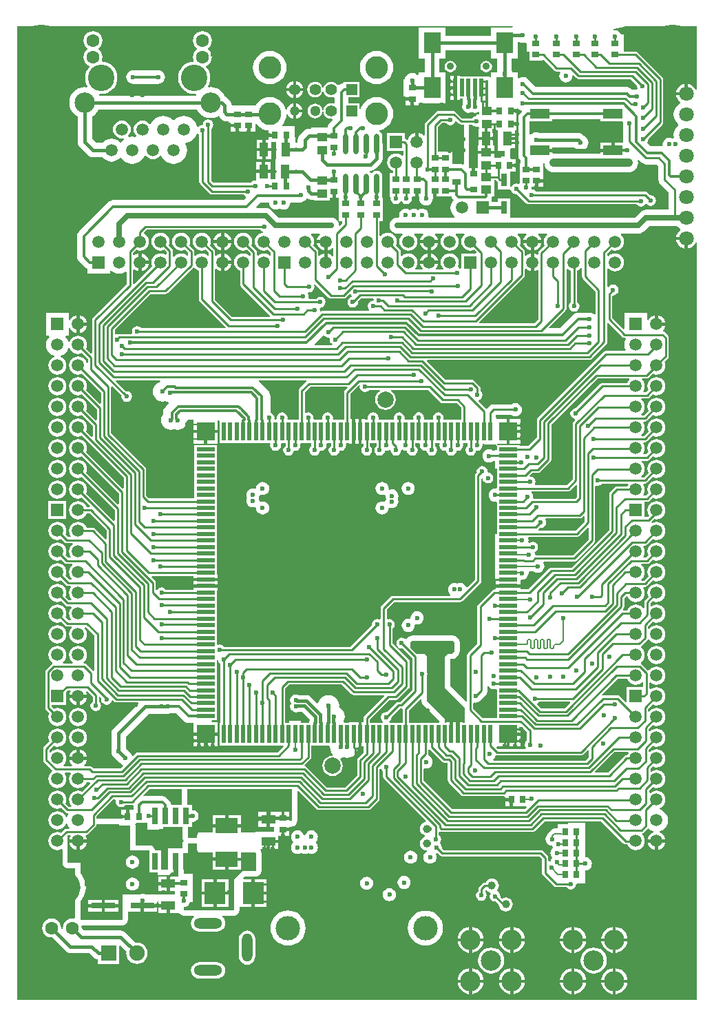
<source format=gtl>
G04 Layer_Physical_Order=1*
G04 Layer_Color=3162822*
%FSLAX44Y44*%
%MOMM*%
G71*
G01*
G75*
%ADD10C,0.2000*%
%ADD11C,5.0000*%
%ADD12R,0.9000X0.8000*%
%ADD13R,0.8000X0.9000*%
%ADD14R,1.3000X1.0000*%
%ADD15R,1.1000X1.7000*%
%ADD16C,1.0000*%
%ADD17R,1.7000X1.1000*%
%ADD18R,2.4000X1.2000*%
%ADD19R,0.7000X2.0000*%
%ADD20R,3.0000X2.4000*%
%ADD21R,2.8000X1.9000*%
%ADD22R,2.6162X2.7432*%
%ADD23R,2.0000X2.5000*%
%ADD24R,0.5000X2.2500*%
%ADD25R,0.8000X1.6000*%
%ADD26O,0.7000X2.5000*%
%ADD27R,0.5000X2.3000*%
%ADD28R,2.3000X0.5000*%
%ADD29R,2.3000X2.3000*%
%ADD30R,3.0000X0.7000*%
%ADD31R,1.1000X0.6500*%
%ADD32R,0.9000X0.6500*%
%ADD33C,0.2500*%
%ADD34C,0.5000*%
%ADD35C,0.3000*%
%ADD36C,0.4500*%
%ADD37C,0.3500*%
%ADD38C,1.0000*%
%ADD39C,0.4000*%
%ADD40C,0.6500*%
%ADD41C,3.0000*%
%ADD42C,1.8000*%
%ADD43C,1.6000*%
%ADD44C,6.0000*%
%ADD45C,4.0000*%
%ADD46C,2.5000*%
%ADD47C,1.5000*%
%ADD48R,1.5000X1.5000*%
%ADD49R,1.5000X1.5000*%
%ADD50C,0.4000*%
%ADD51C,0.9000*%
%ADD52C,2.0000*%
%ADD53C,1.9000*%
%ADD54R,1.9000X1.9000*%
%ADD55O,3.5000X1.3000*%
%ADD56O,1.3000X3.5000*%
%ADD57C,1.3000*%
%ADD58C,1.4200*%
%ADD59C,2.8000*%
%ADD60R,1.4200X1.4200*%
%ADD61C,1.2000*%
%ADD62C,3.2500*%
%ADD63C,0.7000*%
%ADD64C,0.6000*%
%ADD65C,0.5000*%
G36*
X611178Y1196500D02*
X585001D01*
Y1186326D01*
X528999D01*
Y1196500D01*
X495999D01*
Y1158500D01*
X503674D01*
Y1141500D01*
X495999D01*
Y1138428D01*
X494499Y1137988D01*
X492791Y1139298D01*
X490480Y1140256D01*
X488000Y1140582D01*
X485520Y1140256D01*
X483209Y1139298D01*
X481225Y1137775D01*
X479702Y1135791D01*
X478745Y1133480D01*
X478681Y1132997D01*
X476999D01*
Y1111997D01*
X479999D01*
Y1110497D01*
X487999D01*
Y1108497D01*
X489999D01*
Y1100997D01*
X495999D01*
Y1102000D01*
X495999Y1103500D01*
X528999D01*
Y1141500D01*
X521325D01*
Y1158500D01*
X528999D01*
Y1168674D01*
X585001D01*
Y1158500D01*
X592675D01*
Y1143518D01*
X592245Y1142480D01*
X592116Y1141500D01*
X585001D01*
Y1136580D01*
X583501Y1135778D01*
X582634Y1136357D01*
X580000Y1136881D01*
X577366Y1136357D01*
X577206Y1136250D01*
X547001D01*
Y1137250D01*
X543000D01*
Y1122500D01*
Y1107750D01*
X547001D01*
Y1108750D01*
X549658D01*
X550171Y1106171D01*
X550357Y1105892D01*
Y1102109D01*
X550170Y1101829D01*
X549607Y1099000D01*
X550170Y1096171D01*
X551772Y1093773D01*
X554170Y1092171D01*
X556999Y1091608D01*
X559828Y1092171D01*
X560999Y1092953D01*
X562170Y1092171D01*
X564999Y1091608D01*
X567828Y1092171D01*
X568677Y1092738D01*
X570000Y1092031D01*
Y1089500D01*
X567000D01*
Y1087626D01*
X566999Y1087625D01*
X564463Y1087121D01*
X562313Y1085684D01*
X561736Y1084821D01*
X549586D01*
X541952Y1092455D01*
X540711Y1093284D01*
X539248Y1093575D01*
X519752D01*
X518289Y1093284D01*
X517048Y1092455D01*
X504296Y1079704D01*
X503468Y1078463D01*
X503177Y1077000D01*
Y1064154D01*
X501756Y1063672D01*
X501545Y1063947D01*
X499247Y1065710D01*
X496572Y1066818D01*
X495700Y1066933D01*
Y1056102D01*
X491700D01*
Y1066933D01*
X490828Y1066818D01*
X488153Y1065710D01*
X485855Y1063947D01*
X484091Y1061649D01*
X482983Y1058973D01*
X482908Y1058402D01*
X481488Y1057920D01*
X480602Y1058805D01*
X479362Y1059634D01*
X479300Y1059646D01*
Y1067102D01*
X457300D01*
Y1045102D01*
X477177D01*
Y1039532D01*
X475676Y1038907D01*
X473847Y1040310D01*
X471171Y1041419D01*
X468300Y1041796D01*
X465428Y1041419D01*
X462752Y1040310D01*
X460455Y1038547D01*
X458691Y1036249D01*
X457583Y1033573D01*
X457205Y1030702D01*
X457583Y1027830D01*
X458691Y1025154D01*
X460455Y1022856D01*
X462752Y1021093D01*
X464176Y1020503D01*
Y1017502D01*
X460000D01*
Y1002502D01*
Y988502D01*
X460688D01*
X461640Y987342D01*
X461373Y986000D01*
X461877Y983464D01*
X463314Y981314D01*
X465464Y979877D01*
X468000Y979373D01*
X470536Y979877D01*
X472686Y981314D01*
X473615Y982704D01*
X475385D01*
X476314Y981314D01*
X478464Y979877D01*
X481000Y979373D01*
X483536Y979877D01*
X485686Y981314D01*
X487123Y983464D01*
X487627Y986000D01*
X487361Y987339D01*
X488313Y988498D01*
X492000D01*
Y995998D01*
X496000D01*
Y988498D01*
X496679D01*
Y986000D01*
X496962Y983846D01*
X497794Y981839D01*
X499116Y980116D01*
X500839Y978794D01*
X502846Y977962D01*
X505000Y977679D01*
X507154Y977962D01*
X509161Y978794D01*
X510884Y980116D01*
X512206Y981839D01*
X513038Y983846D01*
X513321Y986000D01*
Y988498D01*
X514000D01*
Y995998D01*
X518000D01*
Y988498D01*
X536116D01*
X536267Y987741D01*
X537758Y985508D01*
X538867Y984400D01*
X537071Y982060D01*
X535660Y978655D01*
X535179Y975000D01*
X535660Y971345D01*
X537071Y967940D01*
X539315Y965015D01*
X540306Y964255D01*
X539824Y962834D01*
X508772D01*
X507850Y964334D01*
X508069Y966000D01*
X507794Y968088D01*
X506988Y970034D01*
X505706Y971706D01*
X504035Y972988D01*
X502088Y973794D01*
X500000Y974069D01*
X497912Y973794D01*
X495965Y972988D01*
X495002Y972249D01*
X494036Y972990D01*
X492090Y973796D01*
X490002Y974071D01*
X487913Y973796D01*
X485967Y972990D01*
X485002Y972249D01*
X484036Y972990D01*
X482090Y973796D01*
X480002Y974071D01*
X477913Y973796D01*
X475967Y972990D01*
X474296Y971707D01*
X473014Y970036D01*
X472208Y968090D01*
X471933Y966002D01*
X472152Y964334D01*
X471230Y962834D01*
X470000D01*
X467455Y962499D01*
X465083Y961517D01*
X463046Y959954D01*
X461483Y957917D01*
X460501Y955545D01*
X460166Y953000D01*
X460501Y950455D01*
X461483Y948083D01*
X463046Y946046D01*
X465083Y944483D01*
X467455Y943501D01*
X470000Y943166D01*
X475624D01*
X476133Y941666D01*
X475453Y941144D01*
X473690Y938847D01*
X472581Y936171D01*
X472203Y933299D01*
X472581Y930427D01*
X473690Y927752D01*
X475453Y925454D01*
X477751Y923691D01*
X480427Y922582D01*
X483298Y922204D01*
X486170Y922582D01*
X488846Y923691D01*
X491144Y925454D01*
X492907Y927752D01*
X494015Y930427D01*
X494393Y933299D01*
X494015Y936171D01*
X492907Y938847D01*
X491144Y941144D01*
X490464Y941666D01*
X490973Y943166D01*
X501024D01*
X501533Y941666D01*
X500853Y941144D01*
X499090Y938847D01*
X497981Y936171D01*
X497867Y935299D01*
X519530D01*
X519415Y936171D01*
X518307Y938847D01*
X516544Y941144D01*
X515864Y941666D01*
X516373Y943166D01*
X526424D01*
X526933Y941666D01*
X526253Y941144D01*
X524490Y938847D01*
X523382Y936171D01*
X523003Y933299D01*
X523382Y930427D01*
X524490Y927752D01*
X526253Y925454D01*
X528551Y923691D01*
X531227Y922582D01*
X534098Y922204D01*
X536970Y922582D01*
X539646Y923691D01*
X541944Y925454D01*
X543707Y927752D01*
X544815Y930427D01*
X545193Y933299D01*
X544815Y936171D01*
X543707Y938847D01*
X541944Y941144D01*
X541264Y941666D01*
X541773Y943166D01*
X551824D01*
X552333Y941666D01*
X551653Y941144D01*
X549890Y938847D01*
X548782Y936171D01*
X548403Y933299D01*
X548782Y930427D01*
X549890Y927752D01*
X551653Y925454D01*
X553951Y923691D01*
X556627Y922582D01*
X559498Y922204D01*
X562370Y922582D01*
X564094Y923296D01*
X567105Y920285D01*
X566531Y918899D01*
X548498D01*
Y900948D01*
X546998Y900146D01*
X545536Y901123D01*
X544620Y901305D01*
X543961Y902965D01*
X544815Y905027D01*
X545193Y907899D01*
X544815Y910771D01*
X543707Y913447D01*
X541944Y915744D01*
X539646Y917507D01*
X536970Y918616D01*
X534098Y918994D01*
X531227Y918616D01*
X528551Y917507D01*
X526253Y915744D01*
X524490Y913447D01*
X523382Y910771D01*
X523003Y907899D01*
X523382Y905027D01*
X524490Y902352D01*
X526046Y900323D01*
X525612Y898823D01*
X517184D01*
X516750Y900323D01*
X518307Y902352D01*
X519415Y905027D01*
X519530Y905899D01*
X497867D01*
X497981Y905027D01*
X499090Y902352D01*
X500646Y900323D01*
X500213Y898823D01*
X491784D01*
X491351Y900323D01*
X492907Y902352D01*
X494015Y905027D01*
X494393Y907899D01*
X494015Y910771D01*
X492907Y913447D01*
X491144Y915744D01*
X488846Y917507D01*
X486170Y918616D01*
X483298Y918994D01*
X480427Y918616D01*
X477751Y917507D01*
X475453Y915744D01*
X475244Y915472D01*
X473823Y915954D01*
Y921197D01*
X473532Y922661D01*
X472704Y923901D01*
X467901Y928704D01*
X468615Y930427D01*
X468993Y933299D01*
X468615Y936171D01*
X467507Y938847D01*
X465744Y941144D01*
X463446Y942907D01*
X460770Y944016D01*
X457898Y944394D01*
X455027Y944016D01*
X452351Y942907D01*
X450053Y941144D01*
X449323Y940193D01*
X447823Y940703D01*
Y958502D01*
X452000D01*
Y972502D01*
Y987502D01*
X450932D01*
Y994219D01*
X451187Y995500D01*
Y1013500D01*
X450644Y1016231D01*
X449097Y1018547D01*
X446781Y1020094D01*
X444050Y1020637D01*
X441319Y1020094D01*
X439003Y1018547D01*
X438450Y1017719D01*
X436950D01*
X436397Y1018547D01*
X435557Y1019108D01*
X436012Y1020608D01*
X437000D01*
X439829Y1021171D01*
X442227Y1022773D01*
X449277Y1029823D01*
X450879Y1032221D01*
X451442Y1035050D01*
Y1053500D01*
X451187Y1054781D01*
Y1062500D01*
X450644Y1065231D01*
X449097Y1067547D01*
X447496Y1068616D01*
X447883Y1070162D01*
X448218Y1070195D01*
X452082Y1071367D01*
X455644Y1073270D01*
X458765Y1075832D01*
X461327Y1078954D01*
X463231Y1082515D01*
X464403Y1086379D01*
X464799Y1090398D01*
X464403Y1094417D01*
X463231Y1098281D01*
X461327Y1101842D01*
X458765Y1104964D01*
X455644Y1107526D01*
X452082Y1109429D01*
X448218Y1110601D01*
X444199Y1110997D01*
X440181Y1110601D01*
X436317Y1109429D01*
X432755Y1107526D01*
X429634Y1104964D01*
X427072Y1101842D01*
X425168Y1098281D01*
X424599Y1096403D01*
X423098Y1096625D01*
Y1103498D01*
X409321D01*
Y1110498D01*
X423098D01*
Y1129698D01*
X403899D01*
Y1128393D01*
X401945Y1128136D01*
X399938Y1127305D01*
X398214Y1125982D01*
X398078Y1125845D01*
X396089Y1125978D01*
X395347Y1126945D01*
X393341Y1128484D01*
X391006Y1129451D01*
X388500Y1129781D01*
X385994Y1129451D01*
X383658Y1128484D01*
X381653Y1126945D01*
X380114Y1124940D01*
X379275Y1122913D01*
X378872Y1122825D01*
X378128D01*
X377725Y1122913D01*
X376885Y1124940D01*
X375347Y1126945D01*
X373341Y1128484D01*
X371006Y1129451D01*
X368500Y1129781D01*
X365994Y1129451D01*
X363658Y1128484D01*
X361653Y1126945D01*
X360114Y1124940D01*
X359147Y1122604D01*
X358817Y1120098D01*
X359147Y1117592D01*
X360114Y1115257D01*
X361653Y1113251D01*
X363658Y1111713D01*
X365994Y1110745D01*
X368500Y1110415D01*
X371006Y1110745D01*
X373341Y1111713D01*
X375347Y1113251D01*
X376885Y1115257D01*
X377725Y1117283D01*
X378128Y1117371D01*
X378872D01*
X379275Y1117283D01*
X380114Y1115257D01*
X381653Y1113251D01*
X383658Y1111713D01*
X385994Y1110745D01*
X388500Y1110415D01*
X391006Y1110745D01*
X391432Y1110922D01*
X392679Y1110088D01*
Y1103908D01*
X391432Y1103075D01*
X391006Y1103251D01*
X388500Y1103581D01*
X385994Y1103251D01*
X383658Y1102284D01*
X381653Y1100745D01*
X380114Y1098739D01*
X379147Y1096404D01*
X378954Y1094937D01*
X377441D01*
X377268Y1096248D01*
X376361Y1098437D01*
X374919Y1100317D01*
X373039Y1101759D01*
X370849Y1102666D01*
X368500Y1102976D01*
X366150Y1102666D01*
X363961Y1101759D01*
X362081Y1100317D01*
X360639Y1098437D01*
X359732Y1096248D01*
X359422Y1093898D01*
X359732Y1091549D01*
X360639Y1089359D01*
X362081Y1087479D01*
X363961Y1086037D01*
X366150Y1085130D01*
X368500Y1084820D01*
X370849Y1085130D01*
X373039Y1086037D01*
X374919Y1087479D01*
X376361Y1089359D01*
X377268Y1091549D01*
X377441Y1092860D01*
X378954D01*
X379147Y1091392D01*
X380114Y1089057D01*
X381653Y1087051D01*
X383658Y1085512D01*
X385994Y1084545D01*
X388500Y1084215D01*
X389451Y1084341D01*
X390152Y1082920D01*
X386116Y1078884D01*
X384794Y1077161D01*
X383962Y1075154D01*
X383745Y1073500D01*
X364000D01*
Y1071824D01*
X360998D01*
X358714Y1071523D01*
X356586Y1070641D01*
X354758Y1069239D01*
X349759Y1064241D01*
X348357Y1062413D01*
X347475Y1060284D01*
X347174Y1058000D01*
Y1055326D01*
X344500D01*
Y1061500D01*
X343502D01*
Y1075000D01*
X328624D01*
X327914Y1076500D01*
X329928Y1078954D01*
X331831Y1082515D01*
X333004Y1086379D01*
X333331Y1089701D01*
X334860Y1089928D01*
X335201Y1089107D01*
X336723Y1087123D01*
X338708Y1085600D01*
X341019Y1084643D01*
X341499Y1084579D01*
Y1093898D01*
Y1103217D01*
X341019Y1103154D01*
X338708Y1102196D01*
X336723Y1100674D01*
X335201Y1098689D01*
X334243Y1096378D01*
X334162Y1095764D01*
X332633Y1095639D01*
X331831Y1098281D01*
X329928Y1101842D01*
X327366Y1104964D01*
X324245Y1107526D01*
X320683Y1109429D01*
X316819Y1110601D01*
X312800Y1110997D01*
X308782Y1110601D01*
X304917Y1109429D01*
X301356Y1107526D01*
X298234Y1104964D01*
X295673Y1101842D01*
X294954Y1100498D01*
X266151D01*
Y1100675D01*
X265850Y1102959D01*
X265334Y1104206D01*
X264969Y1105087D01*
X263566Y1106915D01*
X260141Y1110341D01*
X258313Y1111743D01*
X257472Y1112091D01*
X256074Y1114707D01*
X253700Y1117600D01*
X250807Y1119974D01*
X247506Y1121739D01*
X243925Y1122825D01*
X240200Y1123192D01*
X237769Y1122952D01*
X236824Y1124367D01*
X238235Y1127005D01*
X239364Y1130728D01*
X239746Y1134600D01*
X239364Y1138472D01*
X238235Y1142195D01*
X236401Y1145626D01*
X234591Y1147831D01*
X235011Y1149628D01*
X235800Y1149955D01*
X238202Y1151798D01*
X240045Y1154200D01*
X241204Y1156998D01*
X241599Y1160000D01*
X241204Y1163002D01*
X240045Y1165800D01*
X238202Y1168202D01*
X236895Y1169205D01*
Y1171095D01*
X238202Y1172098D01*
X240045Y1174500D01*
X241204Y1177298D01*
X241599Y1180300D01*
X241204Y1183302D01*
X240045Y1186100D01*
X238202Y1188502D01*
X235800Y1190345D01*
X233002Y1191504D01*
X230000Y1191899D01*
X226998Y1191504D01*
X224200Y1190345D01*
X221798Y1188502D01*
X219955Y1186100D01*
X218796Y1183302D01*
X218401Y1180300D01*
X218796Y1177298D01*
X219955Y1174500D01*
X221798Y1172098D01*
X223105Y1171095D01*
Y1169205D01*
X221798Y1168202D01*
X219955Y1165800D01*
X218796Y1163002D01*
X218401Y1160000D01*
X218796Y1156998D01*
X219373Y1155604D01*
X218602Y1154318D01*
X216028Y1154064D01*
X212305Y1152935D01*
X208874Y1151101D01*
X205867Y1148633D01*
X203399Y1145626D01*
X201565Y1142195D01*
X200436Y1138472D01*
X200054Y1134600D01*
X200436Y1130728D01*
X201565Y1127005D01*
X203399Y1123574D01*
X205867Y1120567D01*
X208874Y1118099D01*
X212305Y1116265D01*
X216028Y1115136D01*
X219900Y1114754D01*
X221788Y1114940D01*
X222733Y1113526D01*
X222412Y1112925D01*
X103088D01*
X102767Y1113526D01*
X103712Y1114940D01*
X105600Y1114754D01*
X109472Y1115136D01*
X113195Y1116265D01*
X116626Y1118099D01*
X119633Y1120567D01*
X122101Y1123574D01*
X123935Y1127005D01*
X125064Y1130728D01*
X125445Y1134600D01*
X125064Y1138472D01*
X123935Y1142195D01*
X122101Y1145626D01*
X119633Y1148633D01*
X116626Y1151101D01*
X113195Y1152935D01*
X109472Y1154064D01*
X106898Y1154318D01*
X106127Y1155604D01*
X106704Y1156998D01*
X107099Y1160000D01*
X106704Y1163002D01*
X105545Y1165800D01*
X103702Y1168202D01*
X102395Y1169205D01*
Y1171095D01*
X103702Y1172098D01*
X105545Y1174500D01*
X106704Y1177298D01*
X107099Y1180300D01*
X106704Y1183302D01*
X105545Y1186100D01*
X103702Y1188502D01*
X101300Y1190345D01*
X98502Y1191504D01*
X95500Y1191899D01*
X92498Y1191504D01*
X89700Y1190345D01*
X87298Y1188502D01*
X85455Y1186100D01*
X84296Y1183302D01*
X83901Y1180300D01*
X84296Y1177298D01*
X85455Y1174500D01*
X87298Y1172098D01*
X88605Y1171095D01*
Y1169205D01*
X87298Y1168202D01*
X85455Y1165800D01*
X84296Y1163002D01*
X83901Y1160000D01*
X84296Y1156998D01*
X85455Y1154200D01*
X87298Y1151798D01*
X89700Y1149955D01*
X90489Y1149628D01*
X90909Y1147831D01*
X89099Y1145626D01*
X87265Y1142195D01*
X86136Y1138472D01*
X85754Y1134600D01*
X86136Y1130728D01*
X87265Y1127005D01*
X88675Y1124367D01*
X87731Y1122952D01*
X85300Y1123192D01*
X81575Y1122825D01*
X77994Y1121739D01*
X74693Y1119974D01*
X71800Y1117600D01*
X69426Y1114707D01*
X67661Y1111406D01*
X66575Y1107825D01*
X66208Y1104100D01*
X66575Y1100375D01*
X67661Y1096794D01*
X69426Y1093493D01*
X71800Y1090600D01*
X74693Y1088226D01*
X76474Y1087273D01*
Y1056050D01*
X76775Y1053766D01*
X77657Y1051637D01*
X79059Y1049809D01*
X89409Y1039459D01*
X91237Y1038057D01*
X93366Y1037175D01*
X95650Y1036874D01*
X107425D01*
X108315Y1035715D01*
X111240Y1033471D01*
X114645Y1032060D01*
X118300Y1031579D01*
X121955Y1032060D01*
X125360Y1033471D01*
X128285Y1035715D01*
X128674Y1036223D01*
X130174D01*
X131932Y1033932D01*
X135379Y1031287D01*
X139393Y1029625D01*
X143700Y1029058D01*
X148007Y1029625D01*
X152021Y1031287D01*
X155468Y1033932D01*
X158113Y1037379D01*
X158679Y1038747D01*
X160397Y1038973D01*
X161255Y1037855D01*
X163553Y1036092D01*
X166228Y1034983D01*
X169100Y1034605D01*
X171972Y1034983D01*
X174648Y1036092D01*
X176945Y1037855D01*
X177803Y1038973D01*
X179521Y1038747D01*
X180087Y1037379D01*
X182732Y1033932D01*
X186179Y1031287D01*
X190193Y1029625D01*
X194500Y1029058D01*
X198807Y1029625D01*
X202821Y1031287D01*
X206268Y1033932D01*
X208913Y1037379D01*
X210575Y1041393D01*
X211142Y1045700D01*
X210575Y1050007D01*
X209247Y1053214D01*
X210060Y1054834D01*
X211507Y1055025D01*
X215521Y1056687D01*
X218968Y1059332D01*
X221613Y1062779D01*
X222987Y1066096D01*
X224661Y1066291D01*
X225314Y1065314D01*
X226177Y1064737D01*
Y1007000D01*
X226468Y1005537D01*
X227296Y1004296D01*
X239296Y992296D01*
X240537Y991468D01*
X242000Y991177D01*
X280737D01*
X281314Y990314D01*
X283179Y989068D01*
X283658Y987426D01*
X280553Y984321D01*
X120000D01*
X117846Y984038D01*
X115839Y983206D01*
X114116Y981884D01*
X78116Y945884D01*
X76794Y944161D01*
X75962Y942154D01*
X75679Y940000D01*
Y915000D01*
X75962Y912846D01*
X76794Y910839D01*
X78116Y909116D01*
X85217Y902015D01*
X86940Y900693D01*
X88298Y900130D01*
Y893899D01*
X116298D01*
Y897434D01*
X117243Y897754D01*
X117798Y897849D01*
X120638Y895670D01*
X124044Y894259D01*
X127698Y893778D01*
X131353Y894259D01*
X134759Y895670D01*
X135831Y896493D01*
X137177Y895830D01*
Y881584D01*
X95547Y839954D01*
X94718Y838713D01*
X94427Y837250D01*
Y796541D01*
X93041Y795967D01*
X87102Y801906D01*
X87816Y803630D01*
X88194Y806501D01*
X87816Y809373D01*
X86708Y812049D01*
X84945Y814347D01*
X82647Y816110D01*
X79971Y817218D01*
X77099Y817596D01*
X74228Y817218D01*
X71552Y816110D01*
X69254Y814347D01*
X67491Y812049D01*
X66804Y810390D01*
X66193Y810293D01*
X65211Y810465D01*
X63928Y813562D01*
X61749Y816401D01*
X61844Y816957D01*
X62165Y817901D01*
X65699D01*
Y826759D01*
X67199Y827058D01*
X67491Y826354D01*
X69254Y824056D01*
X71552Y822293D01*
X74228Y821185D01*
X75099Y821070D01*
Y831901D01*
Y842733D01*
X74228Y842618D01*
X71552Y841510D01*
X69254Y839747D01*
X67491Y837449D01*
X67199Y836745D01*
X65699Y837043D01*
Y845901D01*
X37699D01*
Y817901D01*
X41234D01*
X41555Y816957D01*
X41649Y816401D01*
X39470Y813562D01*
X38060Y810156D01*
X37578Y806501D01*
X38060Y802847D01*
X39470Y799441D01*
X41714Y796516D01*
X44639Y794272D01*
X47736Y792990D01*
X47908Y792008D01*
X47810Y791397D01*
X46152Y790710D01*
X43854Y788947D01*
X42091Y786649D01*
X40982Y783973D01*
X40604Y781101D01*
X40982Y778230D01*
X42091Y775554D01*
X43854Y773256D01*
X46152Y771493D01*
X48828Y770385D01*
X51699Y770006D01*
X54571Y770385D01*
X57247Y771493D01*
X59545Y773256D01*
X61308Y775554D01*
X62416Y778230D01*
X62794Y781101D01*
X62416Y783973D01*
X61308Y786649D01*
X59545Y788947D01*
X57247Y790710D01*
X55588Y791397D01*
X55491Y792008D01*
X55663Y792990D01*
X58760Y794272D01*
X61684Y796516D01*
X63928Y799441D01*
X65211Y802538D01*
X66193Y802710D01*
X66804Y802612D01*
X67491Y800954D01*
X69254Y798656D01*
X71552Y796893D01*
X74228Y795785D01*
X77099Y795406D01*
X79971Y795785D01*
X81695Y796499D01*
X89177Y789017D01*
Y784608D01*
X87677Y784310D01*
X86708Y786649D01*
X84945Y788947D01*
X82647Y790710D01*
X79971Y791818D01*
X77099Y792196D01*
X74228Y791818D01*
X71552Y790710D01*
X69254Y788947D01*
X67491Y786649D01*
X66382Y783973D01*
X66004Y781101D01*
X66382Y778230D01*
X67491Y775554D01*
X69254Y773256D01*
X71552Y771493D01*
X74228Y770385D01*
X77099Y770006D01*
X79971Y770385D01*
X81695Y771099D01*
X105176Y747617D01*
Y734991D01*
X103791Y734417D01*
X87102Y751106D01*
X87816Y752830D01*
X88194Y755701D01*
X87816Y758573D01*
X86708Y761249D01*
X84945Y763547D01*
X82647Y765310D01*
X79971Y766418D01*
X77099Y766796D01*
X74228Y766418D01*
X71552Y765310D01*
X69254Y763547D01*
X67491Y761249D01*
X66382Y758573D01*
X66004Y755701D01*
X66382Y752830D01*
X67491Y750154D01*
X69254Y747856D01*
X71552Y746093D01*
X74228Y744985D01*
X77099Y744606D01*
X79971Y744985D01*
X81695Y745699D01*
X100177Y727217D01*
Y714591D01*
X98791Y714017D01*
X87102Y725706D01*
X87816Y727430D01*
X88194Y730301D01*
X87816Y733173D01*
X86708Y735849D01*
X84945Y738147D01*
X82647Y739910D01*
X79971Y741018D01*
X77099Y741396D01*
X74228Y741018D01*
X71552Y739910D01*
X69254Y738147D01*
X67491Y735849D01*
X66382Y733173D01*
X66004Y730301D01*
X66382Y727430D01*
X67491Y724754D01*
X69254Y722456D01*
X71552Y720693D01*
X74228Y719585D01*
X77099Y719206D01*
X79971Y719585D01*
X81695Y720299D01*
X95177Y706817D01*
Y694191D01*
X93791Y693617D01*
X87102Y700306D01*
X87816Y702030D01*
X88194Y704901D01*
X87816Y707773D01*
X86708Y710449D01*
X84945Y712747D01*
X82647Y714510D01*
X79971Y715618D01*
X77099Y715996D01*
X74228Y715618D01*
X71552Y714510D01*
X69254Y712747D01*
X67491Y710449D01*
X66382Y707773D01*
X66004Y704901D01*
X66382Y702030D01*
X67491Y699354D01*
X69254Y697056D01*
X71552Y695293D01*
X74228Y694185D01*
X77099Y693807D01*
X79971Y694185D01*
X81695Y694899D01*
X133177Y643417D01*
Y630791D01*
X131791Y630217D01*
X87102Y674906D01*
X87816Y676630D01*
X88194Y679501D01*
X87816Y682373D01*
X86708Y685049D01*
X84945Y687347D01*
X82647Y689110D01*
X79971Y690218D01*
X77099Y690596D01*
X74228Y690218D01*
X71552Y689110D01*
X69254Y687347D01*
X67491Y685049D01*
X66382Y682373D01*
X66004Y679501D01*
X66382Y676630D01*
X67491Y673954D01*
X69254Y671656D01*
X71552Y669893D01*
X74228Y668785D01*
X77099Y668407D01*
X79971Y668785D01*
X81695Y669499D01*
X127177Y624017D01*
Y611391D01*
X125791Y610817D01*
X87102Y649506D01*
X87816Y651230D01*
X88194Y654101D01*
X87816Y656973D01*
X86708Y659649D01*
X84945Y661947D01*
X82647Y663710D01*
X79971Y664818D01*
X77099Y665196D01*
X74228Y664818D01*
X71552Y663710D01*
X69254Y661947D01*
X67491Y659649D01*
X66382Y656973D01*
X66004Y654101D01*
X66382Y651230D01*
X67491Y648554D01*
X69254Y646256D01*
X71552Y644493D01*
X74228Y643385D01*
X77099Y643007D01*
X79971Y643385D01*
X81695Y644099D01*
X122177Y603617D01*
Y590991D01*
X120791Y590417D01*
X87102Y624106D01*
X87816Y625830D01*
X88194Y628701D01*
X87816Y631573D01*
X86708Y634249D01*
X84945Y636547D01*
X82647Y638310D01*
X79971Y639418D01*
X77099Y639796D01*
X74228Y639418D01*
X71552Y638310D01*
X69254Y636547D01*
X67491Y634249D01*
X66382Y631573D01*
X66004Y628701D01*
X66382Y625830D01*
X67491Y623154D01*
X69254Y620856D01*
X71552Y619093D01*
X74228Y617985D01*
X77099Y617607D01*
X79971Y617985D01*
X81695Y618699D01*
X91769Y608625D01*
X91147Y607125D01*
X87422D01*
X86708Y608849D01*
X84945Y611147D01*
X82647Y612910D01*
X79971Y614018D01*
X77099Y614396D01*
X74228Y614018D01*
X71552Y612910D01*
X69254Y611147D01*
X67491Y608849D01*
X66382Y606173D01*
X66004Y603301D01*
X66382Y600430D01*
X67491Y597754D01*
X69254Y595456D01*
X71552Y593693D01*
X74228Y592585D01*
X77099Y592206D01*
X79971Y592585D01*
X82647Y593693D01*
X84945Y595456D01*
X86708Y597754D01*
X87422Y599478D01*
X91426D01*
X112177Y578727D01*
Y568190D01*
X110791Y567616D01*
X97802Y580605D01*
X96562Y581434D01*
X95099Y581725D01*
X87422D01*
X86708Y583449D01*
X84945Y585747D01*
X82647Y587510D01*
X79971Y588618D01*
X77099Y588996D01*
X74228Y588618D01*
X71552Y587510D01*
X69254Y585747D01*
X67491Y583449D01*
X66382Y580773D01*
X66004Y577901D01*
X66382Y575030D01*
X67491Y572354D01*
X67900Y571820D01*
X67237Y570475D01*
X64533D01*
X61702Y573306D01*
X62416Y575030D01*
X62794Y577901D01*
X62416Y580773D01*
X61308Y583449D01*
X59545Y585747D01*
X57247Y587510D01*
X54571Y588618D01*
X51699Y588996D01*
X48828Y588618D01*
X46152Y587510D01*
X43854Y585747D01*
X42091Y583449D01*
X40982Y580773D01*
X40604Y577901D01*
X40982Y575030D01*
X42091Y572354D01*
X43854Y570056D01*
X46152Y568293D01*
X48828Y567185D01*
X51699Y566806D01*
X54571Y567185D01*
X56295Y567899D01*
X60246Y563948D01*
X61486Y563119D01*
X62949Y562828D01*
X70024D01*
X70533Y561328D01*
X69254Y560347D01*
X67491Y558049D01*
X66382Y555373D01*
X66004Y552501D01*
X66382Y549630D01*
X67491Y546954D01*
X68055Y546219D01*
X67392Y544873D01*
X64734D01*
X61702Y547906D01*
X62416Y549630D01*
X62794Y552501D01*
X62416Y555373D01*
X61308Y558049D01*
X59545Y560347D01*
X57247Y562110D01*
X54571Y563218D01*
X51699Y563596D01*
X48828Y563218D01*
X46152Y562110D01*
X43854Y560347D01*
X42091Y558049D01*
X40982Y555373D01*
X40604Y552501D01*
X40982Y549630D01*
X42091Y546954D01*
X43854Y544656D01*
X46152Y542893D01*
X48828Y541785D01*
X51699Y541407D01*
X54571Y541785D01*
X56295Y542499D01*
X60447Y538346D01*
X61688Y537518D01*
X63151Y537226D01*
X69761D01*
X70270Y535727D01*
X69254Y534947D01*
X67491Y532649D01*
X66382Y529973D01*
X66004Y527101D01*
X66382Y524230D01*
X67491Y521554D01*
X69202Y519323D01*
X69119Y518798D01*
X68788Y517823D01*
X66384D01*
X61702Y522506D01*
X62416Y524230D01*
X62794Y527101D01*
X62416Y529973D01*
X61308Y532649D01*
X59545Y534947D01*
X57247Y536710D01*
X54571Y537818D01*
X51699Y538196D01*
X48828Y537818D01*
X46152Y536710D01*
X43854Y534947D01*
X42091Y532649D01*
X40982Y529973D01*
X40604Y527101D01*
X40982Y524230D01*
X42091Y521554D01*
X43854Y519256D01*
X46152Y517493D01*
X48828Y516385D01*
X51699Y516007D01*
X54571Y516385D01*
X56295Y517099D01*
X62097Y511296D01*
X63337Y510468D01*
X64801Y510177D01*
X67847D01*
X68586Y508677D01*
X67491Y507249D01*
X66382Y504573D01*
X66004Y501701D01*
X66382Y498830D01*
X67491Y496154D01*
X68895Y494323D01*
X68271Y492823D01*
X65984D01*
X61702Y497106D01*
X62416Y498830D01*
X62794Y501701D01*
X62416Y504573D01*
X61308Y507249D01*
X59545Y509547D01*
X57247Y511310D01*
X54571Y512418D01*
X51699Y512796D01*
X48828Y512418D01*
X46152Y511310D01*
X43854Y509547D01*
X42091Y507249D01*
X40982Y504573D01*
X40604Y501701D01*
X40982Y498830D01*
X42091Y496154D01*
X43854Y493856D01*
X46152Y492093D01*
X48828Y490985D01*
X51699Y490606D01*
X54571Y490985D01*
X56295Y491699D01*
X61697Y486296D01*
X62937Y485468D01*
X64401Y485177D01*
X68266D01*
X68893Y483677D01*
X67491Y481849D01*
X66382Y479173D01*
X66004Y476301D01*
X66382Y473430D01*
X67491Y470754D01*
X68589Y469323D01*
X67849Y467823D01*
X65383D01*
X61643Y471563D01*
X62416Y473430D01*
X62794Y476301D01*
X62416Y479173D01*
X61308Y481849D01*
X59545Y484147D01*
X57247Y485910D01*
X54571Y487018D01*
X51699Y487396D01*
X48828Y487018D01*
X46152Y485910D01*
X43854Y484147D01*
X42091Y481849D01*
X40982Y479173D01*
X40604Y476301D01*
X40982Y473430D01*
X42091Y470754D01*
X43854Y468456D01*
X46152Y466693D01*
X48828Y465585D01*
X51699Y465206D01*
X54571Y465585D01*
X56152Y466240D01*
X61095Y461296D01*
X62336Y460468D01*
X63799Y460177D01*
X68784D01*
X69116Y459198D01*
X69200Y458677D01*
X67491Y456449D01*
X66382Y453773D01*
X66004Y450901D01*
X66382Y448030D01*
X67491Y445354D01*
X69254Y443056D01*
X71552Y441293D01*
X74228Y440185D01*
X77099Y439807D01*
X79971Y440185D01*
X82647Y441293D01*
X84945Y443056D01*
X86708Y445354D01*
X87816Y448030D01*
X88194Y450901D01*
X87816Y453773D01*
X86708Y456449D01*
X85484Y458043D01*
X86084Y459650D01*
X86830Y459763D01*
X97177Y449416D01*
Y406199D01*
X95793Y405734D01*
X95677Y405731D01*
X87352Y414055D01*
X86112Y414884D01*
X84649Y415175D01*
X84175D01*
X83666Y416675D01*
X84945Y417656D01*
X86708Y419954D01*
X87816Y422630D01*
X88194Y425501D01*
X87816Y428373D01*
X86708Y431049D01*
X84945Y433347D01*
X82647Y435110D01*
X79971Y436218D01*
X77099Y436596D01*
X74228Y436218D01*
X71552Y435110D01*
X69254Y433347D01*
X67491Y431049D01*
X66382Y428373D01*
X66004Y425501D01*
X66382Y422630D01*
X67491Y419954D01*
X69254Y417656D01*
X70533Y416675D01*
X70024Y415175D01*
X58775D01*
X58266Y416675D01*
X59545Y417656D01*
X61308Y419954D01*
X62416Y422630D01*
X62794Y425501D01*
X62416Y428373D01*
X61308Y431049D01*
X59545Y433347D01*
X57247Y435110D01*
X54571Y436218D01*
X51699Y436596D01*
X48828Y436218D01*
X46152Y435110D01*
X43854Y433347D01*
X42091Y431049D01*
X40982Y428373D01*
X40604Y425501D01*
X40982Y422630D01*
X42091Y419954D01*
X43854Y417656D01*
X45495Y416397D01*
X45524Y415856D01*
X45286Y414690D01*
X44336Y414055D01*
X37746Y407465D01*
X36917Y406225D01*
X36626Y404761D01*
Y360551D01*
X36917Y359088D01*
X37746Y357848D01*
X41697Y353897D01*
X40982Y352173D01*
X40604Y349301D01*
X40982Y346430D01*
X42091Y343754D01*
X43854Y341456D01*
X46152Y339693D01*
X48828Y338585D01*
X51699Y338206D01*
X54571Y338585D01*
X57247Y339693D01*
X59545Y341456D01*
X61308Y343754D01*
X62416Y346430D01*
X62794Y349301D01*
X62416Y352173D01*
X61308Y354849D01*
X59545Y357147D01*
X57247Y358910D01*
X54571Y360018D01*
X51699Y360396D01*
X48828Y360018D01*
X47104Y359304D01*
X44273Y362135D01*
Y363701D01*
X62699D01*
Y380294D01*
X64533Y382128D01*
X67237D01*
X67900Y380783D01*
X67491Y380249D01*
X66382Y377573D01*
X66268Y376701D01*
X77099D01*
X87931D01*
X87816Y377573D01*
X86988Y379573D01*
X87637Y381056D01*
X87842Y381234D01*
X88224Y381297D01*
X95177Y374345D01*
Y368263D01*
X94314Y367686D01*
X92877Y365536D01*
X92373Y363000D01*
X92877Y360464D01*
X94314Y358314D01*
X96464Y356877D01*
X99000Y356373D01*
X101536Y356877D01*
X103686Y358314D01*
X105123Y360464D01*
X105627Y363000D01*
X105123Y365536D01*
X103686Y367686D01*
X102823Y368263D01*
Y373810D01*
X104209Y374384D01*
X105741Y372852D01*
X105373Y371000D01*
X105877Y368464D01*
X107314Y366314D01*
X109464Y364877D01*
X112000Y364373D01*
X114536Y364877D01*
X116686Y366314D01*
X118123Y368464D01*
X118311Y369411D01*
X119747Y369846D01*
X121296Y368296D01*
X122537Y367468D01*
X124000Y367177D01*
X150736D01*
X151310Y365791D01*
X120759Y335241D01*
X119357Y333413D01*
X118475Y331284D01*
X118174Y329000D01*
Y307000D01*
X118475Y304716D01*
X119357Y302587D01*
X120759Y300759D01*
X128759Y292759D01*
X130587Y291357D01*
X132021Y290763D01*
X132469Y289089D01*
X129203Y285823D01*
X95911D01*
X94030Y287704D01*
X92790Y288532D01*
X91327Y288823D01*
X85020D01*
X84511Y290323D01*
X84945Y290656D01*
X86708Y292954D01*
X87816Y295630D01*
X87931Y296501D01*
X77099D01*
X66268D01*
X66382Y295630D01*
X67491Y292954D01*
X69254Y290656D01*
X69688Y290323D01*
X69178Y288823D01*
X59620D01*
X59111Y290323D01*
X59545Y290656D01*
X61308Y292954D01*
X62416Y295630D01*
X62794Y298501D01*
X62416Y301373D01*
X61308Y304049D01*
X59545Y306347D01*
X57247Y308110D01*
X54571Y309218D01*
X51699Y309596D01*
X48828Y309218D01*
X46152Y308110D01*
X43854Y306347D01*
X43323Y305655D01*
X41823Y306164D01*
Y308618D01*
X47104Y313899D01*
X48828Y313185D01*
X51699Y312806D01*
X54571Y313185D01*
X57247Y314293D01*
X59545Y316056D01*
X61308Y318354D01*
X62416Y321030D01*
X62794Y323901D01*
X62416Y326773D01*
X61308Y329449D01*
X59545Y331747D01*
X57247Y333510D01*
X54571Y334618D01*
X51699Y334996D01*
X48828Y334618D01*
X46152Y333510D01*
X43854Y331747D01*
X42091Y329449D01*
X40982Y326773D01*
X40604Y323901D01*
X40982Y321030D01*
X41697Y319306D01*
X35296Y312906D01*
X34468Y311665D01*
X34177Y310202D01*
Y296291D01*
X34468Y294828D01*
X35296Y293587D01*
X45094Y283789D01*
X44964Y281798D01*
X43854Y280947D01*
X42091Y278649D01*
X40982Y275973D01*
X40604Y273101D01*
X40982Y270230D01*
X42091Y267554D01*
X43854Y265256D01*
X46152Y263493D01*
X48828Y262385D01*
X51699Y262006D01*
X54571Y262385D01*
X57247Y263493D01*
X59545Y265256D01*
X61308Y267554D01*
X62416Y270230D01*
X62794Y273101D01*
X62416Y275973D01*
X61308Y278649D01*
X60519Y279677D01*
X61259Y281177D01*
X67540D01*
X68279Y279677D01*
X67491Y278649D01*
X66382Y275973D01*
X66004Y273101D01*
X66382Y270230D01*
X67491Y267554D01*
X69254Y265256D01*
X71552Y263493D01*
X74228Y262385D01*
X77099Y262006D01*
X79971Y262385D01*
X82647Y263493D01*
X84945Y265256D01*
X86708Y267554D01*
X87422Y269278D01*
X91309D01*
X91883Y267892D01*
X81695Y257704D01*
X79971Y258418D01*
X77099Y258796D01*
X74228Y258418D01*
X71552Y257310D01*
X69254Y255547D01*
X67491Y253249D01*
X66382Y250573D01*
X66004Y247701D01*
X66382Y244830D01*
X67491Y242154D01*
X68895Y240323D01*
X68271Y238823D01*
X65984D01*
X61702Y243106D01*
X62416Y244830D01*
X62794Y247701D01*
X62416Y250573D01*
X61308Y253249D01*
X59545Y255547D01*
X57247Y257310D01*
X54571Y258418D01*
X51699Y258796D01*
X48828Y258418D01*
X46152Y257310D01*
X43854Y255547D01*
X42091Y253249D01*
X40982Y250573D01*
X40604Y247701D01*
X40982Y244830D01*
X42091Y242154D01*
X43854Y239856D01*
X46152Y238093D01*
X48828Y236985D01*
X51699Y236607D01*
X54571Y236985D01*
X56295Y237699D01*
X61697Y232296D01*
X62937Y231468D01*
X64401Y231177D01*
X64567D01*
X65231Y229831D01*
X64870Y229362D01*
X63587Y226265D01*
X62606Y226093D01*
X61995Y226190D01*
X61308Y227849D01*
X59545Y230147D01*
X57247Y231910D01*
X54571Y233018D01*
X51699Y233396D01*
X48828Y233018D01*
X46152Y231910D01*
X43854Y230147D01*
X42091Y227849D01*
X40982Y225173D01*
X40604Y222301D01*
X40982Y219430D01*
X42091Y216754D01*
X43854Y214456D01*
X46152Y212693D01*
X48828Y211585D01*
X51699Y211206D01*
X54571Y211585D01*
X57247Y212693D01*
X59545Y214456D01*
X61308Y216754D01*
X61995Y218412D01*
X62606Y218510D01*
X63587Y218338D01*
X64870Y215241D01*
X66226Y213475D01*
X65486Y211975D01*
X62949D01*
X61486Y211684D01*
X60246Y210855D01*
X56295Y206904D01*
X54571Y207618D01*
X51699Y207996D01*
X48828Y207618D01*
X46152Y206510D01*
X43854Y204747D01*
X42091Y202449D01*
X40982Y199773D01*
X40604Y196901D01*
X40982Y194030D01*
X42091Y191354D01*
X43854Y189056D01*
X46152Y187293D01*
X48828Y186185D01*
X51699Y185807D01*
X54571Y186185D01*
X56272Y186889D01*
X57772Y185887D01*
Y170000D01*
X58276Y167464D01*
X59713Y165314D01*
X61863Y163877D01*
X64399Y163373D01*
X73373D01*
Y157402D01*
X73563Y156447D01*
X73658Y155478D01*
X73813Y155188D01*
X73877Y154866D01*
X74418Y154056D01*
X74877Y153198D01*
X76603Y151094D01*
X78449Y147642D01*
X79585Y143896D01*
X79969Y140000D01*
X79585Y136104D01*
X78449Y132358D01*
X76603Y128906D01*
X74877Y126802D01*
X74418Y125944D01*
X73877Y125134D01*
X73813Y124812D01*
X73658Y124522D01*
X73563Y123553D01*
X73373Y122598D01*
Y102590D01*
X71873Y101353D01*
X70000Y101599D01*
X66998Y101204D01*
X64200Y100045D01*
X61798Y98202D01*
X59955Y95800D01*
X58796Y93002D01*
X58401Y90000D01*
X58495Y89281D01*
X57241Y88662D01*
X56150Y89627D01*
X56199Y90000D01*
X55804Y93002D01*
X54645Y95800D01*
X52802Y98202D01*
X50400Y100045D01*
X47602Y101204D01*
X44600Y101599D01*
X41598Y101204D01*
X38800Y100045D01*
X36398Y98202D01*
X34555Y95800D01*
X33396Y93002D01*
X33001Y90000D01*
X33396Y86998D01*
X34555Y84200D01*
X36398Y81798D01*
X38800Y79955D01*
X41598Y78796D01*
X44600Y78401D01*
X45081Y78464D01*
X62073Y61473D01*
X63692Y60230D01*
X65577Y59450D01*
X67600Y59183D01*
X90762D01*
X96473Y53473D01*
X98091Y52230D01*
X99977Y51449D01*
X101500Y51249D01*
Y46000D01*
X127500D01*
Y67986D01*
X128886Y68559D01*
X136627Y60818D01*
X136388Y59000D01*
X136835Y55606D01*
X138145Y52444D01*
X140228Y49728D01*
X142944Y47645D01*
X146106Y46335D01*
X149500Y45888D01*
X152894Y46335D01*
X156056Y47645D01*
X158772Y49728D01*
X160855Y52444D01*
X162165Y55606D01*
X162612Y59000D01*
X162165Y62394D01*
X160855Y65556D01*
X158772Y68272D01*
X156056Y70356D01*
X152894Y71665D01*
X149500Y72112D01*
X147682Y71873D01*
X135027Y84527D01*
X133408Y85770D01*
X132627Y86093D01*
X131523Y86551D01*
X129500Y86817D01*
X84238D01*
X81536Y89519D01*
X81599Y90000D01*
X81353Y91873D01*
X82590Y93373D01*
X132000D01*
X134536Y93877D01*
X136686Y95314D01*
X138123Y97464D01*
X138627Y100000D01*
Y110250D01*
X153998D01*
Y117250D01*
X155998D01*
Y119250D01*
X174498D01*
Y122215D01*
X175998Y122873D01*
X176000Y122872D01*
Y119500D01*
X188000D01*
Y117500D01*
X190000D01*
Y108500D01*
X200000D01*
Y108500D01*
X201500Y108532D01*
X202314Y107314D01*
X204464Y105877D01*
X207000Y105373D01*
X219323D01*
X219832Y103873D01*
X218868Y103133D01*
X217265Y101044D01*
X216257Y98611D01*
X215914Y96000D01*
X216257Y93390D01*
X217265Y90957D01*
X218868Y88868D01*
X220957Y87266D01*
X223389Y86258D01*
X226000Y85914D01*
X248000D01*
X250611Y86258D01*
X253043Y87266D01*
X255132Y88868D01*
X256735Y90957D01*
X257743Y93390D01*
X258086Y96000D01*
X257743Y98611D01*
X256735Y101044D01*
X255132Y103133D01*
X254167Y103873D01*
X254677Y105373D01*
X269000D01*
X271536Y105877D01*
X273686Y107314D01*
X275123Y109464D01*
X275627Y112000D01*
Y114403D01*
X275914Y115784D01*
X290495D01*
Y133000D01*
Y150216D01*
X280548D01*
X279974Y151602D01*
X281745Y153373D01*
X296000D01*
X298536Y153877D01*
X300686Y155314D01*
X302123Y157464D01*
X302627Y160000D01*
Y182088D01*
X302437Y183042D01*
X302342Y184011D01*
X302187Y184301D01*
X302123Y184624D01*
X301582Y185433D01*
X301279Y186000D01*
X301654Y187011D01*
X302015Y187500D01*
X309000D01*
Y196500D01*
X311000D01*
Y198500D01*
X323000D01*
Y203502D01*
X327000D01*
Y211002D01*
X329000D01*
Y213002D01*
X337000D01*
Y214502D01*
X340000D01*
Y214874D01*
X341419Y215157D01*
X342536Y215379D01*
X342536Y215379D01*
X342536Y215379D01*
X343699Y216156D01*
X344686Y216815D01*
X344686Y216815D01*
X344686Y216815D01*
X345346Y217802D01*
X346123Y218965D01*
X346123Y218965D01*
X346123Y218965D01*
X346345Y220082D01*
X346627Y221501D01*
X346627Y223001D01*
X346627Y223001D01*
X346627Y223002D01*
Y258006D01*
X348013Y258580D01*
X370296Y236296D01*
X371537Y235468D01*
X373000Y235177D01*
X434000D01*
X435463Y235468D01*
X436704Y236296D01*
X446704Y246296D01*
X447532Y247537D01*
X447823Y249000D01*
Y285208D01*
X448321Y285598D01*
X448769Y285560D01*
X450119Y285102D01*
X451314Y283314D01*
X452177Y282737D01*
Y276005D01*
X452176Y276001D01*
X452467Y274538D01*
X453296Y273297D01*
X504680Y221913D01*
X504143Y220329D01*
X503781Y220281D01*
X501713Y219425D01*
X499938Y218062D01*
X498575Y216287D01*
X497719Y214219D01*
X497427Y212000D01*
X497719Y209781D01*
X498575Y207713D01*
X499938Y205938D01*
X501713Y204575D01*
X503643Y203776D01*
X503781Y203401D01*
Y202599D01*
X503643Y202224D01*
X501713Y201425D01*
X499938Y200062D01*
X498575Y198287D01*
X497719Y196219D01*
X497427Y194000D01*
X497719Y191781D01*
X498575Y189713D01*
X499938Y187938D01*
X501713Y186575D01*
X503781Y185719D01*
X505635Y185475D01*
X505956Y184030D01*
X505955Y183980D01*
X504294Y182706D01*
X503012Y181035D01*
X502206Y179088D01*
X501931Y177000D01*
X502206Y174912D01*
X503012Y172966D01*
X504294Y171294D01*
X505965Y170012D01*
X507912Y169206D01*
X510000Y168931D01*
X512088Y169206D01*
X514035Y170012D01*
X515706Y171294D01*
X516988Y172966D01*
X517794Y174912D01*
X518069Y177000D01*
X517794Y179088D01*
X517155Y180630D01*
X517878Y181852D01*
X518062Y182021D01*
X519188Y182155D01*
X522296Y179047D01*
X523537Y178218D01*
X525000Y177927D01*
X644416D01*
X647426Y174916D01*
Y157750D01*
X647718Y156287D01*
X648546Y155047D01*
X662296Y141296D01*
X663537Y140468D01*
X665000Y140177D01*
X677737D01*
X678314Y139314D01*
X680464Y137877D01*
X683000Y137373D01*
X685536Y137877D01*
X687686Y139314D01*
X689123Y141464D01*
X689627Y144000D01*
X690448Y145000D01*
X700498D01*
Y160491D01*
X701000Y160931D01*
X703088Y161206D01*
X705034Y162012D01*
X706706Y163294D01*
X707988Y164965D01*
X708794Y166912D01*
X709069Y169000D01*
X708794Y171088D01*
X707988Y173034D01*
X706706Y174706D01*
X705034Y175988D01*
X703088Y176794D01*
X701000Y177069D01*
X700498Y177509D01*
Y184000D01*
Y197000D01*
X700498D01*
Y219000D01*
X679498D01*
Y217500D01*
X666998D01*
Y212118D01*
X663000D01*
X660659Y211652D01*
X658674Y210326D01*
X655673Y207325D01*
X654347Y205340D01*
X654195Y204578D01*
X653011Y203034D01*
X652205Y201088D01*
X651930Y199000D01*
X652205Y196911D01*
X653011Y194965D01*
X654293Y193294D01*
X655964Y192012D01*
X657910Y191206D01*
X659999Y190931D01*
X660199Y190957D01*
X660205Y190911D01*
X661011Y188965D01*
X661353Y188518D01*
X660294Y187706D01*
X659012Y186035D01*
X658206Y184088D01*
X657931Y182000D01*
X658206Y179912D01*
X659012Y177966D01*
X660136Y176501D01*
X659011Y175034D01*
X658205Y173088D01*
X658054Y171945D01*
X656911Y171794D01*
X656320Y171549D01*
X655073Y172383D01*
Y176500D01*
X654782Y177963D01*
X653953Y179204D01*
X648703Y184454D01*
X647463Y185282D01*
X646000Y185574D01*
X526584D01*
X524383Y187774D01*
X524627Y189000D01*
X524123Y191536D01*
X522686Y193686D01*
X521705Y194342D01*
X523123Y196464D01*
X523627Y199000D01*
X523123Y201536D01*
X521686Y203686D01*
X520823Y204263D01*
Y207619D01*
X522238Y208459D01*
X522323Y208454D01*
X523716Y208177D01*
X587230D01*
X587231Y208177D01*
X635829D01*
X637293Y208468D01*
X638533Y209296D01*
X650413Y221177D01*
X720416D01*
X747597Y193996D01*
X748837Y193167D01*
X750300Y192876D01*
X752660D01*
X753291Y191354D01*
X755054Y189056D01*
X757352Y187293D01*
X760028Y186185D01*
X762899Y185807D01*
X765771Y186185D01*
X768447Y187293D01*
X770744Y189056D01*
X772508Y191354D01*
X773616Y194030D01*
X773994Y196901D01*
X773616Y199773D01*
X772508Y202449D01*
X770744Y204747D01*
X770694Y204785D01*
X771068Y206389D01*
X771463Y206468D01*
X772704Y207296D01*
X777760Y212353D01*
X778314Y212316D01*
X781239Y210072D01*
X784336Y208790D01*
X784508Y207808D01*
X784410Y207197D01*
X782752Y206510D01*
X780454Y204747D01*
X778691Y202449D01*
X777582Y199773D01*
X777468Y198901D01*
X788299D01*
X799131D01*
X799016Y199773D01*
X797908Y202449D01*
X796144Y204747D01*
X793847Y206510D01*
X792188Y207197D01*
X792091Y207808D01*
X792263Y208790D01*
X795360Y210072D01*
X798284Y212316D01*
X800528Y215241D01*
X801939Y218647D01*
X802420Y222301D01*
X801939Y225956D01*
X800528Y229362D01*
X798284Y232286D01*
X795360Y234530D01*
X792263Y235813D01*
X792091Y236795D01*
X792188Y237406D01*
X793847Y238093D01*
X796144Y239856D01*
X797908Y242154D01*
X799016Y244830D01*
X799394Y247701D01*
X799016Y250573D01*
X797908Y253249D01*
X796144Y255547D01*
X793847Y257310D01*
X791171Y258418D01*
X788299Y258796D01*
X785428Y258418D01*
X782752Y257310D01*
X780923Y255906D01*
X779423Y256532D01*
Y258818D01*
X783704Y263099D01*
X785428Y262385D01*
X788299Y262006D01*
X791171Y262385D01*
X793847Y263493D01*
X796144Y265256D01*
X797908Y267554D01*
X799016Y270230D01*
X799394Y273101D01*
X799016Y275973D01*
X797908Y278649D01*
X796144Y280947D01*
X793847Y282710D01*
X791171Y283818D01*
X788299Y284196D01*
X785428Y283818D01*
X782752Y282710D01*
X782218Y282300D01*
X780873Y282964D01*
Y285668D01*
X783704Y288499D01*
X785428Y287785D01*
X788299Y287407D01*
X791171Y287785D01*
X793847Y288893D01*
X796144Y290656D01*
X797908Y292954D01*
X799016Y295630D01*
X799394Y298501D01*
X799016Y301373D01*
X797908Y304049D01*
X796144Y306347D01*
X793847Y308110D01*
X791171Y309218D01*
X788299Y309596D01*
X785428Y309218D01*
X782752Y308110D01*
X780454Y306347D01*
X780244Y306073D01*
X778823Y306555D01*
Y309018D01*
X783704Y313899D01*
X785428Y313185D01*
X788299Y312806D01*
X791171Y313185D01*
X793847Y314293D01*
X796144Y316056D01*
X797908Y318354D01*
X799016Y321030D01*
X799394Y323901D01*
X799016Y326773D01*
X797908Y329449D01*
X796144Y331747D01*
X793847Y333510D01*
X791171Y334618D01*
X788299Y334996D01*
X785428Y334618D01*
X782752Y333510D01*
X780454Y331747D01*
X780244Y331473D01*
X778823Y331955D01*
Y334418D01*
X783704Y339299D01*
X785428Y338585D01*
X788299Y338206D01*
X791171Y338585D01*
X793847Y339693D01*
X796144Y341456D01*
X797908Y343754D01*
X799016Y346430D01*
X799394Y349301D01*
X799016Y352173D01*
X797908Y354849D01*
X796144Y357147D01*
X793847Y358910D01*
X791171Y360018D01*
X788299Y360396D01*
X785428Y360018D01*
X782752Y358910D01*
X780454Y357147D01*
X779473Y355868D01*
X777973Y356377D01*
Y358968D01*
X783704Y364699D01*
X785428Y363985D01*
X788299Y363606D01*
X791171Y363985D01*
X793847Y365093D01*
X796144Y366856D01*
X797908Y369154D01*
X799016Y371830D01*
X799394Y374701D01*
X799016Y377573D01*
X797908Y380249D01*
X796144Y382547D01*
X793847Y384310D01*
X791171Y385418D01*
X788299Y385796D01*
X785428Y385418D01*
X782752Y384310D01*
X781323Y383214D01*
X779823Y383954D01*
Y390849D01*
X781323Y391589D01*
X782752Y390493D01*
X785428Y389385D01*
X788299Y389007D01*
X791171Y389385D01*
X793847Y390493D01*
X796144Y392256D01*
X797908Y394554D01*
X799016Y397230D01*
X799394Y400101D01*
X799016Y402973D01*
X797908Y405649D01*
X796144Y407947D01*
X793847Y409710D01*
X791171Y410818D01*
X788299Y411196D01*
X785428Y410818D01*
X782752Y409710D01*
X780454Y407947D01*
X779602Y406837D01*
X777611Y406706D01*
X770263Y414055D01*
X769312Y414690D01*
X769075Y415856D01*
X769104Y416397D01*
X770744Y417656D01*
X772508Y419954D01*
X773616Y422630D01*
X773994Y425501D01*
X773616Y428373D01*
X772508Y431049D01*
X770744Y433347D01*
X769419Y434364D01*
X769479Y436208D01*
X769611Y436296D01*
X776853Y443538D01*
X777488Y444488D01*
X778654Y444726D01*
X779195Y444697D01*
X780454Y443056D01*
X782752Y441293D01*
X785428Y440185D01*
X788299Y439807D01*
X791171Y440185D01*
X793847Y441293D01*
X796144Y443056D01*
X797908Y445354D01*
X799016Y448030D01*
X799394Y450901D01*
X799016Y453773D01*
X797908Y456449D01*
X796144Y458747D01*
X793847Y460510D01*
X791171Y461618D01*
X788299Y461996D01*
X785428Y461618D01*
X782752Y460510D01*
X780454Y458747D01*
X779473Y457468D01*
X777973Y457977D01*
Y460568D01*
X783704Y466299D01*
X785428Y465585D01*
X788299Y465206D01*
X791171Y465585D01*
X793847Y466693D01*
X796144Y468456D01*
X797908Y470754D01*
X799016Y473430D01*
X799394Y476301D01*
X799016Y479173D01*
X797908Y481849D01*
X796144Y484147D01*
X793847Y485910D01*
X791171Y487018D01*
X788299Y487396D01*
X785428Y487018D01*
X782752Y485910D01*
X782218Y485500D01*
X780873Y486164D01*
Y488868D01*
X783704Y491699D01*
X785428Y490985D01*
X788299Y490606D01*
X791171Y490985D01*
X793847Y492093D01*
X796144Y493856D01*
X797908Y496154D01*
X799016Y498830D01*
X799394Y501701D01*
X799016Y504573D01*
X797908Y507249D01*
X796144Y509547D01*
X793847Y511310D01*
X791171Y512418D01*
X788299Y512796D01*
X785428Y512418D01*
X782752Y511310D01*
X780454Y509547D01*
X778691Y507249D01*
X777582Y504573D01*
X777204Y501701D01*
X777582Y498830D01*
X778297Y497106D01*
X774346Y493155D01*
X773517Y491915D01*
X773226Y490451D01*
Y483377D01*
X771726Y482868D01*
X770744Y484147D01*
X768447Y485910D01*
X765771Y487018D01*
X762899Y487396D01*
X760028Y487018D01*
X757352Y485910D01*
X755054Y484147D01*
X753291Y481849D01*
X752577Y480125D01*
X747553D01*
X746932Y481625D01*
X747704Y482397D01*
X748532Y483637D01*
X748823Y485101D01*
Y495416D01*
X751191Y497784D01*
X752681Y497626D01*
X753291Y496154D01*
X755054Y493856D01*
X757352Y492093D01*
X760028Y490985D01*
X762899Y490606D01*
X765771Y490985D01*
X768447Y492093D01*
X770744Y493856D01*
X772508Y496154D01*
X773616Y498830D01*
X773994Y501701D01*
X773616Y504573D01*
X772508Y507249D01*
X772061Y507831D01*
X772724Y509177D01*
X774198D01*
X775661Y509468D01*
X776901Y510296D01*
X783704Y517099D01*
X785428Y516385D01*
X788299Y516007D01*
X791171Y516385D01*
X793847Y517493D01*
X796144Y519256D01*
X797908Y521554D01*
X799016Y524230D01*
X799394Y527101D01*
X799016Y529973D01*
X797908Y532649D01*
X796144Y534947D01*
X793847Y536710D01*
X791171Y537818D01*
X788299Y538196D01*
X785428Y537818D01*
X782752Y536710D01*
X780454Y534947D01*
X778691Y532649D01*
X777582Y529973D01*
X777204Y527101D01*
X777582Y524230D01*
X778297Y522506D01*
X772614Y516823D01*
X770038D01*
X769529Y518323D01*
X770744Y519256D01*
X772508Y521554D01*
X773616Y524230D01*
X773994Y527101D01*
X773616Y529973D01*
X772508Y532649D01*
X770744Y534947D01*
X769466Y535928D01*
X769975Y537428D01*
X777049D01*
X778512Y537719D01*
X779753Y538548D01*
X783704Y542499D01*
X785428Y541785D01*
X788299Y541407D01*
X791171Y541785D01*
X793847Y542893D01*
X796144Y544656D01*
X797908Y546954D01*
X799016Y549630D01*
X799394Y552501D01*
X799016Y555373D01*
X797908Y558049D01*
X796144Y560347D01*
X793847Y562110D01*
X791171Y563218D01*
X788299Y563596D01*
X785428Y563218D01*
X782752Y562110D01*
X780454Y560347D01*
X778691Y558049D01*
X777582Y555373D01*
X777204Y552501D01*
X777582Y549630D01*
X778297Y547906D01*
X775465Y545075D01*
X772762D01*
X772098Y546420D01*
X772508Y546954D01*
X773616Y549630D01*
X773994Y552501D01*
X773616Y555373D01*
X772508Y558049D01*
X772098Y558583D01*
X772762Y559928D01*
X774149D01*
X775612Y560219D01*
X776853Y561048D01*
X783704Y567899D01*
X785428Y567185D01*
X788299Y566806D01*
X791171Y567185D01*
X793847Y568293D01*
X796144Y570056D01*
X797908Y572354D01*
X799016Y575030D01*
X799394Y577901D01*
X799016Y580773D01*
X797908Y583449D01*
X796144Y585747D01*
X793847Y587510D01*
X791171Y588618D01*
X788299Y588996D01*
X785428Y588618D01*
X783241Y587713D01*
X782391Y588984D01*
X785926Y592519D01*
X788299Y592206D01*
X791171Y592585D01*
X793847Y593693D01*
X796144Y595456D01*
X797908Y597754D01*
X799016Y600430D01*
X799394Y603301D01*
X799016Y606173D01*
X797908Y608849D01*
X796144Y611147D01*
X793847Y612910D01*
X791171Y614018D01*
X788299Y614396D01*
X785428Y614018D01*
X782752Y612910D01*
X780454Y611147D01*
X778691Y608849D01*
X777582Y606173D01*
X777204Y603301D01*
X777582Y600430D01*
X778691Y597754D01*
X779410Y596817D01*
X777416Y594823D01*
X773899D01*
Y613628D01*
X777049D01*
X778512Y613919D01*
X779753Y614748D01*
X783704Y618699D01*
X785428Y617985D01*
X788299Y617607D01*
X791171Y617985D01*
X793847Y619093D01*
X796144Y620856D01*
X797908Y623154D01*
X799016Y625830D01*
X799394Y628701D01*
X799016Y631573D01*
X797908Y634249D01*
X796144Y636547D01*
X793847Y638310D01*
X791171Y639418D01*
X788299Y639796D01*
X785428Y639418D01*
X782752Y638310D01*
X780454Y636547D01*
X778691Y634249D01*
X777582Y631573D01*
X777204Y628701D01*
X777582Y625830D01*
X778297Y624106D01*
X775465Y621275D01*
X772762D01*
X772098Y622620D01*
X772508Y623154D01*
X773616Y625830D01*
X773994Y628701D01*
X773616Y631573D01*
X772508Y634249D01*
X772061Y634831D01*
X772724Y636177D01*
X774198D01*
X775661Y636468D01*
X776901Y637296D01*
X783704Y644099D01*
X785428Y643385D01*
X788299Y643007D01*
X791171Y643385D01*
X793847Y644493D01*
X796144Y646256D01*
X797908Y648554D01*
X799016Y651230D01*
X799394Y654101D01*
X799016Y656973D01*
X797908Y659649D01*
X796144Y661947D01*
X793847Y663710D01*
X791171Y664818D01*
X788299Y665196D01*
X785428Y664818D01*
X782752Y663710D01*
X780454Y661947D01*
X778691Y659649D01*
X777582Y656973D01*
X777204Y654101D01*
X777582Y651230D01*
X778297Y649506D01*
X772614Y643823D01*
X770038D01*
X769529Y645323D01*
X770744Y646256D01*
X772508Y648554D01*
X773616Y651230D01*
X773994Y654101D01*
X773616Y656973D01*
X772508Y659649D01*
X770744Y661947D01*
X769793Y662677D01*
X770303Y664177D01*
X776798D01*
X778261Y664468D01*
X779501Y665296D01*
X783704Y669499D01*
X785428Y668785D01*
X788299Y668407D01*
X791171Y668785D01*
X793847Y669893D01*
X796144Y671656D01*
X797908Y673954D01*
X799016Y676630D01*
X799394Y679501D01*
X799016Y682373D01*
X797908Y685049D01*
X796144Y687347D01*
X793847Y689110D01*
X791171Y690218D01*
X788299Y690596D01*
X785428Y690218D01*
X782752Y689110D01*
X780454Y687347D01*
X778691Y685049D01*
X777582Y682373D01*
X777204Y679501D01*
X777582Y676630D01*
X778297Y674906D01*
X775214Y671823D01*
X772569D01*
X771905Y673169D01*
X772508Y673954D01*
X773616Y676630D01*
X773994Y679501D01*
X773616Y682373D01*
X772508Y685049D01*
X772098Y685583D01*
X772762Y686928D01*
X774149D01*
X775612Y687219D01*
X776853Y688048D01*
X783704Y694899D01*
X785428Y694185D01*
X788299Y693807D01*
X791171Y694185D01*
X793847Y695293D01*
X796144Y697056D01*
X797908Y699354D01*
X799016Y702030D01*
X799394Y704901D01*
X799016Y707773D01*
X797908Y710449D01*
X796144Y712747D01*
X793847Y714510D01*
X791171Y715618D01*
X788299Y715996D01*
X785428Y715618D01*
X782752Y714510D01*
X780454Y712747D01*
X778691Y710449D01*
X777582Y707773D01*
X777204Y704901D01*
X777582Y702030D01*
X778297Y700306D01*
X772566Y694575D01*
X769975D01*
X769466Y696075D01*
X770744Y697056D01*
X772508Y699354D01*
X773616Y702030D01*
X773994Y704901D01*
X773616Y707773D01*
X772508Y710449D01*
X772098Y710983D01*
X772762Y712328D01*
X774149D01*
X775612Y712619D01*
X776853Y713448D01*
X783704Y720299D01*
X785428Y719585D01*
X788299Y719206D01*
X791171Y719585D01*
X793847Y720693D01*
X796144Y722456D01*
X797908Y724754D01*
X799016Y727430D01*
X799394Y730301D01*
X799016Y733173D01*
X797908Y735849D01*
X796144Y738147D01*
X793847Y739910D01*
X791171Y741018D01*
X788299Y741396D01*
X785428Y741018D01*
X782752Y739910D01*
X780454Y738147D01*
X778691Y735849D01*
X777582Y733173D01*
X777204Y730301D01*
X777582Y727430D01*
X778297Y725706D01*
X772566Y719975D01*
X769975D01*
X769466Y721475D01*
X770744Y722456D01*
X772508Y724754D01*
X773616Y727430D01*
X773994Y730301D01*
X773616Y733173D01*
X772508Y735849D01*
X770744Y738147D01*
X769466Y739128D01*
X769975Y740628D01*
X777049D01*
X778512Y740919D01*
X779753Y741748D01*
X783704Y745699D01*
X785428Y744985D01*
X788299Y744606D01*
X791171Y744985D01*
X793847Y746093D01*
X796144Y747856D01*
X797908Y750154D01*
X799016Y752830D01*
X799394Y755701D01*
X799016Y758573D01*
X797908Y761249D01*
X796144Y763547D01*
X793847Y765310D01*
X791171Y766418D01*
X788299Y766796D01*
X785428Y766418D01*
X782752Y765310D01*
X780454Y763547D01*
X778691Y761249D01*
X777582Y758573D01*
X777204Y755701D01*
X777582Y752830D01*
X778297Y751106D01*
X775465Y748275D01*
X772762D01*
X772098Y749620D01*
X772508Y750154D01*
X773616Y752830D01*
X773994Y755701D01*
X773616Y758573D01*
X772508Y761249D01*
X770744Y763547D01*
X770471Y763756D01*
X770954Y765177D01*
X776000D01*
X777463Y765468D01*
X778704Y766296D01*
X783564Y771157D01*
X785428Y770385D01*
X788299Y770006D01*
X791171Y770385D01*
X793847Y771493D01*
X796144Y773256D01*
X797908Y775554D01*
X799016Y778230D01*
X799394Y781101D01*
X799016Y783973D01*
X798302Y785697D01*
X802253Y789648D01*
X803082Y790888D01*
X803373Y792351D01*
Y815451D01*
X803082Y816914D01*
X802253Y818154D01*
X798704Y821704D01*
X797463Y822532D01*
X796796Y822665D01*
X796477Y823347D01*
X796323Y824289D01*
X797908Y826354D01*
X799016Y829030D01*
X799131Y829901D01*
X788299D01*
Y831901D01*
X786299D01*
Y842733D01*
X785428Y842618D01*
X782752Y841510D01*
X780454Y839747D01*
X778691Y837449D01*
X778399Y836745D01*
X776899Y837043D01*
Y845901D01*
X748899D01*
Y826468D01*
X747514Y825894D01*
X733823Y839584D01*
Y866077D01*
X735000Y867373D01*
X737536Y867877D01*
X739686Y869314D01*
X741123Y871464D01*
X741627Y874000D01*
X741123Y876536D01*
X739686Y878686D01*
X737536Y880123D01*
X735000Y880627D01*
X732464Y880123D01*
X730314Y878686D01*
X729323Y877204D01*
X727823Y877659D01*
Y899844D01*
X729244Y900327D01*
X729453Y900054D01*
X731751Y898291D01*
X734427Y897182D01*
X737298Y896804D01*
X740170Y897182D01*
X742846Y898291D01*
X745144Y900054D01*
X746907Y902352D01*
X748015Y905027D01*
X748393Y907899D01*
X748015Y910771D01*
X746907Y913447D01*
X745144Y915744D01*
X742846Y917507D01*
X740170Y918616D01*
X737298Y918994D01*
X734427Y918616D01*
X731751Y917507D01*
X729453Y915744D01*
X729244Y915472D01*
X727823Y915954D01*
Y918417D01*
X732703Y923296D01*
X734427Y922582D01*
X737298Y922204D01*
X740170Y922582D01*
X742846Y923691D01*
X745144Y925454D01*
X746907Y927752D01*
X748015Y930427D01*
X748393Y933299D01*
X748015Y936171D01*
X746907Y938847D01*
X745144Y941144D01*
X744464Y941666D01*
X744973Y943166D01*
X765800D01*
X768345Y943501D01*
X770717Y944483D01*
X772754Y946046D01*
X779473Y952766D01*
X813009D01*
X813945Y951545D01*
X817183Y949061D01*
X817363Y948986D01*
X817589Y947269D01*
X816085Y946115D01*
X814081Y943504D01*
X812822Y940463D01*
X812655Y939200D01*
X825000D01*
Y937200D01*
X827000D01*
Y924855D01*
X828263Y925022D01*
X831304Y926281D01*
X833915Y928285D01*
X835919Y930896D01*
X836500Y932299D01*
X838000Y932001D01*
Y2000D01*
X2000D01*
Y1198000D01*
X611860D01*
X611178Y1196500D01*
D02*
G37*
G36*
X621520Y1177745D02*
X624000Y1177418D01*
X626480Y1177745D01*
X627500Y1178167D01*
X629000Y1177165D01*
Y1166498D01*
X632000D01*
Y1155498D01*
X648000D01*
Y1156328D01*
X649386Y1156902D01*
X662679Y1143608D01*
X663920Y1142779D01*
X665383Y1142488D01*
X669432D01*
X670095Y1141143D01*
X670012Y1141034D01*
X669206Y1139088D01*
X668931Y1137000D01*
X669206Y1134912D01*
X670012Y1132965D01*
X671294Y1131294D01*
X672965Y1130012D01*
X674912Y1129206D01*
X677000Y1128931D01*
X679088Y1129206D01*
X681034Y1130012D01*
X682706Y1131294D01*
X683988Y1132965D01*
X684794Y1134912D01*
X685069Y1137000D01*
X685065Y1137030D01*
X686486Y1137731D01*
X689920Y1134296D01*
X691160Y1133468D01*
X692624Y1133177D01*
X756416D01*
X764575Y1125018D01*
X764373Y1124000D01*
X764825Y1121725D01*
X764287Y1120809D01*
X763837Y1120321D01*
X758447D01*
X757884Y1120884D01*
X756161Y1122206D01*
X754154Y1123038D01*
X752000Y1123321D01*
X640110D01*
X630548Y1132884D01*
X628824Y1134206D01*
X626817Y1135038D01*
X624664Y1135321D01*
X623899D01*
X621745Y1135038D01*
X619738Y1134206D01*
X619501Y1134024D01*
X618001Y1134764D01*
Y1141500D01*
X610885D01*
X610756Y1142480D01*
X610326Y1143518D01*
Y1158500D01*
X618001D01*
Y1178175D01*
X620482D01*
X621520Y1177745D01*
D02*
G37*
G36*
X838000Y1120199D02*
X836500Y1119901D01*
X835919Y1121304D01*
X833915Y1123915D01*
X831304Y1125919D01*
X828263Y1127178D01*
X827000Y1127345D01*
Y1115000D01*
X825000D01*
Y1113000D01*
X812655D01*
X812822Y1111737D01*
X814081Y1108696D01*
X816085Y1106085D01*
X817589Y1104931D01*
X817363Y1103214D01*
X817183Y1103139D01*
X813945Y1100655D01*
X811461Y1097417D01*
X809899Y1093646D01*
X809366Y1089600D01*
X809899Y1085554D01*
X811461Y1081783D01*
X813945Y1078545D01*
X815112Y1077650D01*
Y1076150D01*
X813945Y1075255D01*
X811461Y1072017D01*
X809899Y1068246D01*
X809366Y1064200D01*
X809820Y1060756D01*
X808000Y1060002D01*
X806088Y1060794D01*
X804000Y1061069D01*
X801912Y1060794D01*
X799966Y1059988D01*
X798294Y1058706D01*
X797012Y1057035D01*
X796206Y1055088D01*
X795931Y1053000D01*
X796104Y1051689D01*
X795091Y1050434D01*
X794827Y1050321D01*
X780779D01*
X776727Y1054374D01*
X778123Y1056464D01*
X778627Y1059000D01*
X778425Y1060018D01*
X795704Y1077296D01*
X796532Y1078537D01*
X796823Y1080000D01*
Y1132759D01*
X796532Y1134222D01*
X795704Y1135463D01*
X765465Y1165702D01*
X764224Y1166530D01*
X762761Y1166821D01*
X748500D01*
Y1187498D01*
X745124D01*
X744488Y1189035D01*
X743206Y1190706D01*
X741535Y1191988D01*
X739588Y1192794D01*
X737500Y1193069D01*
X735753Y1192839D01*
X735480Y1194316D01*
X744426Y1196455D01*
X750001Y1197997D01*
X750001Y1198000D01*
X838000D01*
Y1120199D01*
D02*
G37*
G36*
X545299Y1078294D02*
X546539Y1077465D01*
X548002Y1077174D01*
X551373D01*
X551373Y1029231D01*
X549873Y1028256D01*
X547998Y1028629D01*
X537000D01*
Y1043502D01*
X519823D01*
Y1074416D01*
X524585Y1079178D01*
X529237D01*
X529814Y1078316D01*
X531964Y1076879D01*
X534500Y1076374D01*
X537036Y1076879D01*
X539186Y1078316D01*
X540623Y1080466D01*
X540728Y1080994D01*
X542163Y1081430D01*
X545299Y1078294D01*
D02*
G37*
G36*
X719500Y1081000D02*
X746057D01*
X747046Y1079872D01*
X746931Y1079000D01*
X747183Y1077085D01*
Y1056555D01*
X747239Y1056128D01*
X746250Y1055000D01*
X737000D01*
Y1045500D01*
X735000D01*
Y1043500D01*
X719500D01*
Y1041599D01*
X662000D01*
X661628Y1041550D01*
X660500Y1042539D01*
Y1043500D01*
X645000D01*
Y1047500D01*
X660500D01*
Y1049174D01*
X687496D01*
X688224Y1048224D01*
X690209Y1046702D01*
X692520Y1045744D01*
X695000Y1045418D01*
X697480Y1045744D01*
X699791Y1046702D01*
X701776Y1048224D01*
X703298Y1050209D01*
X704256Y1052520D01*
X704582Y1055000D01*
X704256Y1057480D01*
X703298Y1059791D01*
X701776Y1061776D01*
X699791Y1063298D01*
X698753Y1063728D01*
X698241Y1064241D01*
X696413Y1065643D01*
X694284Y1066525D01*
X692000Y1066825D01*
X643767D01*
X642729Y1067255D01*
X640249Y1067582D01*
X637769Y1067255D01*
X635458Y1066298D01*
X633635Y1064900D01*
X632136Y1065229D01*
X632136Y1065230D01*
Y1081000D01*
X660500D01*
Y1083618D01*
X719500D01*
Y1081000D01*
D02*
G37*
G36*
X562313Y1076312D02*
X564463Y1074875D01*
X566999Y1074370D01*
X568500Y1074669D01*
X570000Y1073519D01*
Y1072000D01*
X569500D01*
Y1062000D01*
X578500D01*
X587500D01*
Y1069500D01*
X590000D01*
Y1070000D01*
X593500D01*
Y1045000D01*
X602000D01*
Y1039000D01*
X601000Y1038000D01*
X597498D01*
Y1036000D01*
X589000D01*
Y1041000D01*
X579000D01*
X569000D01*
Y1034500D01*
Y1023250D01*
X565375D01*
Y1016500D01*
X561375D01*
Y1023250D01*
X558000D01*
X558000Y1077174D01*
X561736D01*
X562313Y1076312D01*
D02*
G37*
G36*
X770027Y1030473D02*
X771646Y1029230D01*
X773531Y1028449D01*
X775555Y1028183D01*
X788262D01*
X790683Y1025762D01*
Y1009500D01*
X790949Y1007477D01*
X791273Y1006696D01*
X791730Y1005592D01*
X792973Y1003973D01*
X803183Y993762D01*
Y972434D01*
X775400D01*
X772855Y972099D01*
X770483Y971117D01*
X768446Y969554D01*
X761727Y962834D01*
X609724D01*
X608500Y963500D01*
Y986500D01*
X593500D01*
Y982392D01*
X585700D01*
Y986000D01*
X585700Y986000D01*
X585700D01*
X585901Y987470D01*
X586630Y988500D01*
X589000D01*
Y1004500D01*
Y1009176D01*
X590708D01*
X591295Y1008298D01*
X593297Y1006296D01*
X593500Y1006160D01*
Y997500D01*
X608500D01*
X609642Y996636D01*
X609876Y995462D01*
X611312Y993312D01*
X613463Y991875D01*
X615999Y991371D01*
X617016Y991573D01*
X628293Y980296D01*
X629534Y979468D01*
X630997Y979177D01*
X763737D01*
X764314Y978314D01*
X766464Y976877D01*
X769000Y976373D01*
X771536Y976877D01*
X773686Y978314D01*
X774432Y979430D01*
X776236D01*
X776314Y979314D01*
X778464Y977877D01*
X781000Y977373D01*
X783536Y977877D01*
X785686Y979314D01*
X787123Y981464D01*
X787627Y984000D01*
X787123Y986536D01*
X785686Y988686D01*
X783536Y990123D01*
X781000Y990627D01*
X779982Y990425D01*
X776704Y993704D01*
X775463Y994532D01*
X774000Y994823D01*
X640263D01*
X639686Y995686D01*
X637536Y997123D01*
X635547Y997519D01*
X635000Y997627D01*
X634437Y999045D01*
X634627Y1000000D01*
X634963Y1000409D01*
X636057Y1000502D01*
X639000D01*
Y1008002D01*
X641000D01*
Y1010002D01*
X649000D01*
Y1014502D01*
Y1029148D01*
X650500Y1029247D01*
X650796Y1026998D01*
X651955Y1024200D01*
X653798Y1021798D01*
X656200Y1019955D01*
X658998Y1018796D01*
X662000Y1018401D01*
X754000D01*
X757002Y1018796D01*
X759800Y1019955D01*
X762202Y1021798D01*
X764045Y1024200D01*
X765204Y1026998D01*
X765599Y1030000D01*
X765204Y1033002D01*
X765082Y1033296D01*
X766354Y1034146D01*
X770027Y1030473D01*
D02*
G37*
G36*
X224326Y1093493D02*
X226700Y1090600D01*
X229593Y1088226D01*
X232894Y1086461D01*
X236475Y1085375D01*
X240200Y1085008D01*
X243925Y1085375D01*
X247506Y1086461D01*
X250029Y1087810D01*
X251085Y1086434D01*
X253761Y1083758D01*
X255589Y1082355D01*
X257717Y1081474D01*
X260002Y1081173D01*
X262000D01*
Y1079498D01*
X265000D01*
Y1077998D01*
X273000D01*
Y1075998D01*
X275000D01*
Y1068498D01*
X285000D01*
Y1075998D01*
X289000D01*
Y1068498D01*
X295000D01*
Y1077409D01*
X296500Y1077945D01*
X298234Y1075832D01*
X301356Y1073270D01*
X304917Y1071367D01*
X308782Y1070195D01*
X311502Y1069927D01*
Y1066000D01*
X319002D01*
Y1062000D01*
X311502D01*
Y1058500D01*
X307500D01*
Y1048500D01*
X314500D01*
Y1056000D01*
X320500D01*
Y1034500D01*
X320000D01*
Y1010000D01*
X314000D01*
Y1017500D01*
X305000D01*
X296000D01*
Y1009448D01*
X295000Y1008627D01*
X292464Y1008123D01*
X290314Y1006686D01*
X289737Y1005823D01*
X243655D01*
X240823Y1008655D01*
Y1071735D01*
X241686Y1072312D01*
X243122Y1074462D01*
X243627Y1076998D01*
X243122Y1079534D01*
X241686Y1081684D01*
X239536Y1083121D01*
X236999Y1083625D01*
X234463Y1083121D01*
X232313Y1081684D01*
X230877Y1079534D01*
X230580Y1078041D01*
X230000Y1076627D01*
X227464Y1076123D01*
X225314Y1074686D01*
X224954Y1074148D01*
X223393Y1074512D01*
X223275Y1075407D01*
X221613Y1079421D01*
X218968Y1082868D01*
X215521Y1085513D01*
X211507Y1087175D01*
X207200Y1087742D01*
X202893Y1087175D01*
X198879Y1085513D01*
X195449Y1082881D01*
X195099Y1082631D01*
X193901D01*
X193551Y1082881D01*
X190121Y1085513D01*
X186107Y1087175D01*
X181800Y1087742D01*
X177493Y1087175D01*
X173479Y1085513D01*
X170032Y1082868D01*
X167387Y1079421D01*
X166821Y1078053D01*
X165103Y1077827D01*
X164245Y1078945D01*
X161947Y1080708D01*
X159272Y1081817D01*
X156400Y1082195D01*
X153528Y1081817D01*
X150853Y1080708D01*
X148555Y1078945D01*
X146792Y1076647D01*
X145683Y1073972D01*
X145305Y1071100D01*
X145683Y1068228D01*
X146792Y1065553D01*
X148555Y1063255D01*
X148789Y1063075D01*
X148032Y1061765D01*
X148007Y1061775D01*
X143700Y1062342D01*
X139393Y1061775D01*
X139368Y1061765D01*
X138611Y1063075D01*
X138845Y1063255D01*
X140609Y1065553D01*
X141717Y1068228D01*
X142095Y1071100D01*
X141717Y1073972D01*
X140609Y1076647D01*
X138845Y1078945D01*
X136547Y1080708D01*
X133872Y1081817D01*
X131000Y1082195D01*
X128128Y1081817D01*
X125453Y1080708D01*
X123155Y1078945D01*
X121392Y1076647D01*
X120283Y1073972D01*
X119905Y1071100D01*
X120283Y1068228D01*
X121392Y1065553D01*
X123155Y1063255D01*
X125453Y1061491D01*
X128128Y1060383D01*
X131000Y1060005D01*
X133142Y1060287D01*
X133736Y1058852D01*
X131932Y1057468D01*
X130174Y1055177D01*
X128674D01*
X128285Y1055685D01*
X125360Y1057929D01*
X121955Y1059340D01*
X118300Y1059821D01*
X114645Y1059340D01*
X111240Y1057929D01*
X108315Y1055685D01*
X107425Y1054526D01*
X99306D01*
X94125Y1059706D01*
Y1087273D01*
X95907Y1088226D01*
X98800Y1090600D01*
X101174Y1093493D01*
X102127Y1095275D01*
X223374D01*
X224326Y1093493D01*
D02*
G37*
G36*
X618116Y1097116D02*
X619839Y1095794D01*
X621846Y1094962D01*
X622301Y1094902D01*
X622839Y1093319D01*
X620387Y1090866D01*
X618895Y1088634D01*
X618371Y1086000D01*
Y1039000D01*
X618895Y1036366D01*
X620387Y1034134D01*
X621118Y1033403D01*
Y1029498D01*
X620000D01*
Y1014498D01*
Y1004939D01*
X618771Y1004079D01*
X618500Y1004128D01*
X615999Y1004625D01*
X613463Y1004121D01*
X611312Y1002684D01*
X610000Y1000720D01*
X609288Y1000720D01*
X608500Y1000969D01*
Y1019000D01*
X615498D01*
Y1025000D01*
X607998D01*
Y1029000D01*
X615498D01*
Y1035000D01*
X608946D01*
X608083Y1036229D01*
X608130Y1036500D01*
X608627Y1039000D01*
X608627Y1039000D01*
Y1045000D01*
X608329Y1046500D01*
X609480Y1048000D01*
X614500D01*
Y1058000D01*
X605500D01*
Y1062000D01*
X614500D01*
Y1070000D01*
X616502D01*
Y1076000D01*
X609002D01*
Y1080000D01*
X616502D01*
Y1084500D01*
X616502Y1086000D01*
X616502D01*
Y1086000D01*
X616502D01*
Y1092000D01*
X609002D01*
Y1096000D01*
X616502D01*
Y1096756D01*
X618002Y1097265D01*
X618116Y1097116D01*
D02*
G37*
G36*
X394000Y987498D02*
X398000D01*
Y972502D01*
Y958502D01*
X402177D01*
Y955584D01*
X399150Y952557D01*
X397792Y953320D01*
X397499Y955545D01*
X396517Y957917D01*
X394954Y959954D01*
X392917Y961517D01*
X390545Y962499D01*
X388000Y962834D01*
X324073D01*
X314954Y971954D01*
X312917Y973517D01*
X310545Y974499D01*
X308000Y974834D01*
X296562D01*
X295988Y976220D01*
X301447Y981679D01*
X311336D01*
X311931Y981000D01*
X312206Y978912D01*
X313012Y976965D01*
X314294Y975294D01*
X315965Y974012D01*
X317912Y973206D01*
X320000Y972931D01*
X322088Y973206D01*
X324035Y974012D01*
X325000Y974753D01*
X325965Y974012D01*
X327912Y973206D01*
X330000Y972931D01*
X332088Y973206D01*
X334035Y974012D01*
X335706Y975294D01*
X336988Y976965D01*
X337794Y978912D01*
X338069Y981000D01*
X338664Y981679D01*
X350500D01*
X352654Y981962D01*
X354661Y982794D01*
X356384Y984116D01*
X356634Y984366D01*
X357568Y985583D01*
X357956Y986089D01*
X359528Y985965D01*
X360719Y985169D01*
X363548Y984606D01*
X367000D01*
Y983498D01*
X387000D01*
Y987498D01*
X390000D01*
Y994998D01*
X394000D01*
Y987498D01*
D02*
G37*
G36*
X653933Y941666D02*
X653253Y941144D01*
X651490Y938847D01*
X650381Y936171D01*
X650003Y933299D01*
X650381Y930427D01*
X651096Y928704D01*
X644245Y921853D01*
X643416Y920612D01*
X643125Y919149D01*
Y917761D01*
X641780Y917098D01*
X641246Y917507D01*
X638570Y918616D01*
X637698Y918731D01*
Y907899D01*
Y897067D01*
X638570Y897182D01*
X641246Y898291D01*
X641780Y898700D01*
X643125Y898037D01*
Y837532D01*
X638416Y832823D01*
X570757D01*
X570183Y834209D01*
X625504Y889529D01*
X626332Y890770D01*
X626623Y892233D01*
Y899412D01*
X628123Y899846D01*
X630151Y898291D01*
X632827Y897182D01*
X633698Y897067D01*
Y907899D01*
Y918731D01*
X632827Y918616D01*
X630151Y917507D01*
X628123Y915952D01*
X626623Y916386D01*
Y920797D01*
X626332Y922261D01*
X625504Y923501D01*
X620301Y928704D01*
X621015Y930427D01*
X621393Y933299D01*
X621015Y936171D01*
X619907Y938847D01*
X618144Y941144D01*
X617464Y941666D01*
X617973Y943166D01*
X628024D01*
X628533Y941666D01*
X627853Y941144D01*
X626090Y938847D01*
X624981Y936171D01*
X624867Y935299D01*
X646530D01*
X646415Y936171D01*
X645307Y938847D01*
X643544Y941144D01*
X642864Y941666D01*
X643373Y943166D01*
X653424D01*
X653933Y941666D01*
D02*
G37*
G36*
X301313Y947312D02*
X303463Y945875D01*
X304178Y945733D01*
X304128Y944214D01*
X302627Y944016D01*
X299951Y942907D01*
X297653Y941144D01*
X295890Y938847D01*
X294781Y936171D01*
X294403Y933299D01*
X294781Y930427D01*
X295890Y927752D01*
X297653Y925454D01*
X299951Y923691D01*
X302627Y922582D01*
X305498Y922204D01*
X308370Y922582D01*
X310094Y923296D01*
X314177Y919214D01*
Y916996D01*
X312677Y916256D01*
X311046Y917507D01*
X308370Y918616D01*
X305498Y918994D01*
X302627Y918616D01*
X299951Y917507D01*
X298323Y916259D01*
X296823Y916998D01*
Y920397D01*
X296532Y921861D01*
X295704Y923101D01*
X290101Y928704D01*
X290815Y930427D01*
X291193Y933299D01*
X290815Y936171D01*
X289707Y938847D01*
X287944Y941144D01*
X285646Y942907D01*
X282970Y944016D01*
X280098Y944394D01*
X277227Y944016D01*
X274551Y942907D01*
X272253Y941144D01*
X270490Y938847D01*
X269382Y936171D01*
X269003Y933299D01*
X269382Y930427D01*
X270490Y927752D01*
X272253Y925454D01*
X274551Y923691D01*
X277227Y922582D01*
X280098Y922204D01*
X282970Y922582D01*
X284694Y923296D01*
X289177Y918814D01*
Y916380D01*
X287677Y915949D01*
X285646Y917507D01*
X282970Y918616D01*
X280098Y918994D01*
X277227Y918616D01*
X274551Y917507D01*
X272253Y915744D01*
X270490Y913447D01*
X269382Y910771D01*
X269003Y907899D01*
X269382Y905027D01*
X270490Y902352D01*
X272253Y900054D01*
X274551Y898291D01*
X276275Y897577D01*
Y881000D01*
X276566Y879537D01*
X277395Y878296D01*
X313368Y842323D01*
X312746Y840823D01*
X266584D01*
X245623Y861784D01*
Y899412D01*
X247123Y899846D01*
X249151Y898291D01*
X251827Y897182D01*
X252698Y897067D01*
Y907899D01*
Y918731D01*
X251827Y918616D01*
X249151Y917507D01*
X247123Y915952D01*
X245623Y916386D01*
Y920797D01*
X245332Y922261D01*
X244504Y923501D01*
X239301Y928704D01*
X240015Y930427D01*
X240393Y933299D01*
X240015Y936171D01*
X238907Y938847D01*
X237144Y941144D01*
X234846Y942907D01*
X232170Y944016D01*
X229298Y944394D01*
X226427Y944016D01*
X223751Y942907D01*
X221453Y941144D01*
X219690Y938847D01*
X218582Y936171D01*
X218203Y933299D01*
X218582Y930427D01*
X219690Y927752D01*
X221453Y925454D01*
X223751Y923691D01*
X226427Y922582D01*
X229298Y922204D01*
X232170Y922582D01*
X233894Y923296D01*
X237977Y919214D01*
Y916996D01*
X236477Y916256D01*
X234846Y917507D01*
X232170Y918616D01*
X229298Y918994D01*
X226427Y918616D01*
X223751Y917507D01*
X221723Y915952D01*
X220223Y916386D01*
Y920797D01*
X219932Y922261D01*
X219104Y923501D01*
X213901Y928704D01*
X214615Y930427D01*
X214993Y933299D01*
X214615Y936171D01*
X213507Y938847D01*
X211744Y941144D01*
X209446Y942907D01*
X206770Y944016D01*
X203898Y944394D01*
X201027Y944016D01*
X198351Y942907D01*
X196053Y941144D01*
X194290Y938847D01*
X193181Y936171D01*
X192803Y933299D01*
X193181Y930427D01*
X194290Y927752D01*
X196053Y925454D01*
X198351Y923691D01*
X201027Y922582D01*
X203898Y922204D01*
X206770Y922582D01*
X208494Y923296D01*
X212577Y919214D01*
Y916996D01*
X211077Y916256D01*
X209446Y917507D01*
X206770Y918616D01*
X203898Y918994D01*
X201027Y918616D01*
X198351Y917507D01*
X196053Y915744D01*
X195072Y914465D01*
X193572Y914975D01*
Y922049D01*
X193281Y923512D01*
X192452Y924753D01*
X188501Y928704D01*
X189215Y930427D01*
X189593Y933299D01*
X189215Y936171D01*
X188107Y938847D01*
X186344Y941144D01*
X184046Y942907D01*
X181370Y944016D01*
X178498Y944394D01*
X175627Y944016D01*
X172951Y942907D01*
X170653Y941144D01*
X168890Y938847D01*
X167782Y936171D01*
X167403Y933299D01*
X167782Y930427D01*
X168890Y927752D01*
X170653Y925454D01*
X172951Y923691D01*
X175627Y922582D01*
X178498Y922204D01*
X181370Y922582D01*
X183094Y923296D01*
X185925Y920465D01*
Y917761D01*
X184580Y917098D01*
X184046Y917507D01*
X181370Y918616D01*
X178498Y918994D01*
X175627Y918616D01*
X172951Y917507D01*
X170653Y915744D01*
X168890Y913447D01*
X167782Y910771D01*
X167403Y907899D01*
X167782Y905027D01*
X168496Y903304D01*
X146323Y881131D01*
X144823Y881753D01*
Y898493D01*
X146323Y899232D01*
X147551Y898291D01*
X150227Y897182D01*
X151098Y897067D01*
Y907899D01*
Y918731D01*
X150227Y918616D01*
X147551Y917507D01*
X146323Y916566D01*
X144823Y917305D01*
Y919617D01*
X148503Y923296D01*
X150227Y922582D01*
X153098Y922204D01*
X155970Y922582D01*
X158646Y923691D01*
X160944Y925454D01*
X162707Y927752D01*
X163815Y930427D01*
X164193Y933299D01*
X163815Y936171D01*
X162707Y938847D01*
X160944Y941144D01*
X158646Y942907D01*
X158245Y943074D01*
X157952Y944545D01*
X161582Y948175D01*
X300737D01*
X301313Y947312D01*
D02*
G37*
G36*
X374533Y941666D02*
X373853Y941144D01*
X372090Y938847D01*
X370981Y936171D01*
X370867Y935299D01*
X381698D01*
Y933299D01*
X383698D01*
Y922467D01*
X384570Y922582D01*
X387246Y923691D01*
X389544Y925454D01*
X389756Y925731D01*
X391177Y925249D01*
Y915949D01*
X389756Y915467D01*
X389544Y915744D01*
X387246Y917507D01*
X384570Y918616D01*
X383698Y918731D01*
Y907899D01*
X379698D01*
Y918731D01*
X378827Y918616D01*
X376151Y917507D01*
X374123Y915952D01*
X372623Y916386D01*
Y920797D01*
X372332Y922261D01*
X371504Y923501D01*
X366301Y928704D01*
X367015Y930427D01*
X367393Y933299D01*
X367015Y936171D01*
X365907Y938847D01*
X364144Y941144D01*
X363464Y941666D01*
X363973Y943166D01*
X374024D01*
X374533Y941666D01*
D02*
G37*
G36*
X385296Y864296D02*
X386537Y863468D01*
X388000Y863177D01*
X403454D01*
X404917Y863468D01*
X406158Y864296D01*
X410607Y868746D01*
X412506Y868523D01*
X413314Y867314D01*
X413882Y866934D01*
X413565Y865342D01*
X412464Y865123D01*
X410314Y863686D01*
X408877Y861536D01*
X408373Y859000D01*
X408877Y856464D01*
X410314Y854314D01*
X412464Y852877D01*
X415000Y852373D01*
X417536Y852877D01*
X419686Y854314D01*
X421123Y856464D01*
X421627Y859000D01*
X421425Y860018D01*
X425334Y863927D01*
X439472D01*
X440656Y862427D01*
X440579Y862041D01*
X440000Y860627D01*
X437464Y860123D01*
X435314Y858686D01*
X433877Y856536D01*
X433373Y854000D01*
X433877Y851464D01*
X435140Y849574D01*
X434676Y848074D01*
X377179D01*
X375923Y847824D01*
X375166Y848300D01*
X374595Y848838D01*
X374627Y849000D01*
X374230Y850996D01*
X374828Y852065D01*
X375325Y852437D01*
X377536Y852877D01*
X379686Y854314D01*
X381123Y856464D01*
X381627Y859000D01*
X381123Y861536D01*
X379686Y863686D01*
X377536Y865123D01*
X375000Y865627D01*
X372464Y865123D01*
X370314Y863686D01*
X369737Y862823D01*
X361362D01*
X360294Y864324D01*
X360627Y866000D01*
X360123Y868536D01*
X359238Y869861D01*
X360140Y871211D01*
X361000Y871040D01*
X363536Y871544D01*
X365686Y872981D01*
X367123Y875131D01*
X367627Y877667D01*
X367123Y880203D01*
X366830Y880641D01*
X367995Y881598D01*
X385296Y864296D01*
D02*
G37*
G36*
X696825Y900823D02*
Y890352D01*
X697116Y888888D01*
X697945Y887648D01*
X713177Y872416D01*
Y844249D01*
X711810Y843743D01*
X711677Y843725D01*
X710033Y844986D01*
X708087Y845792D01*
X705999Y846067D01*
X691998D01*
X689910Y845792D01*
X687964Y844986D01*
X686293Y843704D01*
X669408Y826819D01*
X656732D01*
X656158Y828205D01*
X676454Y848501D01*
X677282Y849741D01*
X677573Y851204D01*
Y899152D01*
X679073Y899731D01*
X680951Y898291D01*
X683177Y897369D01*
Y859263D01*
X682314Y858686D01*
X680877Y856536D01*
X680373Y854000D01*
X680877Y851464D01*
X682314Y849314D01*
X684464Y847877D01*
X687000Y847373D01*
X689536Y847877D01*
X691686Y849314D01*
X693123Y851464D01*
X693627Y854000D01*
X693123Y856536D01*
X691686Y858686D01*
X690823Y859263D01*
Y897784D01*
X692046Y898291D01*
X694344Y900054D01*
X695325Y901333D01*
X696825Y900823D01*
D02*
G37*
G36*
X220542Y901241D02*
X221453Y900054D01*
X223751Y898291D01*
X225677Y897493D01*
Y862700D01*
X225968Y861237D01*
X226796Y859996D01*
X258469Y828323D01*
X257848Y826823D01*
X155263D01*
X154686Y827686D01*
X152536Y829123D01*
X150000Y829627D01*
X147464Y829123D01*
X145314Y827686D01*
X143877Y825536D01*
X143373Y823000D01*
X143756Y821074D01*
X142926Y819763D01*
X142668Y819573D01*
X127751D01*
X126507Y819326D01*
X125000Y819626D01*
X123574Y819342D01*
X122073Y820527D01*
Y824854D01*
X166061Y868841D01*
X184574D01*
X186037Y869133D01*
X187278Y869961D01*
X218610Y901294D01*
X220203Y901369D01*
X220542Y901241D01*
D02*
G37*
G36*
X379933Y817881D02*
X380313Y817312D01*
X382463Y815875D01*
X384999Y815371D01*
X385327Y815436D01*
X386603Y814161D01*
X386372Y812998D01*
X386876Y810462D01*
X388313Y808312D01*
X389793Y807323D01*
X389338Y805823D01*
X368195D01*
X367621Y807209D01*
X378440Y818028D01*
X379933Y817881D01*
D02*
G37*
G36*
X178344Y761677D02*
X176998Y760331D01*
X174948Y759482D01*
X172442Y757559D01*
X170518Y755052D01*
X169309Y752133D01*
X168896Y749000D01*
X169309Y745867D01*
X170518Y742948D01*
X172442Y740442D01*
X174948Y738518D01*
X177867Y737309D01*
X181000Y736896D01*
X184133Y737309D01*
X184293Y737375D01*
X186867Y736309D01*
X188128Y736143D01*
X188610Y734723D01*
X184833Y730945D01*
X183110Y728699D01*
X182027Y726085D01*
X181657Y723278D01*
Y721211D01*
X180768Y720052D01*
X179559Y717133D01*
X179146Y714000D01*
X179559Y710867D01*
X180768Y707948D01*
X182691Y705442D01*
X185198Y703518D01*
X188117Y702309D01*
X191250Y701896D01*
X194383Y702309D01*
X195250Y702668D01*
X196117Y702309D01*
X199250Y701896D01*
X202383Y702309D01*
X205302Y703518D01*
X207808Y705442D01*
X209732Y707948D01*
X210941Y710867D01*
X211354Y714000D01*
X211930Y714657D01*
X219000D01*
Y702200D01*
X234000D01*
X249000D01*
Y713415D01*
X249500Y713735D01*
X251000Y712914D01*
Y686200D01*
X312654D01*
X313711Y684700D01*
X313373Y683000D01*
X313877Y680464D01*
X315314Y678314D01*
X317464Y676877D01*
X320000Y676373D01*
X322536Y676877D01*
X324686Y678314D01*
X326123Y680464D01*
X326627Y683000D01*
X326289Y684700D01*
X327346Y686200D01*
X332177D01*
Y682263D01*
X331314Y681686D01*
X329877Y679536D01*
X329373Y677000D01*
X329877Y674464D01*
X331314Y672314D01*
X333464Y670877D01*
X336000Y670373D01*
X338536Y670877D01*
X340686Y672314D01*
X342123Y674464D01*
X342560Y676659D01*
X344000Y676373D01*
X346536Y676877D01*
X348686Y678314D01*
X350123Y680464D01*
X350627Y683000D01*
X350289Y684700D01*
X351346Y686200D01*
X364177D01*
Y682263D01*
X363314Y681686D01*
X361877Y679536D01*
X361373Y677000D01*
X361877Y674464D01*
X363314Y672314D01*
X365464Y670877D01*
X368000Y670373D01*
X370536Y670877D01*
X372686Y672314D01*
X374123Y674464D01*
X374560Y676659D01*
X376000Y676373D01*
X378536Y676877D01*
X380686Y678314D01*
X382123Y680464D01*
X382627Y683000D01*
X382289Y684700D01*
X383346Y686200D01*
X388177D01*
Y682263D01*
X387314Y681686D01*
X385877Y679536D01*
X385373Y677000D01*
X385877Y674464D01*
X387314Y672314D01*
X389464Y670877D01*
X392000Y670373D01*
X394536Y670877D01*
X396686Y672314D01*
X398123Y674464D01*
X398559Y676659D01*
X400000Y676373D01*
X402536Y676877D01*
X404686Y678314D01*
X406123Y680464D01*
X406627Y683000D01*
X406289Y684700D01*
X407346Y686200D01*
X410000D01*
Y685200D01*
X414000D01*
Y700200D01*
Y715200D01*
X411824D01*
Y746416D01*
X422200Y756793D01*
X423582Y756054D01*
X423373Y755000D01*
X423877Y752464D01*
X425314Y750314D01*
X427464Y748877D01*
X430000Y748373D01*
X432536Y748877D01*
X434686Y750314D01*
X435263Y751177D01*
X447611D01*
X448120Y749677D01*
X446085Y748115D01*
X444081Y745504D01*
X442822Y742463D01*
X442392Y739200D01*
X442822Y735937D01*
X444081Y732896D01*
X446085Y730285D01*
X448696Y728281D01*
X451737Y727021D01*
X455000Y726592D01*
X458263Y727021D01*
X461304Y728281D01*
X463915Y730285D01*
X465919Y732896D01*
X467178Y735937D01*
X467608Y739200D01*
X467178Y742463D01*
X465919Y745504D01*
X463915Y748115D01*
X461880Y749677D01*
X462389Y751177D01*
X507416D01*
X522546Y736046D01*
X523787Y735218D01*
X525250Y734927D01*
X542666D01*
X548177Y729416D01*
Y714200D01*
X527600D01*
X526369Y715700D01*
X526627Y717000D01*
X526123Y719536D01*
X524686Y721686D01*
X522536Y723123D01*
X520000Y723627D01*
X517464Y723123D01*
X515314Y721686D01*
X513877Y719536D01*
X513373Y717000D01*
X513631Y715700D01*
X512400Y714200D01*
X503600D01*
X502369Y715700D01*
X502627Y717000D01*
X502123Y719536D01*
X500686Y721686D01*
X498536Y723123D01*
X497881Y723253D01*
X497463Y723532D01*
X496000Y723823D01*
X494537Y723532D01*
X494119Y723253D01*
X493464Y723123D01*
X491314Y721686D01*
X489877Y719536D01*
X489373Y717000D01*
X489631Y715700D01*
X488400Y714200D01*
X479600D01*
X478369Y715700D01*
X478627Y717000D01*
X478123Y719536D01*
X476686Y721686D01*
X474536Y723123D01*
X472000Y723627D01*
X469464Y723123D01*
X467314Y721686D01*
X465877Y719536D01*
X465373Y717000D01*
X465631Y715700D01*
X464400Y714200D01*
X447600D01*
X446369Y715700D01*
X446627Y717000D01*
X446123Y719536D01*
X444686Y721686D01*
X442536Y723123D01*
X440000Y723627D01*
X437464Y723123D01*
X435314Y721686D01*
X433877Y719536D01*
X433373Y717000D01*
X433631Y715700D01*
X432400Y714200D01*
X430000D01*
Y715200D01*
X426000D01*
Y700200D01*
Y685200D01*
X428177D01*
Y682263D01*
X427314Y681686D01*
X425877Y679536D01*
X425373Y677000D01*
X425877Y674464D01*
X427314Y672314D01*
X429464Y670877D01*
X432000Y670373D01*
X434536Y670877D01*
X436686Y672314D01*
X438123Y674464D01*
X438627Y677000D01*
X438123Y679536D01*
X436686Y681686D01*
X435824Y682263D01*
Y686200D01*
X444177D01*
Y682263D01*
X443314Y681686D01*
X441877Y679536D01*
X441373Y677000D01*
X441877Y674464D01*
X443314Y672314D01*
X445464Y670877D01*
X448000Y670373D01*
X450536Y670877D01*
X452686Y672314D01*
X454123Y674464D01*
X454560Y676659D01*
X456000Y676373D01*
X458536Y676877D01*
X460015Y677866D01*
X461373Y677000D01*
X461877Y674464D01*
X463314Y672314D01*
X465464Y670877D01*
X468000Y670373D01*
X470536Y670877D01*
X472686Y672314D01*
X474123Y674464D01*
X474627Y677000D01*
X475984Y677866D01*
X477464Y676877D01*
X480000Y676373D01*
X481441Y676659D01*
X481877Y674464D01*
X483314Y672314D01*
X485464Y670877D01*
X488000Y670373D01*
X490536Y670877D01*
X492686Y672314D01*
X494123Y674464D01*
X494627Y677000D01*
X494123Y679536D01*
X492686Y681686D01*
X491824Y682263D01*
Y686200D01*
X496654D01*
X497711Y684700D01*
X497373Y683000D01*
X497877Y680464D01*
X499314Y678314D01*
X501464Y676877D01*
X504000Y676373D01*
X505440Y676659D01*
X505877Y674464D01*
X507314Y672314D01*
X509464Y670877D01*
X512000Y670373D01*
X514536Y670877D01*
X516686Y672314D01*
X518123Y674464D01*
X518627Y677000D01*
X518123Y679536D01*
X516686Y681686D01*
X515824Y682263D01*
Y686200D01*
X520654D01*
X521711Y684700D01*
X521373Y683000D01*
X521877Y680464D01*
X523314Y678314D01*
X525464Y676877D01*
X528000Y676373D01*
X529440Y676659D01*
X529877Y674464D01*
X531314Y672314D01*
X533464Y670877D01*
X536000Y670373D01*
X538536Y670877D01*
X540686Y672314D01*
X542123Y674464D01*
X542560Y676659D01*
X544000Y676373D01*
X546536Y676877D01*
X548686Y678314D01*
X550123Y680464D01*
X550627Y683000D01*
X550289Y684700D01*
X551346Y686200D01*
X556177D01*
Y682263D01*
X555314Y681686D01*
X553877Y679536D01*
X553373Y677000D01*
X553877Y674464D01*
X555314Y672314D01*
X557464Y670877D01*
X560000Y670373D01*
X562536Y670877D01*
X564686Y672314D01*
X566123Y674464D01*
X566559Y676659D01*
X568000Y676373D01*
X570536Y676877D01*
X572686Y678314D01*
X574123Y680464D01*
X574627Y683000D01*
X574338Y684454D01*
X575358Y685595D01*
X576500Y685233D01*
Y683700D01*
X590707D01*
X591640Y683339D01*
X592000Y682407D01*
Y677700D01*
X589500D01*
Y676572D01*
X586976D01*
X586434Y676988D01*
X584488Y677794D01*
X582399Y678069D01*
X580311Y677794D01*
X578365Y676988D01*
X576694Y675706D01*
X575411Y674035D01*
X574605Y672088D01*
X574330Y670000D01*
X574605Y667912D01*
X575411Y665965D01*
X576694Y664294D01*
X578365Y663012D01*
X580311Y662206D01*
X582399Y661931D01*
X584488Y662206D01*
X586434Y663012D01*
X587496Y663827D01*
X589500D01*
Y654700D01*
X592000D01*
Y649200D01*
Y641200D01*
Y630943D01*
X590872Y629954D01*
X590000Y630069D01*
X587912Y629794D01*
X585965Y628988D01*
X584294Y627706D01*
X583012Y626035D01*
X582206Y624088D01*
X581931Y622000D01*
X582206Y619912D01*
X583012Y617966D01*
X584294Y616294D01*
X585965Y615012D01*
X587912Y614206D01*
X590000Y613931D01*
X590872Y614046D01*
X592000Y613057D01*
Y601200D01*
Y593200D01*
Y585200D01*
Y573700D01*
X589500D01*
Y558700D01*
X589500D01*
Y557700D01*
X589500D01*
Y542700D01*
X589500D01*
Y541700D01*
X589500D01*
Y526700D01*
Y518700D01*
X591000D01*
Y518699D01*
X606000D01*
Y516200D01*
X591000D01*
Y512200D01*
X606000D01*
X621000D01*
Y517057D01*
X622128Y518046D01*
X623000Y517931D01*
X625088Y518206D01*
X627034Y519012D01*
X628705Y520294D01*
X629988Y521965D01*
X630794Y523912D01*
X631069Y526000D01*
X630953Y526881D01*
X632225Y528381D01*
X637330D01*
X638464Y527511D01*
X640411Y526705D01*
X642499Y526430D01*
X644587Y526705D01*
X646533Y527511D01*
X648205Y528793D01*
X649487Y530464D01*
X650293Y532411D01*
X650568Y534499D01*
X650293Y536587D01*
X649487Y538533D01*
X649258Y538831D01*
X649922Y540177D01*
X687000D01*
X688463Y540468D01*
X689704Y541296D01*
X711704Y563296D01*
X712532Y564537D01*
X712823Y566000D01*
Y632638D01*
X714324Y633706D01*
X716000Y633373D01*
X718536Y633877D01*
X720686Y635314D01*
X721263Y636177D01*
X753074D01*
X753738Y634831D01*
X753291Y634249D01*
X752700Y632823D01*
X740000D01*
X738537Y632532D01*
X737296Y631704D01*
X731296Y625704D01*
X730468Y624463D01*
X730177Y623000D01*
Y578870D01*
X684238Y532931D01*
X659108D01*
X657644Y532640D01*
X656404Y531811D01*
X630616Y506023D01*
X621000D01*
Y508200D01*
X606000D01*
X591000D01*
Y506023D01*
X589200D01*
X587737Y505732D01*
X586496Y504903D01*
X569296Y487704D01*
X568468Y486463D01*
X568177Y485000D01*
Y439584D01*
X556546Y427954D01*
X555718Y426713D01*
X555427Y425250D01*
Y368906D01*
X554041Y368332D01*
X534627Y387745D01*
Y420255D01*
X534745Y420373D01*
X537000D01*
X539536Y420877D01*
X541686Y422314D01*
X541686Y422314D01*
X544686Y425314D01*
X546123Y427464D01*
X546627Y430000D01*
X546627Y430000D01*
Y441000D01*
X546627Y441000D01*
X546123Y443536D01*
X544686Y445686D01*
X544686Y445686D01*
X542686Y447686D01*
X540536Y449123D01*
X538000Y449627D01*
X538000Y449627D01*
X488000D01*
X485464Y449123D01*
X483314Y447686D01*
X483314Y447686D01*
X481314Y445686D01*
X480999Y445216D01*
X479102Y445076D01*
X477536Y446123D01*
X475000Y446627D01*
X472464Y446123D01*
X470314Y444686D01*
X468877Y442536D01*
X468373Y440000D01*
X468877Y437464D01*
X470314Y435314D01*
X472464Y433877D01*
X475000Y433373D01*
X476018Y433575D01*
X488177Y421416D01*
Y382584D01*
X473416Y367823D01*
X471000D01*
X469537Y367532D01*
X468296Y366704D01*
X457018Y355425D01*
X456000Y355627D01*
X453464Y355123D01*
X451314Y353686D01*
X449877Y351536D01*
X449373Y349000D01*
X449877Y346464D01*
X451314Y344314D01*
X452233Y343700D01*
X451778Y342200D01*
X435823D01*
Y345962D01*
X460038Y370177D01*
X468000D01*
X469463Y370468D01*
X470704Y371296D01*
X483704Y384296D01*
X484532Y385537D01*
X484823Y387000D01*
Y417071D01*
X484532Y418534D01*
X483704Y419775D01*
X463823Y439655D01*
Y457737D01*
X464686Y458314D01*
X466123Y460464D01*
X466627Y463000D01*
X466123Y465536D01*
X464686Y467686D01*
X462536Y469123D01*
X460000Y469627D01*
X458324Y469294D01*
X456823Y470362D01*
Y481416D01*
X465833Y490426D01*
X546984D01*
X548447Y490717D01*
X549688Y491545D01*
X571704Y513562D01*
X572532Y514802D01*
X572823Y516265D01*
Y641755D01*
X572833Y641778D01*
X574324Y642694D01*
X574446Y642632D01*
X574877Y640464D01*
X576314Y638314D01*
X578464Y636877D01*
X581000Y636373D01*
X583536Y636877D01*
X585686Y638314D01*
X587123Y640464D01*
X587627Y643000D01*
X587123Y645536D01*
X585686Y647686D01*
X583536Y649123D01*
X581000Y649627D01*
X580610Y651079D01*
X580122Y653535D01*
X578685Y655685D01*
X576535Y657122D01*
X573999Y657626D01*
X571463Y657122D01*
X569313Y655685D01*
X567876Y653535D01*
X567371Y650999D01*
X567574Y649981D01*
X566296Y648703D01*
X565468Y647463D01*
X565177Y646000D01*
Y517849D01*
X556124Y508797D01*
X554355Y509148D01*
X553988Y510034D01*
X552706Y511706D01*
X551035Y512988D01*
X549088Y513794D01*
X547000Y514069D01*
X544912Y513794D01*
X543500Y513209D01*
X542088Y513794D01*
X540000Y514069D01*
X537912Y513794D01*
X535965Y512988D01*
X534294Y511706D01*
X533012Y510034D01*
X532206Y508088D01*
X531931Y506000D01*
X532206Y503912D01*
X533012Y501965D01*
X534294Y500294D01*
X535235Y499572D01*
X534726Y498073D01*
X464249D01*
X462786Y497781D01*
X461545Y496953D01*
X450296Y485704D01*
X449468Y484463D01*
X449177Y483000D01*
Y469618D01*
X447854Y468911D01*
X447536Y469123D01*
X445000Y469627D01*
X442464Y469123D01*
X440314Y467686D01*
X438877Y465536D01*
X438373Y463000D01*
X438575Y461982D01*
X412166Y435573D01*
X256513D01*
X255936Y436436D01*
X253786Y437873D01*
X251250Y438377D01*
X249500Y438029D01*
X248000Y439063D01*
Y449200D01*
Y457200D01*
Y465200D01*
Y473200D01*
Y481200D01*
Y489200D01*
Y497200D01*
Y504200D01*
X249000D01*
Y508200D01*
X234000D01*
X219000D01*
Y505823D01*
X185263D01*
X184686Y506686D01*
X182536Y508123D01*
X180000Y508627D01*
X177464Y508123D01*
X175314Y506686D01*
X174323Y505204D01*
X172823Y505659D01*
Y514213D01*
X172532Y515676D01*
X171704Y516917D01*
X167630Y520991D01*
X168204Y522376D01*
X219000D01*
Y520200D01*
X234000D01*
X249000D01*
Y524200D01*
X248000D01*
Y537200D01*
Y545200D01*
Y553200D01*
Y561200D01*
Y569200D01*
Y577200D01*
Y585200D01*
Y593200D01*
Y601200D01*
Y609200D01*
Y617200D01*
Y625200D01*
Y633200D01*
Y641200D01*
Y649200D01*
Y657200D01*
Y665200D01*
Y673200D01*
Y683200D01*
X220000D01*
Y673200D01*
Y665200D01*
Y657200D01*
Y649200D01*
Y641200D01*
Y633200D01*
Y625200D01*
Y618023D01*
X164384D01*
X160823Y621584D01*
Y653285D01*
X160532Y654748D01*
X159704Y655988D01*
X117823Y697869D01*
Y754648D01*
X118669Y755172D01*
X119293Y755300D01*
X130575Y744018D01*
X130373Y743000D01*
X130877Y740464D01*
X132314Y738314D01*
X134464Y736877D01*
X137000Y736373D01*
X139536Y736877D01*
X141686Y738314D01*
X143123Y740464D01*
X143627Y743000D01*
X143123Y745536D01*
X141686Y747686D01*
X139536Y749123D01*
X137000Y749627D01*
X135982Y749425D01*
X123616Y761791D01*
X124190Y763177D01*
X177722D01*
X178344Y761677D01*
D02*
G37*
G36*
X755327Y763756D02*
X755054Y763547D01*
X753291Y761249D01*
X752577Y759525D01*
X721701D01*
X720238Y759234D01*
X718998Y758405D01*
X689184Y728591D01*
X689000Y728627D01*
X686464Y728123D01*
X684314Y726686D01*
X682877Y724536D01*
X682373Y722000D01*
X682877Y719464D01*
X684314Y717314D01*
X686464Y715877D01*
X687977Y715576D01*
X688471Y713949D01*
X686296Y711775D01*
X685468Y710534D01*
X685177Y709071D01*
Y641584D01*
X677616Y634023D01*
X639899D01*
X639108Y635257D01*
X639135Y635523D01*
X639627Y638000D01*
X639123Y640536D01*
X637686Y642686D01*
X635536Y644123D01*
X633270Y644574D01*
X632519Y645945D01*
X635751Y649177D01*
X642617D01*
X644080Y649468D01*
X645321Y650296D01*
X657977Y662952D01*
X658805Y664193D01*
X659096Y665656D01*
Y708689D01*
X715584Y765177D01*
X754845D01*
X755327Y763756D01*
D02*
G37*
G36*
X746296Y816296D02*
X747537Y815468D01*
X749000Y815177D01*
X750214D01*
X750877Y813831D01*
X750670Y813562D01*
X749260Y810156D01*
X748779Y806501D01*
X749260Y802847D01*
X750305Y800323D01*
X749328Y798823D01*
X725858D01*
X724395Y798532D01*
X723154Y797704D01*
X642296Y716846D01*
X641468Y715605D01*
X641177Y714142D01*
Y692584D01*
X630616Y682023D01*
X620000D01*
Y683200D01*
X593262D01*
X592683Y683983D01*
X592554Y684900D01*
X592741Y685200D01*
X604000D01*
Y700200D01*
Y715200D01*
X591500D01*
Y716700D01*
X590373D01*
Y720360D01*
X590639Y720628D01*
X610163D01*
X610965Y720012D01*
X612912Y719206D01*
X615000Y718931D01*
X617088Y719206D01*
X619035Y720012D01*
X620706Y721294D01*
X621988Y722965D01*
X622794Y724912D01*
X623069Y727000D01*
X622794Y729088D01*
X621988Y731034D01*
X620706Y732706D01*
X619035Y733988D01*
X617088Y734794D01*
X615000Y735069D01*
X612912Y734794D01*
X610965Y733988D01*
X610163Y733372D01*
X588000D01*
X585561Y732887D01*
X583494Y731506D01*
X580181Y728193D01*
X578973Y727793D01*
X578175Y728232D01*
X569154Y737253D01*
X569589Y738689D01*
X570536Y738877D01*
X572686Y740314D01*
X574123Y742464D01*
X574627Y745000D01*
X574123Y747536D01*
X572686Y749686D01*
X571823Y750263D01*
Y753543D01*
X571532Y755006D01*
X570704Y756247D01*
X564676Y762275D01*
X563435Y763103D01*
X561972Y763394D01*
X529155D01*
X506008Y786541D01*
X506582Y787926D01*
X705750D01*
X707213Y788218D01*
X708454Y789046D01*
X726704Y807296D01*
X727532Y808537D01*
X727823Y810000D01*
Y832810D01*
X729209Y833384D01*
X746296Y816296D01*
D02*
G37*
G36*
X408269Y753677D02*
X405297Y750704D01*
X404468Y749463D01*
X404177Y748000D01*
Y714200D01*
X391600D01*
X390369Y715700D01*
X390627Y717000D01*
X390123Y719536D01*
X388686Y721686D01*
X386536Y723123D01*
X384000Y723627D01*
X381464Y723123D01*
X379314Y721686D01*
X377877Y719536D01*
X377373Y717000D01*
X377631Y715700D01*
X376400Y714200D01*
X367600D01*
X366369Y715700D01*
X366627Y717000D01*
X366123Y719536D01*
X364686Y721686D01*
X362536Y723123D01*
X360000Y723627D01*
X357464Y723123D01*
X357146Y722911D01*
X355824Y723618D01*
Y748416D01*
X362584Y755177D01*
X407648D01*
X408269Y753677D01*
D02*
G37*
G36*
X358266Y761793D02*
X358269Y761677D01*
X349296Y752704D01*
X348468Y751463D01*
X348177Y750000D01*
Y714200D01*
X335600D01*
X334369Y715700D01*
X334627Y717000D01*
X334123Y719536D01*
X332686Y721686D01*
X330536Y723123D01*
X328000Y723627D01*
X325464Y723123D01*
X323314Y721686D01*
X321877Y719536D01*
X321373Y717000D01*
X321575Y715985D01*
X320582Y714776D01*
X319418D01*
X318426Y715985D01*
X318627Y717000D01*
X318123Y719536D01*
X316686Y721686D01*
X314536Y723123D01*
X313593Y723310D01*
Y743000D01*
X313223Y745806D01*
X312140Y748421D01*
X310417Y750667D01*
X299667Y761417D01*
X299329Y761677D01*
X299838Y763177D01*
X357801D01*
X358266Y761793D01*
D02*
G37*
G36*
X690177Y633810D02*
Y619584D01*
X688165Y617572D01*
X637327D01*
X636375Y618732D01*
X636627Y620000D01*
X636123Y622536D01*
X634686Y624686D01*
X634402Y624876D01*
X634857Y626376D01*
X679200D01*
X680663Y626667D01*
X681903Y627496D01*
X688791Y634384D01*
X690177Y633810D01*
D02*
G37*
G36*
X700177Y595810D02*
Y589584D01*
X688666Y578073D01*
X643474D01*
X643005Y579244D01*
X642981Y579573D01*
X644982Y581575D01*
X646000Y581373D01*
X648536Y581877D01*
X650686Y583314D01*
X652123Y585464D01*
X652627Y588000D01*
X652123Y590536D01*
X651361Y591677D01*
X652163Y593177D01*
X694000D01*
X695463Y593468D01*
X696704Y594296D01*
X698791Y596384D01*
X700177Y595810D01*
D02*
G37*
G36*
X705177Y581810D02*
Y567584D01*
X685416Y547823D01*
X640426D01*
X639068Y548999D01*
X638793Y551087D01*
X638496Y551803D01*
X638536Y551877D01*
X640686Y553314D01*
X642123Y555464D01*
X642627Y558000D01*
X642123Y560536D01*
X640686Y562686D01*
X638536Y564123D01*
X636000Y564627D01*
X633464Y564123D01*
X632138Y563237D01*
X631391Y563612D01*
X630827Y564165D01*
X631069Y566000D01*
X630794Y568088D01*
X630447Y568927D01*
X631449Y570426D01*
X690250D01*
X691713Y570718D01*
X692954Y571546D01*
X703791Y582384D01*
X705177Y581810D01*
D02*
G37*
G36*
X753291Y394554D02*
X755054Y392256D01*
X757352Y390493D01*
X760028Y389385D01*
X762899Y389007D01*
X765771Y389385D01*
X768447Y390493D01*
X770677Y392204D01*
X771201Y392120D01*
X772177Y391789D01*
Y385701D01*
X751899D01*
Y367668D01*
X750514Y367094D01*
X742904Y374704D01*
X741664Y375532D01*
X740201Y375823D01*
X723000D01*
X722191Y375662D01*
X721452Y377045D01*
X740685Y396278D01*
X752577D01*
X753291Y394554D01*
D02*
G37*
G36*
X583314Y385314D02*
X585464Y383877D01*
X588000Y383373D01*
X590500Y383870D01*
X590770Y383917D01*
X592000Y383054D01*
Y377200D01*
Y369200D01*
Y361200D01*
Y353200D01*
Y347773D01*
X574884D01*
X563073Y359584D01*
Y366090D01*
X564574Y367119D01*
X566000Y366931D01*
X568088Y367206D01*
X570034Y368012D01*
X571706Y369294D01*
X572882Y370827D01*
X578277Y376223D01*
X579520Y377842D01*
X580300Y379727D01*
X580567Y381750D01*
Y386930D01*
X580635Y386958D01*
X582067Y387180D01*
X583314Y385314D01*
D02*
G37*
G36*
X682384Y366791D02*
X675416Y359823D01*
X646584D01*
X641876Y364532D01*
X642205Y366324D01*
X643686Y367314D01*
X644263Y368177D01*
X681810D01*
X682384Y366791D01*
D02*
G37*
G36*
X540000Y441000D02*
Y440000D01*
Y430000D01*
X539000Y429000D01*
X537000Y427000D01*
X532000D01*
X528000Y423000D01*
Y420000D01*
Y385000D01*
X551000Y362000D01*
X553000Y360000D01*
Y342200D01*
X550000D01*
Y343200D01*
X546000D01*
Y328200D01*
X542000D01*
Y343200D01*
X538000D01*
Y328200D01*
X534000D01*
Y343200D01*
X530000D01*
Y342200D01*
X528000D01*
Y347000D01*
X521000Y354000D01*
X513504Y361496D01*
X513488Y361535D01*
X512206Y363206D01*
X510535Y364488D01*
X510496Y364504D01*
X506000Y369000D01*
Y399280D01*
X506123Y399464D01*
X506627Y402000D01*
X506123Y404536D01*
X506000Y404720D01*
Y424000D01*
X503000Y427000D01*
X493407D01*
X486000Y434407D01*
Y435000D01*
Y441000D01*
X488000Y443000D01*
X538000D01*
X540000Y441000D01*
D02*
G37*
G36*
X499373Y371006D02*
Y369000D01*
X499877Y366464D01*
X501314Y364314D01*
X501314Y364314D01*
X505810Y359818D01*
X506232Y359535D01*
X506500Y359230D01*
X507479Y358479D01*
X508230Y357500D01*
X508535Y357232D01*
X508818Y356810D01*
X516314Y349314D01*
X516314Y349314D01*
X521373Y344255D01*
Y342200D01*
X483823D01*
Y357416D01*
X497987Y371580D01*
X499373Y371006D01*
D02*
G37*
G36*
X475048Y360129D02*
X476129Y359048D01*
X476176Y358881D01*
Y342200D01*
X460222D01*
X459767Y343700D01*
X460686Y344314D01*
X462123Y346464D01*
X462627Y349000D01*
X462425Y350018D01*
X472584Y360177D01*
X474881D01*
X475048Y360129D01*
D02*
G37*
G36*
X249877Y417464D02*
X251314Y415314D01*
X252177Y414737D01*
Y342200D01*
X251000D01*
Y314200D01*
X329133D01*
X329707Y312814D01*
X322467Y305573D01*
X150537D01*
X149074Y305282D01*
X147833Y304454D01*
X144911Y301531D01*
X143237Y301979D01*
X142643Y303413D01*
X141241Y305241D01*
X135826Y310656D01*
Y325344D01*
X163656Y353175D01*
X188000D01*
X190284Y353475D01*
X190776Y353679D01*
X197553D01*
X206916Y344316D01*
X208640Y342993D01*
X210646Y342162D01*
X212800Y341879D01*
X219000D01*
Y330200D01*
X234000D01*
X249000D01*
Y343200D01*
X242014D01*
X241239Y344700D01*
X241593Y345200D01*
X248000D01*
Y353200D01*
Y361200D01*
Y369200D01*
Y377200D01*
Y385200D01*
Y393200D01*
Y401200D01*
Y409200D01*
Y419212D01*
X249500Y419360D01*
X249877Y417464D01*
D02*
G37*
G36*
X629177Y330962D02*
Y320263D01*
X628314Y319686D01*
X626877Y317536D01*
X626373Y315000D01*
X626877Y312464D01*
X627639Y311323D01*
X626837Y309823D01*
X593584D01*
X591707Y311700D01*
X592329Y313200D01*
X604000D01*
Y328200D01*
X606000D01*
Y330200D01*
X621000D01*
Y337179D01*
X622386Y337753D01*
X629177Y330962D01*
D02*
G37*
G36*
X705141Y308391D02*
Y299619D01*
X701345Y295823D01*
X608000D01*
X608000Y295823D01*
X587949D01*
X587440Y297323D01*
X588706Y298294D01*
X589988Y299965D01*
X590794Y301912D01*
X591345Y302307D01*
X592000Y302177D01*
X695383D01*
X696846Y302468D01*
X698087Y303296D01*
X703755Y308965D01*
X705141Y308391D01*
D02*
G37*
G36*
X413225Y377296D02*
X414466Y376468D01*
X415929Y376177D01*
X453264D01*
X453838Y374791D01*
X429296Y350249D01*
X428468Y349009D01*
X428177Y347546D01*
Y343200D01*
X426000D01*
Y328200D01*
Y313200D01*
X428176D01*
Y305584D01*
X421296Y298704D01*
X420468Y297463D01*
X420177Y296000D01*
Y277272D01*
X405728Y262823D01*
X382868D01*
X357988Y287704D01*
X356747Y288532D01*
X356234Y288634D01*
X355740Y290262D01*
X362704Y297225D01*
X363532Y298466D01*
X363823Y299929D01*
Y314200D01*
X386040D01*
X387029Y313072D01*
X386888Y312000D01*
X387335Y308606D01*
X388644Y305444D01*
X390305Y303281D01*
X390191Y302729D01*
X389635Y301759D01*
X386737Y301378D01*
X383696Y300119D01*
X381085Y298115D01*
X379081Y295504D01*
X377822Y292463D01*
X377392Y289200D01*
X377822Y285937D01*
X379081Y282896D01*
X381085Y280285D01*
X383696Y278281D01*
X386737Y277022D01*
X390000Y276592D01*
X393263Y277022D01*
X396304Y278281D01*
X398915Y280285D01*
X400919Y282896D01*
X402178Y285937D01*
X402608Y289200D01*
X402178Y292463D01*
X400919Y295504D01*
X399425Y297451D01*
X399786Y298353D01*
X400193Y298913D01*
X403394Y299335D01*
X404000Y299586D01*
X404606Y299335D01*
X408000Y298888D01*
X411394Y299335D01*
X414556Y300644D01*
X417272Y302728D01*
X419355Y305444D01*
X420665Y308606D01*
X421112Y312000D01*
X421103Y312072D01*
X422000Y313095D01*
Y328200D01*
Y343200D01*
X410000D01*
Y342200D01*
X404038D01*
X403749Y344394D01*
X404665Y346606D01*
X405112Y350000D01*
X404665Y353394D01*
X403355Y356556D01*
X401272Y359272D01*
X398556Y361356D01*
X397930Y361615D01*
X398112Y363000D01*
X397665Y366394D01*
X396356Y369556D01*
X394272Y372272D01*
X391556Y374356D01*
X388394Y375665D01*
X385000Y376112D01*
X381606Y375665D01*
X378444Y374356D01*
X375728Y372272D01*
X373644Y369556D01*
X372477Y366738D01*
X370949Y366145D01*
X363047Y374047D01*
X360731Y375594D01*
X358000Y376137D01*
X348415D01*
X347731Y376594D01*
X345000Y377137D01*
X342269Y376594D01*
X339953Y375047D01*
X338406Y372731D01*
X337863Y370000D01*
X338406Y367269D01*
X339254Y366000D01*
X338406Y364731D01*
X337863Y362000D01*
X338406Y359269D01*
X339953Y356953D01*
X342269Y355406D01*
X345000Y354863D01*
X347731Y355406D01*
X348415Y355863D01*
X352559D01*
X361863Y346558D01*
Y345115D01*
X361406Y344431D01*
X360962Y342200D01*
X351500D01*
Y344700D01*
X336500D01*
Y342200D01*
X331823D01*
Y384416D01*
X336583Y389176D01*
X401346D01*
X413225Y377296D01*
D02*
G37*
G36*
X524332Y294261D02*
X525572Y293432D01*
X527035Y293141D01*
X531310D01*
X531677Y292774D01*
Y271500D01*
X531968Y270037D01*
X532797Y268796D01*
X548296Y253296D01*
X549537Y252468D01*
X551000Y252177D01*
X600770D01*
X600998Y252222D01*
X602498Y250991D01*
Y250000D01*
X609999D01*
Y248000D01*
X611998D01*
Y240000D01*
X628178D01*
X628752Y238614D01*
X625961Y235823D01*
X536939D01*
X501823Y270939D01*
Y285234D01*
X503324Y286152D01*
X505000Y285931D01*
X507088Y286206D01*
X509035Y287012D01*
X510706Y288294D01*
X511988Y289965D01*
X512794Y291912D01*
X513069Y294000D01*
X512794Y296088D01*
X511988Y298034D01*
X510706Y299706D01*
X509035Y300988D01*
X508296Y301294D01*
X507532Y302850D01*
X507823Y304314D01*
Y308801D01*
X509207Y309266D01*
X509323Y309269D01*
X524332Y294261D01*
D02*
G37*
G36*
X753891Y304831D02*
X753291Y304049D01*
X752577Y302325D01*
X751501D01*
X750038Y302034D01*
X748798Y301205D01*
X728416Y280823D01*
X713261D01*
X712688Y282209D01*
X736655Y306177D01*
X753228D01*
X753891Y304831D01*
D02*
G37*
G36*
X204373Y241000D02*
X191532D01*
Y241350D01*
X191008Y243984D01*
X189517Y246216D01*
X185867Y249867D01*
X183634Y251358D01*
X181000Y251882D01*
X157695D01*
X157073Y253382D01*
X164868Y261177D01*
X204373D01*
Y241000D01*
D02*
G37*
G36*
X123706Y246677D02*
X123373Y245000D01*
X123877Y242464D01*
X125314Y240314D01*
X127464Y238877D01*
X130000Y238373D01*
X132536Y238877D01*
X134686Y240314D01*
X135263Y241177D01*
X143284D01*
X143657Y241251D01*
X143766Y241232D01*
X145119Y240049D01*
Y235000D01*
X140001D01*
Y227000D01*
X138001D01*
Y225000D01*
X129876D01*
X129002Y224329D01*
X127502Y224627D01*
X99823D01*
Y227416D01*
X120584Y248177D01*
X122638D01*
X123706Y246677D01*
D02*
G37*
G36*
X340000Y223002D02*
X340000Y221502D01*
X337000D01*
Y223002D01*
X329000D01*
Y225002D01*
X327000D01*
Y232502D01*
X321000D01*
Y232500D01*
X313000D01*
Y223500D01*
Y214500D01*
X318000D01*
Y208500D01*
X296000D01*
Y207912D01*
X294500Y207111D01*
X294386Y207187D01*
X293020Y207458D01*
X277500D01*
Y213500D01*
X260000D01*
X242500D01*
Y207458D01*
X226980D01*
X225614Y207187D01*
X224457Y206413D01*
X223683Y205256D01*
X223411Y203890D01*
Y200627D01*
X212500D01*
Y214000D01*
X217050D01*
Y220363D01*
X218000D01*
X220731Y220906D01*
X223047Y222453D01*
X224594Y224769D01*
X225137Y227500D01*
X224594Y230231D01*
X223047Y232547D01*
X220731Y234094D01*
X218000Y234637D01*
X217050D01*
Y241000D01*
X211000D01*
Y261177D01*
X340000D01*
Y223002D01*
D02*
G37*
G36*
X161950Y219008D02*
Y211000D01*
X181950D01*
Y214000D01*
X205873D01*
Y200627D01*
X206377Y198091D01*
X206897Y197314D01*
X206377Y196536D01*
X205873Y194000D01*
Y188000D01*
X187350D01*
Y162762D01*
X186662Y162234D01*
X186055Y161627D01*
X180044D01*
X179336Y162686D01*
X178950Y162944D01*
Y185000D01*
X171577D01*
X171295Y186419D01*
X171073Y187536D01*
X171073Y187536D01*
X171073Y187536D01*
X170296Y188699D01*
X169636Y189686D01*
X169636Y189686D01*
X169636Y189686D01*
X168649Y190346D01*
X167486Y191123D01*
X167486Y191123D01*
X167486Y191123D01*
X166369Y191345D01*
X164950Y191627D01*
X163450Y191627D01*
X163450Y191627D01*
X163450Y191627D01*
X147627D01*
Y216000D01*
X147329Y217500D01*
X148480Y219000D01*
X159502D01*
Y219000D01*
X160806Y219553D01*
X161950Y219008D01*
D02*
G37*
G36*
X127502Y216000D02*
X141000D01*
Y185000D01*
X163450D01*
X164950Y185000D01*
Y158000D01*
X174650D01*
Y155000D01*
X194650D01*
Y181000D01*
X200050D01*
Y155000D01*
X200050D01*
X200047Y153731D01*
X199870Y153502D01*
X199000D01*
Y153500D01*
X190000D01*
Y144500D01*
Y135500D01*
X196000D01*
Y131000D01*
X160006D01*
X158088Y131794D01*
X156000Y132069D01*
X153912Y131794D01*
X151994Y131000D01*
X132000D01*
Y100000D01*
X80000D01*
Y122598D01*
X82141Y125206D01*
X84601Y129810D01*
X86117Y134805D01*
X86628Y140000D01*
X86117Y145195D01*
X84601Y150190D01*
X82141Y154794D01*
X80000Y157402D01*
Y170000D01*
X64399D01*
Y204194D01*
X64533Y204328D01*
X67237D01*
X67900Y202983D01*
X67491Y202449D01*
X66382Y199773D01*
X66268Y198901D01*
X77099D01*
X87931D01*
X87816Y199773D01*
X86708Y202449D01*
X86298Y202983D01*
X86961Y204328D01*
X87151D01*
X88615Y204619D01*
X89855Y205448D01*
X98704Y214296D01*
X99532Y215537D01*
X99823Y217000D01*
Y218000D01*
X127502D01*
Y216000D01*
D02*
G37*
G36*
X223411Y186110D02*
X223683Y184744D01*
X224457Y183587D01*
X225614Y182813D01*
X226980Y182541D01*
X242500D01*
Y176500D01*
X260000D01*
X277500D01*
Y182541D01*
X293020D01*
X294386Y182813D01*
X294500Y182889D01*
X296000Y182088D01*
Y160000D01*
X279000D01*
X269000Y150000D01*
Y112000D01*
X207000D01*
Y115931D01*
X209088Y116206D01*
X211035Y117012D01*
X212706Y118294D01*
X213988Y119965D01*
X214624Y121502D01*
X218000D01*
Y135502D01*
Y156502D01*
X207350D01*
Y181000D01*
X212500D01*
Y194000D01*
X223411D01*
Y186110D01*
D02*
G37*
%LPC*%
G36*
X578999Y1155635D02*
X576268Y1155092D01*
X573952Y1153545D01*
X572405Y1151229D01*
X571862Y1148498D01*
X572405Y1145767D01*
X573952Y1143452D01*
X576268Y1141904D01*
X578999Y1141361D01*
X581730Y1141904D01*
X584046Y1143452D01*
X585593Y1145767D01*
X586136Y1148498D01*
X585593Y1151229D01*
X584046Y1153545D01*
X581730Y1155092D01*
X578999Y1155635D01*
D02*
G37*
G36*
X534999D02*
X532267Y1155092D01*
X529952Y1153545D01*
X528405Y1151229D01*
X527861Y1148498D01*
X528405Y1145767D01*
X529952Y1143452D01*
X532267Y1141904D01*
X534999Y1141361D01*
X537730Y1141904D01*
X540045Y1143452D01*
X541592Y1145767D01*
X542136Y1148498D01*
X541592Y1151229D01*
X540045Y1153545D01*
X537730Y1155092D01*
X534999Y1155635D01*
D02*
G37*
G36*
X175750Y1143921D02*
X144750D01*
X142596Y1143638D01*
X140589Y1142806D01*
X138866Y1141484D01*
X137544Y1139761D01*
X136712Y1137754D01*
X136429Y1135600D01*
X136712Y1133446D01*
X137544Y1131439D01*
X138866Y1129716D01*
X140589Y1128394D01*
X142596Y1127562D01*
X144750Y1127279D01*
X175750D01*
X177904Y1127562D01*
X179911Y1128394D01*
X181634Y1129716D01*
X182956Y1131439D01*
X183788Y1133446D01*
X184071Y1135600D01*
X183788Y1137754D01*
X182956Y1139761D01*
X181634Y1141484D01*
X179911Y1142806D01*
X177904Y1143638D01*
X175750Y1143921D01*
D02*
G37*
G36*
X444199Y1167799D02*
X440181Y1167403D01*
X436317Y1166231D01*
X432755Y1164328D01*
X429634Y1161766D01*
X427072Y1158644D01*
X425168Y1155083D01*
X423996Y1151219D01*
X423600Y1147200D01*
X423996Y1143181D01*
X425168Y1139317D01*
X427072Y1135756D01*
X429634Y1132634D01*
X432755Y1130072D01*
X436317Y1128169D01*
X440181Y1126997D01*
X444199Y1126601D01*
X448218Y1126997D01*
X452082Y1128169D01*
X455644Y1130072D01*
X458765Y1132634D01*
X461327Y1135756D01*
X463231Y1139317D01*
X464403Y1143181D01*
X464799Y1147200D01*
X464403Y1151219D01*
X463231Y1155083D01*
X461327Y1158644D01*
X458765Y1161766D01*
X455644Y1164328D01*
X452082Y1166231D01*
X448218Y1167403D01*
X444199Y1167799D01*
D02*
G37*
G36*
X312800D02*
X308782Y1167403D01*
X304917Y1166231D01*
X301356Y1164328D01*
X298234Y1161766D01*
X295673Y1158644D01*
X293769Y1155083D01*
X292597Y1151219D01*
X292201Y1147200D01*
X292597Y1143181D01*
X293769Y1139317D01*
X295673Y1135756D01*
X298234Y1132634D01*
X301356Y1130072D01*
X304917Y1128169D01*
X308782Y1126997D01*
X312800Y1126601D01*
X316819Y1126997D01*
X320683Y1128169D01*
X324245Y1130072D01*
X327366Y1132634D01*
X329928Y1135756D01*
X331831Y1139317D01*
X333004Y1143181D01*
X333400Y1147200D01*
X333004Y1151219D01*
X331831Y1155083D01*
X329928Y1158644D01*
X327366Y1161766D01*
X324245Y1164328D01*
X320683Y1166231D01*
X316819Y1167403D01*
X312800Y1167799D01*
D02*
G37*
G36*
X539000Y1137250D02*
X535000D01*
Y1124500D01*
X539000D01*
Y1137250D01*
D02*
G37*
G36*
X345499Y1130526D02*
Y1122098D01*
X353927D01*
X353826Y1122865D01*
X352758Y1125444D01*
X351059Y1127658D01*
X348844Y1129357D01*
X346266Y1130425D01*
X345499Y1130526D01*
D02*
G37*
G36*
X341499Y1130526D02*
X340732Y1130425D01*
X338153Y1129357D01*
X335939Y1127658D01*
X334240Y1125444D01*
X333172Y1122865D01*
X333071Y1122098D01*
X341499D01*
Y1130526D01*
D02*
G37*
G36*
X353927Y1118098D02*
X345499D01*
Y1109670D01*
X346266Y1109771D01*
X348844Y1110839D01*
X351059Y1112538D01*
X352758Y1114753D01*
X353826Y1117331D01*
X353927Y1118098D01*
D02*
G37*
G36*
X341499D02*
X333071D01*
X333172Y1117331D01*
X334240Y1114753D01*
X335939Y1112538D01*
X338153Y1110839D01*
X340732Y1109771D01*
X341499Y1109670D01*
Y1118098D01*
D02*
G37*
G36*
X539000Y1120500D02*
X535000D01*
Y1107750D01*
X539000D01*
Y1120500D01*
D02*
G37*
G36*
X485999Y1106497D02*
X479999D01*
Y1100997D01*
X485999D01*
Y1106497D01*
D02*
G37*
G36*
X345499Y1103217D02*
Y1095898D01*
X352817D01*
X352754Y1096378D01*
X351797Y1098689D01*
X350274Y1100674D01*
X348290Y1102196D01*
X345979Y1103154D01*
X345499Y1103217D01*
D02*
G37*
G36*
X352817Y1091898D02*
X345499D01*
Y1084579D01*
X345979Y1084643D01*
X348290Y1085600D01*
X350274Y1087123D01*
X351797Y1089107D01*
X352754Y1091418D01*
X352817Y1091898D01*
D02*
G37*
G36*
X823000Y935200D02*
X812655D01*
X812822Y933937D01*
X814081Y930896D01*
X816085Y928285D01*
X818696Y926281D01*
X821737Y925022D01*
X823000Y924855D01*
Y935200D01*
D02*
G37*
G36*
X519530Y931299D02*
X510698D01*
Y922467D01*
X511570Y922582D01*
X514246Y923691D01*
X516544Y925454D01*
X518307Y927752D01*
X519415Y930427D01*
X519530Y931299D01*
D02*
G37*
G36*
X506698D02*
X497867D01*
X497981Y930427D01*
X499090Y927752D01*
X500853Y925454D01*
X503151Y923691D01*
X505827Y922582D01*
X506698Y922467D01*
Y931299D01*
D02*
G37*
G36*
X510698Y918731D02*
Y909899D01*
X519530D01*
X519415Y910771D01*
X518307Y913447D01*
X516544Y915744D01*
X514246Y917507D01*
X511570Y918616D01*
X510698Y918731D01*
D02*
G37*
G36*
X506698D02*
X505827Y918616D01*
X503151Y917507D01*
X500853Y915744D01*
X499090Y913447D01*
X497981Y910771D01*
X497867Y909899D01*
X506698D01*
Y918731D01*
D02*
G37*
G36*
X790299Y842733D02*
Y833901D01*
X799131D01*
X799016Y834773D01*
X797908Y837449D01*
X796144Y839747D01*
X793847Y841510D01*
X791171Y842618D01*
X790299Y842733D01*
D02*
G37*
G36*
X79099D02*
Y833901D01*
X87931D01*
X87816Y834773D01*
X86708Y837449D01*
X84945Y839747D01*
X82647Y841510D01*
X79971Y842618D01*
X79099Y842733D01*
D02*
G37*
G36*
X87931Y829901D02*
X79099D01*
Y821070D01*
X79971Y821185D01*
X82647Y822293D01*
X84945Y824056D01*
X86708Y826354D01*
X87816Y829030D01*
X87931Y829901D01*
D02*
G37*
G36*
X51699Y766796D02*
X48828Y766418D01*
X46152Y765310D01*
X43854Y763547D01*
X42091Y761249D01*
X40982Y758573D01*
X40604Y755701D01*
X40982Y752830D01*
X42091Y750154D01*
X43854Y747856D01*
X46152Y746093D01*
X48828Y744985D01*
X51699Y744606D01*
X54571Y744985D01*
X57247Y746093D01*
X59545Y747856D01*
X61308Y750154D01*
X62416Y752830D01*
X62794Y755701D01*
X62416Y758573D01*
X61308Y761249D01*
X59545Y763547D01*
X57247Y765310D01*
X54571Y766418D01*
X51699Y766796D01*
D02*
G37*
G36*
Y741396D02*
X48828Y741018D01*
X46152Y739910D01*
X43854Y738147D01*
X42091Y735849D01*
X40982Y733173D01*
X40604Y730301D01*
X40982Y727430D01*
X42091Y724754D01*
X43854Y722456D01*
X46152Y720693D01*
X48828Y719585D01*
X51699Y719206D01*
X54571Y719585D01*
X57247Y720693D01*
X59545Y722456D01*
X61308Y724754D01*
X62416Y727430D01*
X62794Y730301D01*
X62416Y733173D01*
X61308Y735849D01*
X59545Y738147D01*
X57247Y739910D01*
X54571Y741018D01*
X51699Y741396D01*
D02*
G37*
G36*
Y715996D02*
X48828Y715618D01*
X46152Y714510D01*
X43854Y712747D01*
X42091Y710449D01*
X40982Y707773D01*
X40604Y704901D01*
X40982Y702030D01*
X42091Y699354D01*
X43854Y697056D01*
X46152Y695293D01*
X48828Y694185D01*
X51699Y693807D01*
X54571Y694185D01*
X57247Y695293D01*
X59545Y697056D01*
X61308Y699354D01*
X62416Y702030D01*
X62794Y704901D01*
X62416Y707773D01*
X61308Y710449D01*
X59545Y712747D01*
X57247Y714510D01*
X54571Y715618D01*
X51699Y715996D01*
D02*
G37*
G36*
Y690596D02*
X48828Y690218D01*
X46152Y689110D01*
X43854Y687347D01*
X42091Y685049D01*
X40982Y682373D01*
X40604Y679501D01*
X40982Y676630D01*
X42091Y673954D01*
X43854Y671656D01*
X46152Y669893D01*
X48828Y668785D01*
X51699Y668407D01*
X54571Y668785D01*
X57247Y669893D01*
X59545Y671656D01*
X61308Y673954D01*
X62416Y676630D01*
X62794Y679501D01*
X62416Y682373D01*
X61308Y685049D01*
X59545Y687347D01*
X57247Y689110D01*
X54571Y690218D01*
X51699Y690596D01*
D02*
G37*
G36*
Y665196D02*
X48828Y664818D01*
X46152Y663710D01*
X43854Y661947D01*
X42091Y659649D01*
X40982Y656973D01*
X40604Y654101D01*
X40982Y651230D01*
X42091Y648554D01*
X43854Y646256D01*
X46152Y644493D01*
X48828Y643385D01*
X51699Y643007D01*
X54571Y643385D01*
X57247Y644493D01*
X59545Y646256D01*
X61308Y648554D01*
X62416Y651230D01*
X62794Y654101D01*
X62416Y656973D01*
X61308Y659649D01*
X59545Y661947D01*
X57247Y663710D01*
X54571Y664818D01*
X51699Y665196D01*
D02*
G37*
G36*
Y639796D02*
X48828Y639418D01*
X46152Y638310D01*
X43854Y636547D01*
X42091Y634249D01*
X40982Y631573D01*
X40604Y628701D01*
X40982Y625830D01*
X42091Y623154D01*
X43854Y620856D01*
X46152Y619093D01*
X48828Y617985D01*
X51699Y617607D01*
X54571Y617985D01*
X57247Y619093D01*
X59545Y620856D01*
X61308Y623154D01*
X62416Y625830D01*
X62794Y628701D01*
X62416Y631573D01*
X61308Y634249D01*
X59545Y636547D01*
X57247Y638310D01*
X54571Y639418D01*
X51699Y639796D01*
D02*
G37*
G36*
X62699Y614301D02*
X40699D01*
Y592301D01*
X62699D01*
Y614301D01*
D02*
G37*
G36*
X51699Y461996D02*
X48828Y461618D01*
X46152Y460510D01*
X43854Y458747D01*
X42091Y456449D01*
X40982Y453773D01*
X40604Y450901D01*
X40982Y448030D01*
X42091Y445354D01*
X43854Y443056D01*
X46152Y441293D01*
X48828Y440185D01*
X51699Y439807D01*
X54571Y440185D01*
X57247Y441293D01*
X59545Y443056D01*
X61308Y445354D01*
X62416Y448030D01*
X62794Y450901D01*
X62416Y453773D01*
X61308Y456449D01*
X59545Y458747D01*
X57247Y460510D01*
X54571Y461618D01*
X51699Y461996D01*
D02*
G37*
G36*
X788299Y436596D02*
X785428Y436218D01*
X782752Y435110D01*
X780454Y433347D01*
X778691Y431049D01*
X777582Y428373D01*
X777204Y425501D01*
X777582Y422630D01*
X778691Y419954D01*
X780454Y417656D01*
X782752Y415893D01*
X785428Y414785D01*
X788299Y414407D01*
X791171Y414785D01*
X793847Y415893D01*
X796144Y417656D01*
X797908Y419954D01*
X799016Y422630D01*
X799394Y425501D01*
X799016Y428373D01*
X797908Y431049D01*
X796144Y433347D01*
X793847Y435110D01*
X791171Y436218D01*
X788299Y436596D01*
D02*
G37*
G36*
X87931Y372701D02*
X79099D01*
Y363870D01*
X79971Y363985D01*
X82647Y365093D01*
X84945Y366856D01*
X86708Y369154D01*
X87816Y371830D01*
X87931Y372701D01*
D02*
G37*
G36*
X75099D02*
X66268D01*
X66382Y371830D01*
X67491Y369154D01*
X69254Y366856D01*
X71552Y365093D01*
X74228Y363985D01*
X75099Y363870D01*
Y372701D01*
D02*
G37*
G36*
X77099Y360396D02*
X74228Y360018D01*
X71552Y358910D01*
X69254Y357147D01*
X67491Y354849D01*
X66382Y352173D01*
X66004Y349301D01*
X66382Y346430D01*
X67491Y343754D01*
X69254Y341456D01*
X71552Y339693D01*
X74228Y338585D01*
X77099Y338206D01*
X79971Y338585D01*
X82647Y339693D01*
X84945Y341456D01*
X86708Y343754D01*
X87816Y346430D01*
X88194Y349301D01*
X87816Y352173D01*
X86708Y354849D01*
X84945Y357147D01*
X82647Y358910D01*
X79971Y360018D01*
X77099Y360396D01*
D02*
G37*
G36*
Y334996D02*
X74228Y334618D01*
X71552Y333510D01*
X69254Y331747D01*
X67491Y329449D01*
X66382Y326773D01*
X66004Y323901D01*
X66382Y321030D01*
X67491Y318354D01*
X69254Y316056D01*
X71552Y314293D01*
X74228Y313185D01*
X77099Y312806D01*
X79971Y313185D01*
X82647Y314293D01*
X84945Y316056D01*
X86708Y318354D01*
X87816Y321030D01*
X88194Y323901D01*
X87816Y326773D01*
X86708Y329449D01*
X84945Y331747D01*
X82647Y333510D01*
X79971Y334618D01*
X77099Y334996D01*
D02*
G37*
G36*
X79099Y309333D02*
Y300501D01*
X87931D01*
X87816Y301373D01*
X86708Y304049D01*
X84945Y306347D01*
X82647Y308110D01*
X79971Y309218D01*
X79099Y309333D01*
D02*
G37*
G36*
X75099Y309333D02*
X74228Y309218D01*
X71552Y308110D01*
X69254Y306347D01*
X67491Y304049D01*
X66382Y301373D01*
X66268Y300501D01*
X75099D01*
Y309333D01*
D02*
G37*
G36*
X364000Y210069D02*
X361912Y209794D01*
X359966Y208988D01*
X358294Y207706D01*
X357012Y206035D01*
X356283Y204274D01*
X355576Y204088D01*
X355424D01*
X354717Y204274D01*
X353988Y206035D01*
X352706Y207706D01*
X351035Y208988D01*
X349088Y209794D01*
X347000Y210069D01*
X344912Y209794D01*
X342966Y208988D01*
X341294Y207706D01*
X340012Y206035D01*
X339206Y204088D01*
X338931Y202000D01*
X339206Y199912D01*
X340012Y197966D01*
X341148Y196484D01*
X341352Y195793D01*
Y195207D01*
X341148Y194516D01*
X340012Y193034D01*
X339206Y191088D01*
X338931Y189000D01*
X339206Y186912D01*
X340012Y184965D01*
X341294Y183294D01*
X342966Y182012D01*
X344912Y181206D01*
X347000Y180931D01*
X349088Y181206D01*
X351035Y182012D01*
X351500Y182369D01*
X351965Y182012D01*
X353912Y181206D01*
X356000Y180931D01*
X358088Y181206D01*
X360000Y181998D01*
X361912Y181206D01*
X364000Y180931D01*
X366088Y181206D01*
X368035Y182012D01*
X369706Y183294D01*
X370988Y184965D01*
X371794Y186912D01*
X372069Y189000D01*
X371794Y191088D01*
X370988Y193034D01*
X369706Y194706D01*
X369648Y194750D01*
Y195793D01*
X369851Y196484D01*
X370988Y197966D01*
X371794Y199912D01*
X372069Y202000D01*
X371794Y204088D01*
X370988Y206035D01*
X369706Y207706D01*
X368035Y208988D01*
X366088Y209794D01*
X364000Y210069D01*
D02*
G37*
G36*
X337000Y209002D02*
X331000D01*
Y203502D01*
X337000D01*
Y209002D01*
D02*
G37*
G36*
X323000Y194500D02*
X313000D01*
Y187500D01*
X323000D01*
Y194500D01*
D02*
G37*
G36*
X799131Y194901D02*
X790299D01*
Y186070D01*
X791171Y186185D01*
X793847Y187293D01*
X796144Y189056D01*
X797908Y191354D01*
X799016Y194030D01*
X799131Y194901D01*
D02*
G37*
G36*
X786299D02*
X777468D01*
X777582Y194030D01*
X778691Y191354D01*
X780454Y189056D01*
X782752Y187293D01*
X785428Y186185D01*
X786299Y186070D01*
Y194901D01*
D02*
G37*
G36*
X486000Y185069D02*
X483912Y184794D01*
X481965Y183988D01*
X480294Y182706D01*
X479012Y181035D01*
X478206Y179088D01*
X477931Y177000D01*
X478206Y174912D01*
X479012Y172966D01*
X480294Y171294D01*
X481965Y170012D01*
X483912Y169206D01*
X486000Y168931D01*
X488088Y169206D01*
X490034Y170012D01*
X491706Y171294D01*
X492988Y172966D01*
X493794Y174912D01*
X494069Y177000D01*
X493794Y179088D01*
X492988Y181035D01*
X491706Y182706D01*
X490034Y183988D01*
X488088Y184794D01*
X486000Y185069D01*
D02*
G37*
G36*
X478002Y154071D02*
X475913Y153796D01*
X473967Y152990D01*
X472296Y151707D01*
X471014Y150036D01*
X470208Y148090D01*
X469933Y146002D01*
X470208Y143913D01*
X471014Y141967D01*
X472296Y140296D01*
X473967Y139014D01*
X475913Y138208D01*
X478002Y137933D01*
X480090Y138208D01*
X482036Y139014D01*
X483707Y140296D01*
X484990Y141967D01*
X485796Y143913D01*
X486071Y146002D01*
X485796Y148090D01*
X484990Y150036D01*
X483707Y151707D01*
X482036Y152990D01*
X480090Y153796D01*
X478002Y154071D01*
D02*
G37*
G36*
X432000Y153069D02*
X429912Y152794D01*
X427966Y151988D01*
X426294Y150706D01*
X425012Y149035D01*
X424206Y147088D01*
X423931Y145000D01*
X424206Y142912D01*
X425012Y140965D01*
X426294Y139294D01*
X427966Y138012D01*
X429912Y137206D01*
X432000Y136931D01*
X434088Y137206D01*
X436035Y138012D01*
X437706Y139294D01*
X438988Y140965D01*
X439794Y142912D01*
X440069Y145000D01*
X439794Y147088D01*
X438988Y149035D01*
X437706Y150706D01*
X436035Y151988D01*
X434088Y152794D01*
X432000Y153069D01*
D02*
G37*
G36*
X309076Y150216D02*
X294495D01*
Y135000D01*
X309076D01*
Y150216D01*
D02*
G37*
G36*
X460000Y139069D02*
X457912Y138794D01*
X455965Y137988D01*
X454294Y136706D01*
X453012Y135035D01*
X452206Y133088D01*
X451931Y131000D01*
X452206Y128912D01*
X453012Y126966D01*
X454294Y125294D01*
X455965Y124012D01*
X457912Y123206D01*
X460000Y122931D01*
X462088Y123206D01*
X464035Y124012D01*
X465706Y125294D01*
X466988Y126966D01*
X467794Y128912D01*
X468069Y131000D01*
X467794Y133088D01*
X466988Y135035D01*
X465706Y136706D01*
X464035Y137988D01*
X462088Y138794D01*
X460000Y139069D01*
D02*
G37*
G36*
X309076Y131000D02*
X294495D01*
Y115784D01*
X309076D01*
Y131000D01*
D02*
G37*
G36*
X586000Y150573D02*
X583781Y150281D01*
X581713Y149425D01*
X579938Y148062D01*
X578575Y146287D01*
X578383Y145823D01*
X577000D01*
X575537Y145532D01*
X574296Y144704D01*
X570296Y140704D01*
X569468Y139463D01*
X569177Y138000D01*
Y135263D01*
X568314Y134686D01*
X566877Y132536D01*
X566373Y130000D01*
X566877Y127464D01*
X568314Y125314D01*
X570464Y123877D01*
X573000Y123373D01*
X575536Y123877D01*
X577686Y125314D01*
X579123Y127464D01*
X579627Y130000D01*
X579123Y132536D01*
X577686Y134686D01*
X577934Y136305D01*
X577978Y136347D01*
X579723Y136218D01*
X579938Y135938D01*
X581713Y134575D01*
X583586Y133800D01*
X584070Y133124D01*
X584421Y132350D01*
X583877Y131536D01*
X583373Y129000D01*
X583877Y126464D01*
X585314Y124314D01*
X587464Y122877D01*
X590000Y122373D01*
X591018Y122575D01*
X594446Y119147D01*
X594427Y119000D01*
X594719Y116781D01*
X595575Y114713D01*
X596938Y112938D01*
X598713Y111575D01*
X600781Y110719D01*
X603000Y110427D01*
X605219Y110719D01*
X607287Y111575D01*
X609062Y112938D01*
X610425Y114713D01*
X611281Y116781D01*
X611573Y119000D01*
X611281Y121219D01*
X610425Y123287D01*
X609062Y125062D01*
X607287Y126425D01*
X605219Y127281D01*
X603000Y127573D01*
X600781Y127281D01*
X598713Y126425D01*
X598300Y126107D01*
X596425Y127982D01*
X596627Y129000D01*
X596123Y131536D01*
X594686Y133686D01*
X593009Y134807D01*
X592935Y134895D01*
X592586Y136289D01*
X592601Y136639D01*
X593425Y137713D01*
X594281Y139781D01*
X594573Y142000D01*
X594281Y144219D01*
X593425Y146287D01*
X592062Y148062D01*
X590287Y149425D01*
X588219Y150281D01*
X586000Y150573D01*
D02*
G37*
G36*
X174498Y115250D02*
X157998D01*
Y110250D01*
X174498D01*
Y115250D01*
D02*
G37*
G36*
X186000Y115500D02*
X176000D01*
Y108500D01*
X186000D01*
Y115500D01*
D02*
G37*
G36*
X738400Y91275D02*
Y77400D01*
X752275D01*
X751988Y79577D01*
X750376Y83469D01*
X747811Y86811D01*
X744469Y89376D01*
X740577Y90988D01*
X738400Y91275D01*
D02*
G37*
G36*
X734400D02*
X732223Y90988D01*
X728331Y89376D01*
X724988Y86811D01*
X722424Y83469D01*
X720812Y79577D01*
X720525Y77400D01*
X734400D01*
Y91275D01*
D02*
G37*
G36*
X687600D02*
Y77400D01*
X701475D01*
X701188Y79577D01*
X699576Y83469D01*
X697011Y86811D01*
X693669Y89376D01*
X689777Y90988D01*
X687600Y91275D01*
D02*
G37*
G36*
X683600D02*
X681423Y90988D01*
X677531Y89376D01*
X674189Y86811D01*
X671624Y83469D01*
X670012Y79577D01*
X669725Y77400D01*
X683600D01*
Y91275D01*
D02*
G37*
G36*
X612400D02*
Y77400D01*
X626275D01*
X625988Y79577D01*
X624376Y83469D01*
X621811Y86811D01*
X618469Y89376D01*
X614577Y90988D01*
X612400Y91275D01*
D02*
G37*
G36*
X608400D02*
X606223Y90988D01*
X602331Y89376D01*
X598989Y86811D01*
X596424Y83469D01*
X594812Y79577D01*
X594525Y77400D01*
X608400D01*
Y91275D01*
D02*
G37*
G36*
X561600D02*
Y77400D01*
X575475D01*
X575188Y79577D01*
X573576Y83469D01*
X571011Y86811D01*
X567669Y89376D01*
X563777Y90988D01*
X561600Y91275D01*
D02*
G37*
G36*
X557600D02*
X555423Y90988D01*
X551531Y89376D01*
X548189Y86811D01*
X545624Y83469D01*
X544012Y79577D01*
X543725Y77400D01*
X557600D01*
Y91275D01*
D02*
G37*
G36*
X504298Y111604D02*
X500084Y111189D01*
X496031Y109959D01*
X492296Y107963D01*
X489022Y105276D01*
X486335Y102003D01*
X484339Y98267D01*
X483109Y94215D01*
X482694Y90000D01*
X483109Y85785D01*
X484339Y81733D01*
X486335Y77997D01*
X489022Y74724D01*
X492296Y72037D01*
X496031Y70040D01*
X500084Y68811D01*
X504298Y68396D01*
X508513Y68811D01*
X512566Y70040D01*
X516301Y72037D01*
X519575Y74724D01*
X522262Y77997D01*
X524258Y81733D01*
X525487Y85785D01*
X525902Y90000D01*
X525487Y94215D01*
X524258Y98267D01*
X522262Y102003D01*
X519575Y105276D01*
X516301Y107963D01*
X512566Y109959D01*
X508513Y111189D01*
X504298Y111604D01*
D02*
G37*
G36*
X335298D02*
X331084Y111189D01*
X327031Y109959D01*
X323296Y107963D01*
X320022Y105276D01*
X317335Y102003D01*
X315339Y98267D01*
X314109Y94215D01*
X313694Y90000D01*
X314109Y85785D01*
X315339Y81733D01*
X317335Y77997D01*
X320022Y74724D01*
X323296Y72037D01*
X327031Y70040D01*
X331084Y68811D01*
X335298Y68396D01*
X339513Y68811D01*
X343566Y70040D01*
X347301Y72037D01*
X350575Y74724D01*
X353261Y77997D01*
X355258Y81733D01*
X356487Y85785D01*
X356902Y90000D01*
X356487Y94215D01*
X355258Y98267D01*
X353261Y102003D01*
X350575Y105276D01*
X347301Y107963D01*
X343566Y109959D01*
X339513Y111189D01*
X335298Y111604D01*
D02*
G37*
G36*
X752275Y73400D02*
X738400D01*
Y59525D01*
X740577Y59812D01*
X744469Y61424D01*
X747811Y63989D01*
X750376Y67331D01*
X751988Y71223D01*
X752275Y73400D01*
D02*
G37*
G36*
X734400D02*
X720525D01*
X720812Y71223D01*
X722424Y67331D01*
X724988Y63989D01*
X728331Y61424D01*
X732223Y59812D01*
X734400Y59525D01*
Y73400D01*
D02*
G37*
G36*
X701475D02*
X687600D01*
Y59525D01*
X689777Y59812D01*
X693669Y61424D01*
X697011Y63989D01*
X699576Y67331D01*
X701188Y71223D01*
X701475Y73400D01*
D02*
G37*
G36*
X683600D02*
X669725D01*
X670012Y71223D01*
X671624Y67331D01*
X674189Y63989D01*
X677531Y61424D01*
X681423Y59812D01*
X683600Y59525D01*
Y73400D01*
D02*
G37*
G36*
X626275D02*
X612400D01*
Y59525D01*
X614577Y59812D01*
X618469Y61424D01*
X621811Y63989D01*
X624376Y67331D01*
X625988Y71223D01*
X626275Y73400D01*
D02*
G37*
G36*
X608400D02*
X594525D01*
X594812Y71223D01*
X596424Y67331D01*
X598989Y63989D01*
X602331Y61424D01*
X606223Y59812D01*
X608400Y59525D01*
Y73400D01*
D02*
G37*
G36*
X575475D02*
X561600D01*
Y59525D01*
X563777Y59812D01*
X567669Y61424D01*
X571011Y63989D01*
X573576Y67331D01*
X575188Y71223D01*
X575475Y73400D01*
D02*
G37*
G36*
X557600D02*
X543725D01*
X544012Y71223D01*
X545624Y67331D01*
X548189Y63989D01*
X551531Y61424D01*
X555423Y59812D01*
X557600Y59525D01*
Y73400D01*
D02*
G37*
G36*
X285000Y87087D02*
X282390Y86743D01*
X279957Y85735D01*
X277868Y84132D01*
X276265Y82044D01*
X275257Y79611D01*
X274914Y77000D01*
Y55001D01*
X275257Y52390D01*
X276265Y49957D01*
X277868Y47868D01*
X279957Y46266D01*
X282390Y45258D01*
X285000Y44914D01*
X287610Y45258D01*
X290043Y46266D01*
X292132Y47868D01*
X293735Y49957D01*
X294743Y52390D01*
X295086Y55001D01*
Y77000D01*
X294743Y79611D01*
X293735Y82044D01*
X292132Y84132D01*
X290043Y85735D01*
X287610Y86743D01*
X285000Y87087D01*
D02*
G37*
G36*
X711000Y66138D02*
X706823Y65588D01*
X702931Y63976D01*
X699588Y61411D01*
X697024Y58069D01*
X695412Y54177D01*
X694862Y50000D01*
X695412Y45823D01*
X697024Y41931D01*
X699588Y38589D01*
X702931Y36024D01*
X706823Y34412D01*
X711000Y33862D01*
X715177Y34412D01*
X719069Y36024D01*
X722411Y38589D01*
X724976Y41931D01*
X726588Y45823D01*
X727138Y50000D01*
X726588Y54177D01*
X724976Y58069D01*
X722411Y61411D01*
X719069Y63976D01*
X715177Y65588D01*
X711000Y66138D01*
D02*
G37*
G36*
X585000D02*
X580823Y65588D01*
X576931Y63976D01*
X573589Y61411D01*
X571024Y58069D01*
X569412Y54177D01*
X568862Y50000D01*
X569412Y45823D01*
X571024Y41931D01*
X573589Y38589D01*
X576931Y36024D01*
X580823Y34412D01*
X585000Y33862D01*
X589177Y34412D01*
X593069Y36024D01*
X596411Y38589D01*
X598976Y41931D01*
X600588Y45823D01*
X601138Y50000D01*
X600588Y54177D01*
X598976Y58069D01*
X596411Y61411D01*
X593069Y63976D01*
X589177Y65588D01*
X585000Y66138D01*
D02*
G37*
G36*
X248000Y48087D02*
X226000D01*
X223389Y47743D01*
X220957Y46735D01*
X218868Y45132D01*
X217265Y43044D01*
X216257Y40611D01*
X215914Y38001D01*
X216257Y35390D01*
X217265Y32957D01*
X218868Y30868D01*
X220957Y29265D01*
X223389Y28258D01*
X226000Y27914D01*
X248000D01*
X250611Y28258D01*
X253043Y29265D01*
X255132Y30868D01*
X256735Y32957D01*
X257743Y35390D01*
X258086Y38001D01*
X257743Y40611D01*
X256735Y43044D01*
X255132Y45132D01*
X253043Y46735D01*
X250611Y47743D01*
X248000Y48087D01*
D02*
G37*
G36*
X738400Y40475D02*
Y26600D01*
X752275D01*
X751988Y28777D01*
X750376Y32669D01*
X747811Y36011D01*
X744469Y38576D01*
X740577Y40188D01*
X738400Y40475D01*
D02*
G37*
G36*
X734400D02*
X732223Y40188D01*
X728331Y38576D01*
X724988Y36011D01*
X722424Y32669D01*
X720812Y28777D01*
X720525Y26600D01*
X734400D01*
Y40475D01*
D02*
G37*
G36*
X687600D02*
Y26600D01*
X701475D01*
X701188Y28777D01*
X699576Y32669D01*
X697011Y36011D01*
X693669Y38576D01*
X689777Y40188D01*
X687600Y40475D01*
D02*
G37*
G36*
X683600D02*
X681423Y40188D01*
X677531Y38576D01*
X674189Y36011D01*
X671624Y32669D01*
X670012Y28777D01*
X669725Y26600D01*
X683600D01*
Y40475D01*
D02*
G37*
G36*
X612400D02*
Y26600D01*
X626275D01*
X625988Y28777D01*
X624376Y32669D01*
X621811Y36011D01*
X618469Y38576D01*
X614577Y40188D01*
X612400Y40475D01*
D02*
G37*
G36*
X608400D02*
X606223Y40188D01*
X602331Y38576D01*
X598989Y36011D01*
X596424Y32669D01*
X594812Y28777D01*
X594525Y26600D01*
X608400D01*
Y40475D01*
D02*
G37*
G36*
X561600D02*
Y26600D01*
X575475D01*
X575188Y28777D01*
X573576Y32669D01*
X571011Y36011D01*
X567669Y38576D01*
X563777Y40188D01*
X561600Y40475D01*
D02*
G37*
G36*
X557600D02*
X555423Y40188D01*
X551531Y38576D01*
X548189Y36011D01*
X545624Y32669D01*
X544012Y28777D01*
X543725Y26600D01*
X557600D01*
Y40475D01*
D02*
G37*
G36*
X752275Y22600D02*
X738400D01*
Y8725D01*
X740577Y9012D01*
X744469Y10624D01*
X747811Y13189D01*
X750376Y16531D01*
X751988Y20423D01*
X752275Y22600D01*
D02*
G37*
G36*
X734400D02*
X720525D01*
X720812Y20423D01*
X722424Y16531D01*
X724988Y13189D01*
X728331Y10624D01*
X732223Y9012D01*
X734400Y8725D01*
Y22600D01*
D02*
G37*
G36*
X701475D02*
X687600D01*
Y8725D01*
X689777Y9012D01*
X693669Y10624D01*
X697011Y13189D01*
X699576Y16531D01*
X701188Y20423D01*
X701475Y22600D01*
D02*
G37*
G36*
X683600D02*
X669725D01*
X670012Y20423D01*
X671624Y16531D01*
X674189Y13189D01*
X677531Y10624D01*
X681423Y9012D01*
X683600Y8725D01*
Y22600D01*
D02*
G37*
G36*
X626275D02*
X612400D01*
Y8725D01*
X614577Y9012D01*
X618469Y10624D01*
X621811Y13189D01*
X624376Y16531D01*
X625988Y20423D01*
X626275Y22600D01*
D02*
G37*
G36*
X608400D02*
X594525D01*
X594812Y20423D01*
X596424Y16531D01*
X598989Y13189D01*
X602331Y10624D01*
X606223Y9012D01*
X608400Y8725D01*
Y22600D01*
D02*
G37*
G36*
X575475D02*
X561600D01*
Y8725D01*
X563777Y9012D01*
X567669Y10624D01*
X571011Y13189D01*
X573576Y16531D01*
X575188Y20423D01*
X575475Y22600D01*
D02*
G37*
G36*
X557600D02*
X543725D01*
X544012Y20423D01*
X545624Y16531D01*
X548189Y13189D01*
X551531Y10624D01*
X555423Y9012D01*
X557600Y8725D01*
Y22600D01*
D02*
G37*
G36*
X823000Y1127345D02*
X821737Y1127178D01*
X818696Y1125919D01*
X816085Y1123915D01*
X814081Y1121304D01*
X812822Y1118263D01*
X812655Y1117000D01*
X823000D01*
Y1127345D01*
D02*
G37*
G36*
X733000Y1055000D02*
X719500D01*
Y1047500D01*
X733000D01*
Y1055000D01*
D02*
G37*
G36*
X587500Y1058000D02*
X578500D01*
X569500D01*
Y1051500D01*
X569000D01*
Y1045000D01*
X579000D01*
X589000D01*
Y1051500D01*
X587500D01*
Y1058000D01*
D02*
G37*
G36*
X649000Y1006002D02*
X643000D01*
Y1000502D01*
X649000D01*
Y1006002D01*
D02*
G37*
G36*
X271000Y1073998D02*
X265000D01*
Y1068498D01*
X271000D01*
Y1073998D01*
D02*
G37*
G36*
X303500Y1058500D02*
X296500D01*
Y1048500D01*
X303500D01*
Y1058500D01*
D02*
G37*
G36*
X314500Y1044500D02*
X307500D01*
Y1034500D01*
X314500D01*
Y1044500D01*
D02*
G37*
G36*
X303500D02*
X296500D01*
Y1034500D01*
X303500D01*
Y1044500D01*
D02*
G37*
G36*
X314000Y1031500D02*
X307000D01*
Y1021500D01*
X314000D01*
Y1031500D01*
D02*
G37*
G36*
X303000D02*
X296000D01*
Y1021500D01*
X303000D01*
Y1031500D01*
D02*
G37*
G36*
X646530Y931299D02*
X637698D01*
Y922467D01*
X638570Y922582D01*
X641246Y923691D01*
X643544Y925454D01*
X645307Y927752D01*
X646415Y930427D01*
X646530Y931299D01*
D02*
G37*
G36*
X633698D02*
X624867D01*
X624981Y930427D01*
X626090Y927752D01*
X627853Y925454D01*
X630151Y923691D01*
X632827Y922582D01*
X633698Y922467D01*
Y931299D01*
D02*
G37*
G36*
X256698Y944131D02*
Y935299D01*
X265530D01*
X265415Y936171D01*
X264307Y938847D01*
X262544Y941144D01*
X260246Y942907D01*
X257570Y944016D01*
X256698Y944131D01*
D02*
G37*
G36*
X252698D02*
X251827Y944016D01*
X249151Y942907D01*
X246853Y941144D01*
X245090Y938847D01*
X243981Y936171D01*
X243867Y935299D01*
X252698D01*
Y944131D01*
D02*
G37*
G36*
X265530Y931299D02*
X256698D01*
Y922467D01*
X257570Y922582D01*
X260246Y923691D01*
X262544Y925454D01*
X264307Y927752D01*
X265415Y930427D01*
X265530Y931299D01*
D02*
G37*
G36*
X252698D02*
X243867D01*
X243981Y930427D01*
X245090Y927752D01*
X246853Y925454D01*
X249151Y923691D01*
X251827Y922582D01*
X252698Y922467D01*
Y931299D01*
D02*
G37*
G36*
X256698Y918731D02*
Y909899D01*
X265530D01*
X265415Y910771D01*
X264307Y913447D01*
X262544Y915744D01*
X260246Y917507D01*
X257570Y918616D01*
X256698Y918731D01*
D02*
G37*
G36*
X155098D02*
Y909899D01*
X163930D01*
X163815Y910771D01*
X162707Y913447D01*
X160944Y915744D01*
X158646Y917507D01*
X155970Y918616D01*
X155098Y918731D01*
D02*
G37*
G36*
X265530Y905899D02*
X256698D01*
Y897067D01*
X257570Y897182D01*
X260246Y898291D01*
X262544Y900054D01*
X264307Y902352D01*
X265415Y905027D01*
X265530Y905899D01*
D02*
G37*
G36*
X163930D02*
X155098D01*
Y897067D01*
X155970Y897182D01*
X158646Y898291D01*
X160944Y900054D01*
X162707Y902352D01*
X163815Y905027D01*
X163930Y905899D01*
D02*
G37*
G36*
X379698Y931299D02*
X370867D01*
X370981Y930427D01*
X372090Y927752D01*
X373853Y925454D01*
X376151Y923691D01*
X378827Y922582D01*
X379698Y922467D01*
Y931299D01*
D02*
G37*
G36*
X422000Y715200D02*
X418000D01*
Y700200D01*
Y685200D01*
X422000D01*
Y700200D01*
Y715200D01*
D02*
G37*
G36*
X249000Y698200D02*
X236000D01*
Y685200D01*
X249000D01*
Y698200D01*
D02*
G37*
G36*
X232000D02*
X219000D01*
Y685200D01*
X232000D01*
Y698200D01*
D02*
G37*
G36*
X304000Y638069D02*
X301912Y637794D01*
X299965Y636988D01*
X298294Y635706D01*
X297012Y634035D01*
X296206Y632088D01*
X296013Y630621D01*
X294801Y629721D01*
X294466Y629638D01*
X294088Y629794D01*
X292000Y630069D01*
X289912Y629794D01*
X287966Y628988D01*
X286294Y627706D01*
X285012Y626035D01*
X284206Y624088D01*
X283931Y622000D01*
X284206Y619912D01*
X284791Y618500D01*
X284206Y617088D01*
X283931Y615000D01*
X284206Y612912D01*
X285012Y610965D01*
X286294Y609294D01*
X287966Y608012D01*
X289912Y607206D01*
X292000Y606931D01*
X294088Y607206D01*
X294605Y607420D01*
X295979Y606366D01*
X295931Y606000D01*
X296206Y603912D01*
X297012Y601965D01*
X298294Y600294D01*
X299965Y599012D01*
X301912Y598206D01*
X304000Y597931D01*
X306088Y598206D01*
X308034Y599012D01*
X309706Y600294D01*
X310988Y601965D01*
X311794Y603912D01*
X312069Y606000D01*
X311794Y608088D01*
X310988Y610034D01*
X309706Y611706D01*
X308034Y612988D01*
X306088Y613794D01*
X304000Y614069D01*
X301912Y613794D01*
X301395Y613580D01*
X300021Y614635D01*
X300069Y615000D01*
X299794Y617088D01*
X299209Y618500D01*
X299794Y619912D01*
X299987Y621379D01*
X301199Y622279D01*
X301534Y622362D01*
X301912Y622206D01*
X304000Y621931D01*
X306088Y622206D01*
X308034Y623012D01*
X309706Y624294D01*
X310988Y625965D01*
X311794Y627912D01*
X312069Y630000D01*
X311794Y632088D01*
X310988Y634035D01*
X309706Y635706D01*
X308034Y636988D01*
X306088Y637794D01*
X304000Y638069D01*
D02*
G37*
G36*
X483000D02*
X480912Y637794D01*
X478965Y636988D01*
X477294Y635706D01*
X476012Y634035D01*
X475206Y632088D01*
X474931Y630000D01*
X475206Y627912D01*
X476012Y625965D01*
X477294Y624294D01*
X478965Y623012D01*
X480912Y622206D01*
X483000Y621931D01*
X485088Y622206D01*
X487034Y623012D01*
X488706Y624294D01*
X489988Y625965D01*
X490794Y627912D01*
X491069Y630000D01*
X490794Y632088D01*
X489988Y634035D01*
X488706Y635706D01*
X487034Y636988D01*
X485088Y637794D01*
X483000Y638069D01*
D02*
G37*
G36*
X451000D02*
X448912Y637794D01*
X446965Y636988D01*
X445294Y635706D01*
X444012Y634035D01*
X443206Y632088D01*
X442931Y630000D01*
X443206Y627912D01*
X444012Y625965D01*
X445294Y624294D01*
X446965Y623012D01*
X448912Y622206D01*
X451000Y621931D01*
X453088Y622206D01*
X453605Y622420D01*
X454979Y621366D01*
X454931Y621000D01*
X455206Y618912D01*
X455791Y617500D01*
X455206Y616088D01*
X455013Y614621D01*
X453801Y613721D01*
X453466Y613638D01*
X453088Y613794D01*
X451000Y614069D01*
X448912Y613794D01*
X446965Y612988D01*
X445294Y611706D01*
X444012Y610034D01*
X443206Y608088D01*
X442931Y606000D01*
X443206Y603912D01*
X444012Y601965D01*
X445294Y600294D01*
X446965Y599012D01*
X448912Y598206D01*
X451000Y597931D01*
X453088Y598206D01*
X455034Y599012D01*
X456706Y600294D01*
X457988Y601965D01*
X458794Y603912D01*
X458987Y605379D01*
X460199Y606279D01*
X460534Y606362D01*
X460912Y606206D01*
X463000Y605931D01*
X465088Y606206D01*
X467034Y607012D01*
X468706Y608294D01*
X469988Y609966D01*
X470794Y611912D01*
X471069Y614000D01*
X470794Y616088D01*
X470209Y617500D01*
X470794Y618912D01*
X471069Y621000D01*
X470794Y623088D01*
X469988Y625034D01*
X468706Y626706D01*
X467034Y627988D01*
X465088Y628794D01*
X463000Y629069D01*
X460912Y628794D01*
X460395Y628580D01*
X459021Y629635D01*
X459069Y630000D01*
X458794Y632088D01*
X457988Y634035D01*
X456706Y635706D01*
X455034Y636988D01*
X453088Y637794D01*
X451000Y638069D01*
D02*
G37*
G36*
X249000Y516200D02*
X234000D01*
X219000D01*
Y512200D01*
Y512200D01*
X234000D01*
X249000D01*
Y512200D01*
Y516200D01*
D02*
G37*
G36*
X494000Y479069D02*
X491912Y478794D01*
X489966Y477988D01*
X488294Y476706D01*
X487012Y475034D01*
X486206Y473088D01*
X485939Y471065D01*
X485902Y470869D01*
X484568Y469863D01*
X483000Y470069D01*
X480912Y469794D01*
X478965Y468988D01*
X477294Y467706D01*
X476012Y466035D01*
X475206Y464088D01*
X474931Y462000D01*
X475206Y459912D01*
X476012Y457966D01*
X477294Y456294D01*
X478965Y455012D01*
X480912Y454206D01*
X483000Y453931D01*
X485088Y454206D01*
X487034Y455012D01*
X488706Y456294D01*
X489988Y457966D01*
X490794Y459912D01*
X491060Y461935D01*
X491098Y462131D01*
X492432Y463137D01*
X494000Y462931D01*
X496088Y463206D01*
X498035Y464012D01*
X499706Y465294D01*
X500988Y466965D01*
X501794Y468912D01*
X502069Y471000D01*
X501794Y473088D01*
X500988Y475034D01*
X499706Y476706D01*
X498035Y477988D01*
X496088Y478794D01*
X494000Y479069D01*
D02*
G37*
G36*
X621000Y715200D02*
X608000D01*
Y702200D01*
X621000D01*
Y715200D01*
D02*
G37*
G36*
Y698200D02*
X608000D01*
Y685200D01*
X621000D01*
Y698200D01*
D02*
G37*
G36*
X249000Y326200D02*
X236000D01*
Y313200D01*
X249000D01*
Y326200D01*
D02*
G37*
G36*
X232000D02*
X219000D01*
Y313200D01*
X232000D01*
Y326200D01*
D02*
G37*
G36*
X621000Y326200D02*
X608000D01*
Y313200D01*
X621000D01*
Y326200D01*
D02*
G37*
G36*
X607999Y246000D02*
X602498D01*
Y240000D01*
X607999D01*
Y246000D01*
D02*
G37*
G36*
X136002Y235000D02*
X130502D01*
Y229000D01*
X136002D01*
Y235000D01*
D02*
G37*
G36*
X337000Y232502D02*
X331000D01*
Y227002D01*
X337000D01*
Y232502D01*
D02*
G37*
G36*
X309000Y232500D02*
X299000D01*
Y225500D01*
X309000D01*
Y232500D01*
D02*
G37*
G36*
X277500Y228500D02*
X262000D01*
Y217500D01*
X277500D01*
Y228500D01*
D02*
G37*
G36*
X258000D02*
X242500D01*
Y217500D01*
X258000D01*
Y228500D01*
D02*
G37*
G36*
X309000Y221500D02*
X299000D01*
Y214500D01*
X309000D01*
Y221500D01*
D02*
G37*
G36*
X87931Y194901D02*
X79099D01*
Y186070D01*
X79971Y186185D01*
X82647Y187293D01*
X84945Y189056D01*
X86708Y191354D01*
X87816Y194030D01*
X87931Y194901D01*
D02*
G37*
G36*
X75099D02*
X66268D01*
X66382Y194030D01*
X67491Y191354D01*
X69254Y189056D01*
X71552Y187293D01*
X74228Y186185D01*
X75099Y186070D01*
Y194901D01*
D02*
G37*
G36*
X144000Y179069D02*
X141912Y178794D01*
X139965Y177988D01*
X138294Y176706D01*
X137012Y175035D01*
X136206Y173088D01*
X135931Y171000D01*
X136206Y168912D01*
X137012Y166966D01*
X138294Y165294D01*
X139965Y164012D01*
X141912Y163206D01*
X144000Y162931D01*
X146088Y163206D01*
X148034Y164012D01*
X149706Y165294D01*
X150988Y166966D01*
X151794Y168912D01*
X152069Y171000D01*
X151794Y173088D01*
X150988Y175035D01*
X149706Y176706D01*
X148034Y177988D01*
X146088Y178794D01*
X144000Y179069D01*
D02*
G37*
G36*
X186000Y153500D02*
X176000D01*
Y146500D01*
X186000D01*
Y153500D01*
D02*
G37*
G36*
X144000Y152069D02*
X141912Y151794D01*
X139965Y150988D01*
X138294Y149706D01*
X137012Y148034D01*
X136206Y146088D01*
X135931Y144000D01*
X136206Y141912D01*
X137012Y139965D01*
X138294Y138294D01*
X139965Y137012D01*
X141912Y136206D01*
X144000Y135931D01*
X146088Y136206D01*
X148034Y137012D01*
X149706Y138294D01*
X150988Y139965D01*
X151794Y141912D01*
X152069Y144000D01*
X151794Y146088D01*
X150988Y148034D01*
X149706Y149706D01*
X148034Y150988D01*
X146088Y151794D01*
X144000Y152069D01*
D02*
G37*
G36*
X186000Y142500D02*
X176000D01*
Y135500D01*
X186000D01*
Y142500D01*
D02*
G37*
G36*
X126498Y124250D02*
X109998D01*
Y119250D01*
X126498D01*
Y124250D01*
D02*
G37*
G36*
X105998D02*
X89498D01*
Y119250D01*
X105998D01*
Y124250D01*
D02*
G37*
G36*
X126498Y115250D02*
X109998D01*
Y110250D01*
X126498D01*
Y115250D01*
D02*
G37*
G36*
X105998D02*
X89498D01*
Y110250D01*
X105998D01*
Y115250D01*
D02*
G37*
G36*
X277500Y172500D02*
X262000D01*
Y161500D01*
X277500D01*
Y172500D01*
D02*
G37*
G36*
X258000D02*
X242500D01*
Y161500D01*
X258000D01*
Y172500D01*
D02*
G37*
G36*
X262086Y150216D02*
X247505D01*
Y135000D01*
X262086D01*
Y150216D01*
D02*
G37*
G36*
X243505D02*
X228924D01*
Y135000D01*
X243505D01*
Y150216D01*
D02*
G37*
G36*
X262086Y131000D02*
X247505D01*
Y115784D01*
X262086D01*
Y131000D01*
D02*
G37*
G36*
X243505D02*
X228924D01*
Y115784D01*
X243505D01*
Y131000D01*
D02*
G37*
%LPD*%
D10*
X211000Y691000D02*
X232800D01*
Y700000D02*
X211000D01*
Y709000D02*
X232800D01*
X416000Y683000D02*
X416000Y683000D01*
X606000Y494200D02*
X606200Y494000D01*
X633000D01*
X634000Y443485D02*
G03*
X632800Y444685I-1200J0D01*
G01*
X631200D01*
D02*
G03*
X630000Y443485I0J-1200D01*
G01*
Y439400D01*
X628800Y438200D02*
G03*
X630000Y439400I0J1200D01*
G01*
X628800Y438200D02*
X628000D01*
X606000D01*
X634000D02*
Y443485D01*
X639200Y444685D02*
G03*
X638000Y443485I0J-1200D01*
G01*
Y438200D01*
Y434515D01*
X636800Y433315D02*
G03*
X638000Y434515I0J1200D01*
G01*
X636800Y433315D02*
X635200D01*
X634000Y434515D02*
G03*
X635200Y433315I1200J0D01*
G01*
X634000Y434515D02*
Y438200D01*
X642000D02*
Y443485D01*
D02*
G03*
X640800Y444685I-1200J0D01*
G01*
X639200D01*
X647200Y444685D02*
G03*
X646000Y443485I0J-1200D01*
G01*
Y438200D01*
Y434515D01*
X644800Y433315D02*
G03*
X646000Y434515I0J1200D01*
G01*
X644800Y433315D02*
X643200D01*
X642000Y434515D02*
G03*
X643200Y433315I1200J0D01*
G01*
X642000Y434515D02*
Y438200D01*
X650000D02*
Y443485D01*
D02*
G03*
X648800Y444685I-1200J0D01*
G01*
X647200D01*
X655200D02*
G03*
X654000Y443485I0J-1200D01*
G01*
Y438200D01*
Y434515D01*
X652800Y433315D02*
G03*
X654000Y434515I0J1200D01*
G01*
X652800Y433315D02*
X651200D01*
X650000Y434515D02*
G03*
X651200Y433315I1200J0D01*
G01*
X650000Y434515D02*
Y438200D01*
X658000D02*
Y443485D01*
D02*
G03*
X656800Y444685I-1200J0D01*
G01*
X655200D01*
X658000Y438200D02*
Y434515D01*
D02*
G03*
X659200Y433315I1200J0D01*
G01*
X660800D01*
D02*
G03*
X662000Y434515I0J1200D01*
G01*
Y437000D01*
X663200Y438200D02*
G03*
X662000Y437000I0J-1200D01*
G01*
X663200Y438200D02*
X669000D01*
X669198D01*
X674000Y443002D01*
Y471000D01*
X642499Y534499D02*
X606699D01*
X606200Y534000D01*
X606000Y534200D01*
Y526200D02*
X622800D01*
X623000Y526000D01*
X630999Y548999D02*
X607201D01*
X606000Y550200D01*
Y566200D02*
X622800D01*
X623000Y566000D01*
X623998Y248000D02*
X634387D01*
X635000Y248613D01*
Y249000D01*
X634999D01*
X663000Y206000D02*
X671998D01*
X663000D02*
X659999Y202999D01*
Y199000D01*
X667999Y193000D02*
X675998D01*
X676998D01*
X676998Y193000D01*
X672998Y182000D02*
X674498Y180500D01*
X674998Y180000D01*
X672998Y182000D02*
X666000D01*
X665999Y171000D02*
X668998Y168000D01*
X673998D01*
X674498Y167500D01*
X674998Y167000D01*
X675998Y156000D02*
X667000D01*
X659000Y164000D01*
X344000Y309400D02*
Y328200D01*
D11*
X419798Y90000D02*
D03*
D12*
X207000Y132002D02*
D03*
Y146002D02*
D03*
X329000Y211002D02*
D03*
Y225002D02*
D03*
X628000Y1007998D02*
D03*
X641000Y1008002D02*
D03*
Y1022002D02*
D03*
X628000Y1021998D02*
D03*
X712500Y1162998D02*
D03*
Y1176998D02*
D03*
X737500D02*
D03*
Y1162998D02*
D03*
X690000D02*
D03*
Y1176998D02*
D03*
X665000D02*
D03*
Y1162998D02*
D03*
X640000D02*
D03*
Y1176998D02*
D03*
X487999Y1122497D02*
D03*
Y1108497D02*
D03*
X516000Y1036002D02*
D03*
X529000D02*
D03*
Y1022002D02*
D03*
X516000D02*
D03*
X516000Y1009998D02*
D03*
X529000D02*
D03*
Y995998D02*
D03*
X516000D02*
D03*
X494000D02*
D03*
Y1009998D02*
D03*
X392000Y1048998D02*
D03*
Y1062998D02*
D03*
Y1008998D02*
D03*
Y994998D02*
D03*
X406000Y980002D02*
D03*
Y966002D02*
D03*
X425000D02*
D03*
Y980002D02*
D03*
X444000D02*
D03*
Y966002D02*
D03*
X468000Y996002D02*
D03*
X481000D02*
D03*
Y1010002D02*
D03*
X468000D02*
D03*
X287000Y1075998D02*
D03*
Y1089998D02*
D03*
X273000D02*
D03*
Y1075998D02*
D03*
D13*
X138002Y227000D02*
D03*
X152002D02*
D03*
X675998Y195000D02*
D03*
Y182000D02*
D03*
Y169000D02*
D03*
X675998Y156000D02*
D03*
X689998D02*
D03*
X689998Y169000D02*
D03*
Y182000D02*
D03*
Y195000D02*
D03*
X689998Y208000D02*
D03*
X675998D02*
D03*
X623998Y248000D02*
D03*
X609998D02*
D03*
X333002Y1002000D02*
D03*
X319002D02*
D03*
Y1064000D02*
D03*
X333002D02*
D03*
X595002Y1078000D02*
D03*
X609002D02*
D03*
Y1094000D02*
D03*
X595002D02*
D03*
X593998Y1027000D02*
D03*
X607998D02*
D03*
D14*
X377000Y991998D02*
D03*
Y1007998D02*
D03*
X377000Y1046000D02*
D03*
Y1062000D02*
D03*
X579000Y1013000D02*
D03*
Y997000D02*
D03*
Y1027000D02*
D03*
Y1043000D02*
D03*
X580000Y1078000D02*
D03*
Y1094000D02*
D03*
D15*
X305000Y1019500D02*
D03*
X332000D02*
D03*
X332500Y1046500D02*
D03*
X305500D02*
D03*
X578500Y1060000D02*
D03*
X605500D02*
D03*
D16*
X506000Y194000D02*
D03*
X586000Y142000D02*
D03*
X603000Y119000D02*
D03*
X506000Y212000D02*
D03*
D17*
X188000Y117500D02*
D03*
Y144500D02*
D03*
X311000Y196500D02*
D03*
Y223500D02*
D03*
D18*
X645000Y1045500D02*
D03*
Y1090500D02*
D03*
X735000D02*
D03*
Y1045500D02*
D03*
D19*
X171950Y171500D02*
D03*
X184650D02*
D03*
X197350D02*
D03*
X210050D02*
D03*
Y227500D02*
D03*
X197350D02*
D03*
X184650D02*
D03*
X171950D02*
D03*
D20*
X191000Y199500D02*
D03*
D21*
X260000Y174500D02*
D03*
Y215500D02*
D03*
D22*
X245505Y133000D02*
D03*
X292495D02*
D03*
D23*
X512499Y1122500D02*
D03*
X601501D02*
D03*
Y1177500D02*
D03*
X512499D02*
D03*
D24*
X541001Y1122500D02*
D03*
X548999D02*
D03*
X557000D02*
D03*
X564998D02*
D03*
X572999D02*
D03*
D25*
X601000Y975000D02*
D03*
Y1009000D02*
D03*
D26*
X405950Y1004500D02*
D03*
X418650D02*
D03*
X431350D02*
D03*
X444050D02*
D03*
Y1053500D02*
D03*
X431350D02*
D03*
X418650D02*
D03*
X405950D02*
D03*
D27*
X256000Y328200D02*
D03*
X264000D02*
D03*
X272000D02*
D03*
X280000D02*
D03*
X288000D02*
D03*
X296000D02*
D03*
X304000D02*
D03*
X312000D02*
D03*
X320000D02*
D03*
X328000D02*
D03*
X336000D02*
D03*
X344000D02*
D03*
X352000D02*
D03*
X360000D02*
D03*
X368000D02*
D03*
X376000D02*
D03*
X384000D02*
D03*
X392000D02*
D03*
X400000D02*
D03*
X408000D02*
D03*
X416000D02*
D03*
X424000D02*
D03*
X432000D02*
D03*
X440000D02*
D03*
X448000D02*
D03*
X456000D02*
D03*
X464000D02*
D03*
X472000D02*
D03*
X480000D02*
D03*
X488000D02*
D03*
X496000D02*
D03*
X504000D02*
D03*
X512000D02*
D03*
X520000D02*
D03*
X528000D02*
D03*
X536000D02*
D03*
X544000D02*
D03*
X552000D02*
D03*
X560000D02*
D03*
X568000D02*
D03*
X576000D02*
D03*
X584000D02*
D03*
X584000Y700200D02*
D03*
X576000D02*
D03*
X568000D02*
D03*
X560000D02*
D03*
X552000D02*
D03*
X544000D02*
D03*
X536000D02*
D03*
X528000D02*
D03*
X520000D02*
D03*
X512000D02*
D03*
X504000D02*
D03*
X496000D02*
D03*
X488000D02*
D03*
X480000D02*
D03*
X472000D02*
D03*
X464000D02*
D03*
X456000D02*
D03*
X448000D02*
D03*
X440000D02*
D03*
X432000D02*
D03*
X424000D02*
D03*
X416000D02*
D03*
X408000D02*
D03*
X400000D02*
D03*
X392000D02*
D03*
X384000D02*
D03*
X376000D02*
D03*
X368000D02*
D03*
X360000D02*
D03*
X352000D02*
D03*
X344000D02*
D03*
X336000D02*
D03*
X328000D02*
D03*
X320000D02*
D03*
X312000D02*
D03*
X304000D02*
D03*
X296000D02*
D03*
X288000D02*
D03*
X280000D02*
D03*
X272000D02*
D03*
X264000D02*
D03*
X256000D02*
D03*
D28*
X234000Y350200D02*
D03*
Y358200D02*
D03*
Y366200D02*
D03*
Y374200D02*
D03*
Y382200D02*
D03*
Y390200D02*
D03*
Y398200D02*
D03*
Y406200D02*
D03*
Y414200D02*
D03*
Y422200D02*
D03*
Y430200D02*
D03*
Y438200D02*
D03*
Y446200D02*
D03*
Y454200D02*
D03*
Y462200D02*
D03*
Y470200D02*
D03*
Y478200D02*
D03*
Y486200D02*
D03*
Y494200D02*
D03*
Y502200D02*
D03*
Y510200D02*
D03*
Y518200D02*
D03*
Y526200D02*
D03*
Y534200D02*
D03*
Y542200D02*
D03*
Y550200D02*
D03*
Y558200D02*
D03*
Y566200D02*
D03*
Y574200D02*
D03*
Y582200D02*
D03*
Y590200D02*
D03*
Y598200D02*
D03*
Y606200D02*
D03*
Y614200D02*
D03*
Y622200D02*
D03*
Y630200D02*
D03*
Y638200D02*
D03*
Y646200D02*
D03*
Y654200D02*
D03*
Y662200D02*
D03*
Y670200D02*
D03*
Y678200D02*
D03*
X606000Y406200D02*
D03*
Y398200D02*
D03*
Y390200D02*
D03*
Y382200D02*
D03*
Y374200D02*
D03*
Y366200D02*
D03*
Y358200D02*
D03*
Y350200D02*
D03*
Y414200D02*
D03*
Y422200D02*
D03*
Y430200D02*
D03*
Y438200D02*
D03*
Y446200D02*
D03*
Y454200D02*
D03*
Y462200D02*
D03*
Y470200D02*
D03*
Y478200D02*
D03*
Y486200D02*
D03*
Y494200D02*
D03*
Y502200D02*
D03*
Y510200D02*
D03*
Y518200D02*
D03*
Y526200D02*
D03*
Y534200D02*
D03*
Y542200D02*
D03*
Y550200D02*
D03*
Y558200D02*
D03*
Y566200D02*
D03*
Y574200D02*
D03*
Y582200D02*
D03*
Y590200D02*
D03*
Y598200D02*
D03*
Y606200D02*
D03*
Y614200D02*
D03*
Y622200D02*
D03*
Y630200D02*
D03*
Y638200D02*
D03*
Y646200D02*
D03*
Y654200D02*
D03*
Y662200D02*
D03*
Y670200D02*
D03*
Y678200D02*
D03*
D29*
X234000Y328200D02*
D03*
X234000Y700200D02*
D03*
X606000Y328200D02*
D03*
Y700200D02*
D03*
D30*
X107998Y117250D02*
D03*
X155998D02*
D03*
D31*
X542625Y1007000D02*
D03*
D32*
X563375Y997500D02*
D03*
Y1016500D02*
D03*
D33*
X51699Y196901D02*
X62949Y208151D01*
X87151D01*
X96000Y217000D01*
Y229000D01*
X119000Y252000D01*
X143213D01*
X161213Y270000D01*
X349071D01*
X375071Y244000D01*
X431000D01*
X439000Y252000D01*
Y289787D01*
X456000Y306787D01*
Y328200D01*
X464000D02*
Y307716D01*
X444000Y287716D01*
Y249000D01*
X434000Y239000D01*
X373000D01*
X347000Y265000D01*
X163284D01*
X143284Y245000D01*
X130000D01*
X130000Y227000D02*
X138002D01*
X164000Y227500D02*
X164000Y227500D01*
X171950D01*
X141142Y257000D02*
X159142Y275000D01*
X351142D01*
X377142Y249000D01*
X411454D01*
X434000Y271546D01*
Y291858D01*
X448000Y305858D01*
Y328200D01*
X440000D02*
Y304929D01*
X429000Y293929D01*
Y273617D01*
X409383Y254000D01*
X379213D01*
X353213Y280000D01*
X157071D01*
X139071Y262000D01*
X113312D01*
X101312Y250000D01*
X97000D01*
X100000Y260000D02*
X107000Y267000D01*
X137000D01*
X155000Y285000D01*
X355284D01*
X381284Y259000D01*
X407312D01*
X424000Y275688D01*
Y296000D01*
X432000Y304000D01*
Y328200D01*
X432000Y328200D01*
Y347546D01*
X458454Y374000D01*
X468000D01*
X481000Y387000D01*
Y417071D01*
X460000Y438071D01*
Y463000D01*
X445000D02*
X413750Y431750D01*
X251250D01*
X262750Y426750D02*
X435250D01*
X445000Y417000D01*
Y406000D01*
X450000Y401000D01*
X456000D01*
X464773Y405227D02*
Y396023D01*
X458750Y390000D01*
X420071D01*
X407072Y402999D01*
X312999D01*
X304000Y394000D01*
Y328200D01*
X312000D02*
Y370000D01*
X309250Y372750D01*
Y388250D01*
X318999Y397999D01*
X405001D01*
X418000Y385000D01*
X463000D01*
X470750Y392750D01*
Y407250D01*
X445000Y433000D01*
Y446000D01*
X453000Y433000D02*
X475750Y410250D01*
Y390679D01*
X465071Y380000D01*
X415929D01*
X402930Y392999D01*
X334999D01*
X328000Y386000D01*
Y328200D01*
X336000D02*
Y313700D01*
X324050Y301750D01*
X150537D01*
X130787Y282000D01*
X94327D01*
X91327Y285000D01*
X49291D01*
X38000Y296291D01*
Y310202D01*
X51699Y323901D01*
Y349301D02*
X40449Y360551D01*
Y404761D01*
X47039Y411351D01*
X84649D01*
X93000Y403000D01*
Y391000D01*
X112000Y372000D01*
Y371000D01*
X124000D02*
X204200D01*
X217000Y358200D01*
X234000D01*
Y366200D02*
X216071D01*
X206271Y376000D01*
X126071D01*
X106000Y396071D01*
Y466000D01*
X95699Y476301D01*
X77099D01*
X64401Y489000D02*
X93000D01*
X112000Y470000D01*
Y397142D01*
X127142Y382000D01*
X207342D01*
X215142Y374200D01*
X234000D01*
Y382200D02*
X214213D01*
X209413Y387000D01*
X129213D01*
X118000Y398213D01*
Y478701D01*
X95000Y501701D01*
X77099D01*
X51699D02*
X64401Y489000D01*
X63799Y464000D02*
X88000D01*
X101000Y451000D01*
Y394000D01*
X124000Y371000D01*
X99000Y375929D02*
Y363000D01*
Y375929D02*
X88977Y385951D01*
X62949D01*
X51699Y374701D01*
X77099Y273101D02*
X95428D01*
X99327Y277000D01*
X132858D01*
X152608Y296750D01*
X349750D01*
X352000Y299000D01*
Y328200D01*
X360000D02*
Y299929D01*
X351821Y291750D01*
X154679D01*
X134929Y272000D01*
X101398D01*
X77099Y247701D01*
X51699D02*
X64401Y235000D01*
X93383D01*
X115383Y257000D01*
X141142D01*
X210050Y175550D02*
X210500Y176000D01*
X219000D01*
X258500D01*
X260000Y174500D01*
X263495Y171005D01*
X260000Y174500D02*
Y160000D01*
X258000Y158000D01*
X250000D01*
X247000Y155000D01*
X247000D01*
X245505Y153505D01*
Y133000D01*
X228000D01*
X219000Y142000D01*
Y165000D01*
Y176000D01*
Y177000D01*
X210050Y175550D02*
Y171500D01*
X209000Y165000D02*
X219000D01*
X303000Y144000D02*
X311002D01*
X311002Y144000D01*
Y134000D02*
X311002Y134000D01*
X303000D01*
Y123000D02*
X311002D01*
X311002Y123000D01*
X316000Y186998D02*
X316000Y186998D01*
X316000Y186998D02*
Y195000D01*
X306000D02*
Y186998D01*
X306000Y186998D01*
X329000Y203000D02*
Y211002D01*
X311000Y223500D02*
X312502Y225002D01*
X311000D01*
X329000Y203000D02*
X329000Y203000D01*
X410273Y272727D02*
X418000Y280454D01*
Y311000D01*
X423000D01*
X424000Y312000D01*
Y328200D01*
Y356000D01*
X431999Y363999D01*
X432000Y398000D02*
X424000D01*
X414001Y407999D01*
X283999D01*
X280000Y404000D01*
Y328200D01*
X272000Y328200D02*
Y405000D01*
X264000Y389000D02*
Y413000D01*
X271000Y420000D01*
X432000D01*
X435000Y435000D02*
X464773Y405227D01*
X471000Y364000D02*
X475000D01*
X492000Y381000D01*
Y423000D01*
X475000Y440000D01*
X453000Y433000D02*
Y483000D01*
X464249Y494249D01*
X546984D01*
X569000Y516265D01*
Y646000D01*
X573999Y650999D01*
X582200Y670200D02*
X582399Y670000D01*
Y670200D02*
X606000D01*
Y662200D02*
X621800D01*
X622000Y662399D01*
X631268Y660000D02*
X642546D01*
X650273Y667727D01*
Y712344D01*
X719030Y781101D01*
X762899D01*
X776000Y769000D02*
X788000Y781000D01*
X788299Y781101D02*
X799549Y792351D01*
Y815451D01*
X796000Y819000D01*
X749000D01*
X730000Y838000D01*
Y869000D01*
X735000Y874000D01*
X717000D02*
Y810071D01*
X703679Y796750D01*
X487392D01*
X475142Y809000D01*
X402000D01*
X395000Y802000D01*
X133998D01*
X131000Y804998D01*
X131000Y795000D02*
X397000D01*
X406000Y804000D01*
X473071D01*
X485321Y791750D01*
X705750D01*
X724000Y810000D01*
Y920001D01*
X737298Y933299D01*
X711898D02*
X700648Y922049D01*
Y890352D01*
X717000Y874000D01*
X705999Y827998D02*
X691998D01*
X676000Y812000D01*
X494787D01*
X478787Y828000D01*
X391001D01*
X384999Y821998D01*
X402751Y822750D02*
X476966D01*
X492716Y807000D01*
X679929D01*
X690927Y817998D01*
X705999D01*
X705750Y808367D02*
X688367D01*
X682000Y802000D01*
X489213D01*
X475213Y816000D01*
X462000D01*
X471750Y798250D02*
X483250Y786750D01*
X500392D01*
X527571Y759571D01*
X561972D01*
X568000Y753543D01*
Y745000D01*
X556000D02*
X576000Y725000D01*
Y700200D01*
X568000D02*
Y683000D01*
X568000Y683000D01*
X560000Y677000D02*
Y700200D01*
X552000D02*
Y731000D01*
X544250Y738750D01*
X525250D01*
X509000Y755000D01*
X430000D01*
X422000Y762000D02*
X499000D01*
X489997Y770000D02*
X420101D01*
X409101Y759000D01*
X361000D01*
X352000Y750000D01*
Y700200D01*
X360000Y700200D02*
Y717000D01*
X384000D02*
Y702200D01*
X383000Y701200D01*
X384000Y700200D01*
X376000D02*
Y683000D01*
X376000Y683000D01*
Y683000D01*
X368000Y677000D02*
Y700200D01*
X360000D02*
X360000Y700200D01*
X344000Y700200D02*
Y683000D01*
X336000Y677000D02*
Y700200D01*
X336000Y700200D01*
X328000D02*
X328000Y700200D01*
Y717000D01*
X312000D02*
Y700200D01*
X312000Y700200D01*
X320000Y700200D02*
X320000Y700200D01*
X320000Y700200D02*
Y683000D01*
X368000Y677000D02*
X368000Y677000D01*
X392000D02*
Y700200D01*
X400000Y700200D02*
X400000Y700200D01*
X400000Y700200D02*
Y683000D01*
X392000Y677000D02*
X392000Y677000D01*
X416000Y683000D02*
Y700200D01*
X408000D02*
Y748000D01*
X422000Y762000D01*
X416951Y776750D02*
X496250D01*
X528000Y745000D01*
X556000D01*
X560000Y751997D02*
X528074D01*
X498321Y781750D01*
X412052D01*
X404302Y774000D01*
X121071D01*
X108250Y786821D01*
Y830580D01*
X160335Y882665D01*
X169174D01*
X189748Y903239D01*
Y922049D01*
X178498Y933299D01*
X153098D02*
Y945098D01*
X159998Y951998D01*
X305999D01*
X305498Y933299D02*
X318000Y920797D01*
Y873000D01*
X325000Y866000D01*
X354000D01*
X361000Y877667D02*
X334333D01*
X330898Y881102D01*
Y907899D01*
X356298D02*
X356500Y907697D01*
X368800Y886200D02*
Y920797D01*
X356298Y933299D01*
X293000Y920397D02*
Y877000D01*
X319000Y851000D01*
X347000D01*
X354250Y844250D02*
X359000Y849000D01*
X368000D01*
X377179Y844250D02*
X485405D01*
X500655Y829000D01*
X640000D01*
X646948Y835948D01*
Y919149D01*
X661098Y933299D01*
X686498D02*
X687899Y931899D01*
X686899D01*
X673750Y918750D01*
Y851204D01*
X646546Y824000D01*
X498584D01*
X483334Y839250D01*
X379250D01*
X355748Y815748D01*
X143797D01*
X143796Y815750D01*
X127751D01*
X125000Y812998D01*
X118250Y793750D02*
X124000Y788000D01*
X398503D01*
X408753Y798250D01*
X471750D01*
X459000Y790000D02*
X410402D01*
X401402Y781000D01*
X122000D01*
X113250Y789750D01*
Y828509D01*
X162406Y877665D01*
X173664D01*
X203898Y907899D01*
X216400Y904491D02*
Y920797D01*
X203898Y933299D01*
X229298D02*
X241800Y920797D01*
Y860200D01*
X265000Y837000D01*
X329000D01*
X322000Y830000D02*
X262200D01*
X229500Y862700D01*
Y907697D01*
X229298Y907899D01*
X216400Y904491D02*
X184574Y872665D01*
X164477D01*
X118250Y826438D01*
Y793750D01*
X103250Y784750D02*
X121000Y767000D01*
X407201D01*
X416951Y776750D01*
X392999Y812998D02*
X402751Y822750D01*
X403454Y867000D02*
X415454Y879000D01*
X544000D01*
X543000Y895000D02*
X480000D01*
X470000Y905000D01*
Y921197D01*
X457898Y933299D01*
X444000Y966002D02*
Y903000D01*
X454000Y893000D01*
X452002Y860998D02*
X458750Y854250D01*
X558179D01*
X584898Y880969D01*
Y907899D01*
X559498D02*
Y875831D01*
X548917Y865250D01*
X478750D01*
X476250Y867750D01*
X423750D01*
X422000Y866000D01*
X416227Y860227D01*
X418000Y872000D02*
X418750Y872750D01*
X511250D01*
X512000Y872000D01*
X510000Y885000D02*
X513000Y888000D01*
X513500D01*
X510000Y885000D02*
X414383D01*
X405383Y876000D01*
X399000D01*
X398999Y885998D02*
X405998D01*
X418348Y898348D01*
Y943000D01*
X425000Y949652D01*
Y966002D01*
X406000D02*
Y954000D01*
X395000Y943000D01*
Y900000D01*
X385000Y890000D01*
X388000Y867000D02*
X403454D01*
X388000D02*
X368800Y886200D01*
X375000Y859000D02*
X319000D01*
X305498Y872502D01*
Y907899D01*
X316848Y844250D02*
X354250D01*
X355929Y823000D02*
X377179Y844250D01*
X355929Y823000D02*
X150000D01*
X103250Y832651D02*
X178498Y907899D01*
X141000Y880000D02*
Y921201D01*
X153098Y933299D01*
X141000Y880000D02*
X98250Y837250D01*
Y781750D01*
X137000Y743000D01*
X109000Y749201D02*
X77099Y781101D01*
Y755701D02*
X104000Y728801D01*
Y692143D01*
X147000Y649143D01*
Y586000D01*
X166800Y566200D01*
X234000D01*
X233800Y574000D02*
X234000Y574200D01*
X233800Y574000D02*
X170000D01*
Y590000D02*
X234000D01*
Y590200D01*
Y590000D02*
Y589950D01*
Y582200D02*
X158942D01*
X152000Y589142D01*
Y651214D01*
X109000Y694214D01*
Y749201D01*
X114000Y755000D02*
X93000Y776000D01*
Y790601D01*
X77099Y806501D01*
Y730301D02*
X99000Y708401D01*
Y690072D01*
X142000Y647072D01*
Y575000D01*
X166800Y550200D01*
X234000D01*
X233800Y558000D02*
X234000Y558200D01*
X233800Y558000D02*
X170000D01*
Y542000D02*
X233800D01*
X234000Y542200D01*
Y534200D02*
X233800Y534000D01*
X178000D01*
X164084Y526200D02*
X234000D01*
Y518200D02*
X216200D01*
X216000Y518000D01*
X208200Y510200D02*
X234000D01*
X208200D02*
X208000Y510000D01*
X233800Y502000D02*
X234000Y502200D01*
X233800Y502000D02*
X180000D01*
X169000D02*
X176800Y494200D01*
X234000D01*
X233200Y487000D02*
X234000Y486200D01*
X233200Y487000D02*
X232200Y486000D01*
X231200Y487000D01*
X180000D01*
Y463000D02*
X233200D01*
X234000Y462200D01*
Y454200D02*
X175800D01*
X158000Y472000D01*
Y511071D01*
X121000Y548071D01*
Y584801D01*
X77099Y628701D01*
Y654101D02*
X126000Y605201D01*
Y550142D01*
X163000Y513142D01*
Y478000D01*
X170800Y470200D01*
X234000D01*
Y477950D02*
Y478000D01*
Y478200D01*
Y478000D02*
X190000D01*
X233800Y446000D02*
X234000Y446200D01*
X233800Y446000D02*
X180000D01*
X153000Y444000D02*
Y509000D01*
X116000Y546000D01*
Y580311D01*
X93009Y603301D01*
X77099D01*
Y577901D02*
X95099D01*
X111000Y562000D01*
Y540142D01*
X148000Y503142D01*
Y436000D01*
X153800Y430200D01*
X234000D01*
Y422200D02*
X152800D01*
X143000Y432000D01*
Y501071D01*
X106000Y538071D01*
Y551000D01*
X90349Y566651D01*
X62949D01*
X51699Y577901D01*
Y552501D02*
X63151Y541050D01*
X85950D01*
X133000Y494000D01*
Y416000D01*
X142800Y406200D01*
X234000D01*
Y398200D02*
X140800D01*
X128000Y411000D01*
Y488575D01*
X89474Y527101D01*
X77099D01*
Y552501D02*
X91499D01*
X101000Y543000D01*
Y536000D01*
X138000Y499000D01*
Y425000D01*
X148800Y414200D01*
X234000D01*
Y438200D02*
X158800D01*
X153000Y444000D01*
X123000Y484000D02*
Y406000D01*
X137000Y392000D01*
X211484D01*
X213284Y390200D01*
X234000D01*
X264000Y389000D02*
X264000Y389000D01*
X264000Y389000D02*
Y328200D01*
X272000D02*
X272000Y328200D01*
X256000D02*
Y420000D01*
X262750Y426750D01*
X256000Y328200D02*
X256000Y328200D01*
X288000D02*
Y389000D01*
X296000Y379000D02*
X296000Y379000D01*
X296000Y379000D02*
Y328200D01*
X295750Y328450D01*
X320000Y328200D02*
Y375000D01*
X316000Y379000D01*
X456000Y288000D02*
Y276002D01*
X455999Y276001D01*
X517000Y215000D01*
Y199000D01*
X518000Y189000D02*
Y188750D01*
X525000Y181750D01*
X646000D01*
X651250Y176500D01*
Y157750D01*
X665000Y144000D01*
X683000D01*
X689998Y156000D02*
Y169000D01*
Y195000D01*
X691000Y196002D01*
X689998Y195000D02*
Y206998D01*
X691000Y208000D01*
X691000Y208000D01*
X691000Y208000D02*
X689998D01*
X635829Y212000D02*
X648829Y225000D01*
X722000D01*
X750300Y196700D01*
X762698D01*
X762899Y196901D01*
X701000Y169000D02*
X689998D01*
X689998D01*
X687998D01*
X689998Y195000D02*
X689998Y195000D01*
X603000Y119000D02*
X600000D01*
X590000Y129000D01*
X724071Y230000D02*
X744071Y210000D01*
X770000D01*
X775599Y215599D01*
Y235001D01*
X788299Y247701D01*
X775599Y242599D02*
Y260401D01*
X788299Y273101D01*
X777049Y271341D02*
Y287251D01*
X788299Y298501D01*
X775000Y294692D02*
Y310602D01*
X788299Y323901D01*
X775000Y320092D02*
Y336002D01*
X788299Y349301D01*
X774149Y344641D02*
Y360551D01*
X788299Y374701D01*
X776000Y378000D02*
Y402911D01*
X767559Y411351D01*
X739422D01*
X679071Y351000D01*
X642929D01*
X619729Y374200D01*
X606000D01*
Y381750D02*
Y382200D01*
X618800D01*
X645000Y356000D01*
X677000D01*
X746501Y425501D01*
X762899D01*
X766908Y439000D02*
X774149Y446241D01*
Y462151D01*
X788299Y476301D01*
X777049Y474542D02*
Y490451D01*
X788299Y501701D01*
X762899D02*
X749701D01*
X745000Y497000D01*
Y485101D01*
X679819Y419919D01*
X628980D01*
X626700Y422200D01*
X606000D01*
Y430200D02*
X628599D01*
X631880Y426919D01*
X679748D01*
X739464Y486636D01*
Y501465D01*
X751000Y513000D01*
X774198D01*
X788299Y527101D01*
X777049Y541251D02*
X788299Y552501D01*
X777049Y541251D02*
X757180D01*
X728843Y512914D01*
Y490157D01*
X724936Y486250D01*
X661250D01*
X637200Y462200D01*
X606000D01*
Y454250D02*
Y454200D01*
X639099D01*
X664149Y479250D01*
X725007D01*
X734379Y488621D01*
Y511379D01*
X750101Y527101D01*
X762899D01*
X762698Y552300D02*
X762899Y552501D01*
X762698Y552300D02*
X761158D01*
X721000Y512142D01*
Y499000D01*
X719000Y497000D01*
X709000D01*
X691488D02*
X758239Y563751D01*
X774149D01*
X788299Y577901D01*
Y600299D02*
Y603301D01*
Y600299D02*
X779000Y591000D01*
X757929D01*
X749963Y583034D01*
Y572037D01*
X691927Y514000D01*
X670000D01*
X658000Y502000D01*
Y496000D01*
X649000Y502301D02*
X665699Y519000D01*
X689856D01*
X744699Y573843D01*
Y598000D01*
X750000Y603301D01*
X762899D01*
Y577901D02*
X693998Y509000D01*
X680000D01*
X672000Y501000D01*
X691000Y497000D02*
X691488D01*
X746100Y476301D02*
X762899D01*
X767559Y465051D02*
X777049Y474542D01*
X767559Y465051D02*
X744396D01*
X700000Y420655D01*
Y404686D01*
X685314Y390000D01*
X637686D01*
X621487Y406200D01*
X606000D01*
Y398200D02*
X620294D01*
X634994Y383500D01*
X688814D01*
X716250Y410936D01*
Y428071D01*
X739080Y450901D01*
X762899D01*
X766908Y439000D02*
X734250D01*
X722250Y427000D01*
Y408321D01*
X685929Y372000D01*
X639000D01*
X620658Y366200D02*
X641858Y345000D01*
X684000D01*
X739101Y400101D01*
X762899D01*
Y374701D02*
X772701D01*
X776000Y378000D01*
X774149Y344641D02*
X765508Y336000D01*
X732454D01*
X708964Y312510D01*
Y298036D01*
X702929Y292000D01*
X608000D01*
X608000Y292000D01*
X581000D01*
X576000Y297000D01*
Y328200D01*
X568000D02*
Y312192D01*
X566500Y310692D01*
Y296500D01*
X576000Y287000D01*
X594000D01*
X594000Y287000D01*
X705000D01*
X741901Y323901D01*
X762899D01*
X764908Y310000D02*
X775000Y320092D01*
X764908Y310000D02*
X735071D01*
X707071Y282000D01*
X590000D01*
X584000Y276000D01*
X561686D01*
X557000Y280686D01*
Y287314D01*
X560000Y290314D01*
Y328200D01*
X552000D02*
Y293000D01*
X550500Y291500D01*
Y279077D01*
X558577Y271000D01*
X588192D01*
X594192Y277000D01*
X730000D01*
X751501Y298501D01*
X762899D01*
X766308Y286000D02*
X775000Y294692D01*
X766308Y286000D02*
X751929D01*
X736429Y270500D01*
X596885D01*
X592385Y266000D01*
X556506D01*
X545500Y277006D01*
Y298500D01*
X537000Y307000D01*
X534000D01*
X528000Y313000D01*
Y328200D01*
X520000D02*
Y312000D01*
X530036Y301964D01*
X534964D01*
X540500Y296429D01*
Y273571D01*
X553071Y261000D01*
X596577D01*
X599577Y264000D01*
X737000D01*
X746101Y273101D01*
X762899D01*
X767559Y261851D02*
X777049Y271341D01*
X767559Y261851D02*
X741922D01*
X739071Y259000D01*
X603770D01*
X600770Y256000D01*
X551000D01*
X535500Y271500D01*
Y294358D01*
X532893Y296964D01*
X527035D01*
X512000Y312000D01*
Y328200D01*
X504000D02*
Y304314D01*
X498000Y298314D01*
Y269355D01*
X535355Y232000D01*
X627545D01*
X643045Y247500D01*
X762698D01*
X762899Y247701D01*
X768000Y235000D02*
X775599Y242599D01*
X768000Y235000D02*
X733213D01*
X728213Y240000D01*
X642616D01*
X629616Y227000D01*
X533284D01*
X493000Y267284D01*
Y302506D01*
X496000Y305506D01*
Y328200D01*
X488000D02*
Y265213D01*
X531213Y222000D01*
X631687D01*
X644687Y235000D01*
X726142D01*
X739042Y222100D01*
X762698D01*
X762899Y222301D01*
X724071Y230000D02*
X646758D01*
X633758Y217000D01*
X591423D01*
X591423Y217000D01*
X529142D01*
X470000Y276142D01*
Y283177D01*
X480000Y293177D01*
Y328200D01*
Y359000D01*
X500000Y379000D01*
Y402000D01*
X566000Y375000D02*
X572750Y381750D01*
Y424750D01*
X576000Y428000D01*
X586000D01*
X572000Y438000D02*
Y485000D01*
X589200Y502200D01*
X606000D01*
X632200D01*
X659108Y529108D01*
X685821D01*
X734000Y577286D01*
Y623000D01*
X740000Y629000D01*
X762601D01*
X762899Y628701D01*
X774198Y640000D02*
X788299Y654101D01*
X776798Y668000D02*
X788299Y679501D01*
X776798Y668000D02*
X711000D01*
X704000Y673000D02*
X710300Y679300D01*
X762698D01*
X762899Y679501D01*
X774149Y690751D02*
X788299Y704901D01*
X762899D02*
X711901D01*
X699000Y692000D01*
Y602000D01*
X694000Y597000D01*
X642667D01*
X635867Y590200D01*
X606000D01*
Y598200D02*
X632200D01*
X640999Y606999D01*
X627867Y606200D02*
X635416Y613749D01*
X689749D01*
X694000Y618000D01*
Y707000D01*
X717100Y730100D01*
X762698D01*
X762899Y730301D01*
X774149Y716151D02*
X788299Y730301D01*
X777049Y744451D02*
X788299Y755701D01*
X777049Y744451D02*
X724380D01*
X689000Y709071D01*
Y640000D01*
X679200Y630200D01*
X606000D01*
Y630250D01*
Y638200D02*
X632800D01*
X633000Y638000D01*
X627367Y646200D02*
X634167Y653000D01*
X642617D01*
X655273Y665656D01*
Y710273D01*
X714000Y769000D01*
X776000D01*
X762899Y755701D02*
X721701D01*
X689000Y723000D01*
Y722000D01*
X615000Y727000D02*
X588000D01*
X584000Y723000D01*
Y700200D01*
X582399Y670200D02*
X582200D01*
X560000Y677000D02*
X560000Y677000D01*
X536000Y677000D02*
Y700200D01*
X536000Y700200D01*
Y682000D01*
X528000Y683000D02*
Y700200D01*
X520000D02*
Y717000D01*
X520000Y717000D01*
X496000D02*
Y720000D01*
X496000Y720000D01*
Y700200D01*
X504000D02*
Y683000D01*
X504000Y683000D01*
X512000Y677000D02*
Y700200D01*
Y677000D02*
X512000Y677000D01*
X528000Y683000D02*
X528000Y683000D01*
X544000Y685667D02*
Y700200D01*
X488000D02*
Y677000D01*
X488000Y677000D01*
X584000Y518000D02*
X584200Y518200D01*
X606000D01*
Y510200D02*
X584200D01*
X584000Y510399D01*
Y518000D01*
Y510399D02*
Y509000D01*
X567000Y492000D01*
X557000D01*
X583000Y470000D02*
X583200Y470200D01*
X606000D01*
Y478200D02*
X628867D01*
X642000Y491333D01*
Y502705D01*
X663402Y524108D01*
X687892D01*
X739147Y575363D01*
Y607147D01*
X749451Y617451D01*
X777049D01*
X788299Y628701D01*
X774198Y640000D02*
X716000D01*
X709000Y647000D02*
X715900Y653900D01*
X762698D01*
X762899Y654101D01*
X774149Y690751D02*
X710751D01*
X704000Y707000D02*
X713151Y716151D01*
X774149D01*
X777400Y795000D02*
X788700Y806300D01*
X777400Y795000D02*
X725858D01*
X645000Y714142D01*
Y691000D01*
X632200Y678200D01*
X606000D01*
X607200Y692000D02*
X623000D01*
Y700000D02*
X607200D01*
Y708000D02*
X623000D01*
X625417Y654149D02*
X631268Y660000D01*
X625417Y654149D02*
X609349D01*
X608099Y654200D02*
X606000D01*
Y646200D02*
X627367D01*
X630000Y620000D02*
X624200Y614200D01*
X606000D01*
Y622200D02*
X590200D01*
X590000Y622000D01*
X606000Y606200D02*
X627867D01*
X640200Y582200D02*
X646000Y588000D01*
X640200Y582200D02*
X606000D01*
Y574200D02*
X606050Y574250D01*
X690250D01*
X704000Y588000D01*
Y673000D01*
X709000Y647000D02*
Y566000D01*
X687000Y544000D01*
X639000D01*
X636000Y541000D01*
X626000D01*
X624800Y542200D01*
X606000D01*
Y557750D02*
X635750D01*
X636000Y558000D01*
X606000Y558200D02*
Y557750D01*
Y486200D02*
X590200D01*
X590000Y486000D01*
Y446000D02*
X590200Y446200D01*
X606000D01*
Y414200D02*
X624800D01*
X629000Y410000D01*
X679799D01*
X746100Y476301D01*
X740201Y372000D02*
X762899Y349301D01*
X737000Y348000D02*
Y347617D01*
X695383Y306000D01*
X592000D01*
X584000Y314000D01*
Y328200D01*
X573300Y343950D02*
X621596D01*
X633000Y332546D01*
Y315000D01*
X622000Y320000D02*
X614000D01*
X611000D01*
Y328200D01*
X607200D02*
X613000Y334000D01*
X622000D01*
X637716Y335000D02*
X694000D01*
X724000Y365000D01*
X737000D01*
X740201Y372000D02*
X723000D01*
X691000Y340000D01*
X639787D01*
X621587Y358200D01*
X606000D01*
Y366200D02*
X620658D01*
X622516Y350200D02*
X637716Y335000D01*
X622516Y350200D02*
X606000D01*
Y328200D02*
X607200D01*
X605000D02*
X602000Y325200D01*
Y313000D01*
X605800Y320000D02*
X611000D01*
X613999Y319999D02*
X614000Y320000D01*
X613999Y319999D02*
X614000Y319998D01*
Y313000D01*
X606000Y390200D02*
X588200D01*
X588000Y390000D01*
X559250Y358000D02*
Y425250D01*
X572000Y438000D01*
X559250Y358000D02*
X573300Y343950D01*
X587230Y212000D02*
X587231Y212000D01*
X635829D01*
X609957Y246959D02*
X610998Y248000D01*
X609957Y246959D02*
X600000D01*
X587230Y212000D02*
X523716D01*
X522000Y213716D01*
Y217071D01*
X465000Y274071D01*
Y285248D01*
X472000Y292248D01*
Y313000D01*
X472000Y313000D01*
Y328200D01*
X456000Y349000D02*
X471000Y364000D01*
X416000Y328200D02*
X416999Y327201D01*
X416000Y328200D02*
Y312000D01*
X417000Y311000D01*
X418000D01*
X573000Y138000D02*
X577000Y142000D01*
X586000D01*
X573000Y138000D02*
Y130000D01*
X633000Y472000D02*
X649000Y488000D01*
Y502301D01*
X480000Y682000D02*
Y700200D01*
X472000D02*
Y716675D01*
X471675Y717000D01*
X472000D01*
X440000D02*
Y717000D01*
X440000Y717000D01*
Y700200D01*
X432000D02*
Y677000D01*
X432000Y677000D01*
X448000D02*
Y700200D01*
X448000Y700200D01*
X456000D02*
Y682000D01*
X464000Y685667D02*
X468000Y681667D01*
Y677000D01*
X464000Y685667D02*
Y700200D01*
X480000Y683000D02*
Y682000D01*
X480000Y682000D01*
X424000Y700200D02*
Y719000D01*
X430000Y725000D01*
X418750Y640250D02*
X419000Y640000D01*
X597000Y884000D02*
Y921197D01*
X584898Y933299D01*
X559498D02*
X573000Y919797D01*
Y879500D01*
X553750Y860250D01*
X470750D01*
X470000Y861000D01*
X452002Y860998D02*
X446999D01*
X449000Y854000D02*
X453750Y849250D01*
X487750D01*
X501750Y835250D01*
X565817D01*
X622800Y892233D01*
Y920797D01*
X610298Y933299D01*
X615999Y997998D02*
X630997Y983000D01*
X769000D01*
X774000Y991000D02*
X781000Y984000D01*
X774000Y991000D02*
X635000D01*
X641000Y1000000D02*
X641000Y1000000D01*
X641000Y1000000D02*
Y1008002D01*
X628000Y1007998D02*
Y1000000D01*
X628000Y1000000D01*
X601000Y1009000D02*
X596000D01*
X593998Y1011002D01*
Y1013000D01*
X593998Y1013000D01*
Y1027000D01*
X593998Y1027000D01*
X593998Y1027000D02*
X579000D01*
Y1013000D01*
X593998D01*
X610298Y907899D02*
Y886803D01*
X565496Y842000D01*
X520000D01*
X508000Y849000D02*
X562000D01*
X597000Y884000D01*
X661098Y890902D02*
Y907899D01*
Y890902D02*
X667000Y885000D01*
Y854000D01*
X687000D02*
Y907397D01*
X686498Y907899D01*
X762698Y806300D02*
X762899Y806501D01*
X811000Y962600D02*
Y997000D01*
X798500Y1009500D01*
Y1029000D01*
X791500Y1036000D01*
X775555D01*
X755000Y1056555D01*
Y1079000D01*
X772000Y1085000D02*
X783000Y1096000D01*
Y1128617D01*
X764617Y1147000D01*
X714695D01*
X698697Y1162998D01*
X690000D01*
Y1176998D02*
Y1185000D01*
X665000D02*
Y1176998D01*
Y1162998D02*
X673697D01*
X694695Y1142000D01*
X762546D01*
X778000Y1126546D01*
Y1104000D01*
X772000Y1098000D01*
X762563Y1101998D02*
X757224D01*
X750222Y1109000D01*
X630997D01*
X623999Y1115998D01*
X618003Y1094000D02*
X618003Y1094000D01*
X609002D01*
X617003Y1094000D02*
X618003D01*
X618003Y1078000D02*
X609002D01*
X609000Y1065000D02*
X618002D01*
Y1055000D02*
X609000D01*
X589000Y1060000D02*
Y1069500D01*
Y1078000D01*
X595002D01*
X589000D02*
X580000D01*
X566999Y1080998D02*
X548002D01*
X539248Y1089752D01*
X519752D01*
X507000Y1077000D01*
Y1022000D01*
X507002Y1022002D01*
X516000D02*
X516000Y1022002D01*
Y1009998D01*
Y995998D02*
Y986000D01*
X494000Y986000D02*
Y995998D01*
X494000Y986000D02*
X494000Y986000D01*
X493700Y1009700D02*
Y1030702D01*
X516000Y1036002D02*
Y1076000D01*
X523002Y1083002D01*
X534500D01*
X533999Y1114000D02*
X540500D01*
X541001Y1113500D01*
Y1121500D01*
Y1122500D01*
Y1129500D01*
X540500Y1130000D01*
X533999D01*
X573499D02*
X580001D01*
X580000Y1129999D01*
X579999Y1129998D01*
Y1122000D01*
X580000D01*
X580001D01*
X579999D02*
X573499D01*
X572999Y1121500D01*
Y1122500D01*
Y1129500D01*
X573499Y1130000D01*
X572999Y1121500D02*
Y1113500D01*
X573499Y1114000D01*
X579999D01*
X580000D01*
X580001D01*
X579999D02*
Y1122000D01*
Y1114000D02*
Y1107000D01*
Y1105000D01*
X579001Y1106002D02*
X579999Y1107000D01*
X579001Y1106002D02*
X575000D01*
X572999D01*
Y1113500D01*
X575000Y1106002D02*
Y1099000D01*
X541001Y1121500D02*
X540500Y1122000D01*
X533999D01*
X529000Y1036002D02*
X516000D01*
X563375Y1039375D02*
X567000Y1043000D01*
X579000D01*
X563375Y1039375D02*
Y1016500D01*
X508000Y849000D02*
X504000Y845000D01*
X481000Y986000D02*
Y996002D01*
X481000Y996002D01*
X468000D02*
Y986000D01*
X468000Y986000D01*
X468000Y1010002D02*
Y1030402D01*
X468300Y1030702D01*
Y1056102D02*
X477898D01*
X481000Y1053000D01*
Y1010002D01*
X392000Y994998D02*
X392000Y994998D01*
Y984000D01*
X440000Y854000D02*
X449000D01*
X293000Y920397D02*
X280098Y933299D01*
X242000Y995000D02*
X286000D01*
X295000Y1002000D02*
X242071D01*
X236999Y1007072D01*
Y1076998D01*
X230000Y1070000D02*
Y1007000D01*
X242000Y995000D01*
X280098Y907899D02*
Y881000D01*
X316848Y844250D01*
X319002Y1002000D02*
X310003D01*
X310002Y1002002D01*
X318500Y1019500D02*
X318500Y1019500D01*
X318500Y1019500D02*
X293000D01*
X392000Y1041000D02*
Y1048998D01*
X431350Y1053500D02*
Y1038350D01*
X431000Y1038000D01*
X411500Y1091899D02*
X413499Y1093898D01*
X312800Y1090398D02*
X312401Y1089998D01*
X311000Y1064000D02*
X319002D01*
X318500Y1046500D02*
X318500Y1046500D01*
X318500Y1046500D01*
X293000D01*
X287000Y1067997D02*
Y1075998D01*
X273000D02*
Y1067997D01*
X103250Y832651D02*
Y784750D01*
X114000Y755000D02*
Y696285D01*
X157000Y653285D01*
Y620000D01*
X162800Y614200D01*
X234000D01*
Y606200D02*
X212200D01*
X212400Y606000D01*
X219000D01*
X212400D02*
X159000D01*
X178000Y599000D02*
X232800D01*
X233800Y598000D01*
X234000Y598200D01*
X131000Y625601D02*
X77099Y679501D01*
Y704901D02*
X137000Y645001D01*
Y553284D01*
X164084Y526200D01*
X169000Y514213D02*
Y502000D01*
X123000Y484000D02*
X93000Y514000D01*
X64801D01*
X51699Y527101D01*
Y476100D02*
X63799Y464000D01*
X131000Y552213D02*
X169000Y514213D01*
X131000Y552213D02*
Y625601D01*
X607998Y1027000D02*
X616000D01*
X772000Y1059000D02*
X793000Y1080000D01*
Y1132759D01*
X762761Y1162998D01*
X737500D01*
Y1176998D02*
Y1185000D01*
X712500D02*
Y1176998D01*
Y1162998D02*
X719002D01*
X730000Y1152000D01*
X766688D01*
X788000Y1130688D01*
Y1088000D01*
X772000Y1072000D01*
X771000Y1124000D02*
X758000Y1137000D01*
X692624D01*
X683312Y1146312D01*
X665383D01*
X648697Y1162998D01*
X640000D01*
Y1176998D02*
Y1185000D01*
D34*
X184650Y170000D02*
Y171500D01*
Y191650D01*
X191000Y198000D01*
D35*
X155998Y117250D02*
X187750D01*
X188000Y117500D01*
X207000Y124000D02*
X207000Y124000D01*
X207000Y124000D02*
Y132002D01*
X156000Y124000D02*
Y117252D01*
X155998Y117250D01*
X358000Y809000D02*
X382250Y833250D01*
X480961D01*
X495462Y818750D01*
X672750D01*
X691998Y837998D01*
X705999D01*
X547998Y1022002D02*
X553125Y1016875D01*
Y999875D01*
X555500Y997500D01*
X563375D01*
X529000Y1009998D02*
X529000Y1009998D01*
Y1022002D01*
X547998D01*
X516000D02*
X507002D01*
X431350Y1004500D02*
Y994900D01*
X425000Y988550D01*
Y980002D01*
Y988550D02*
X418650Y994900D01*
Y1004500D01*
X358000Y809000D02*
X141000D01*
D36*
X44600Y90000D02*
X67600Y67000D01*
X94000D01*
X102000Y59000D01*
X114500D01*
X129500Y79000D02*
X149500Y59000D01*
X129500Y79000D02*
X81000D01*
X70000Y90000D01*
X260000Y215500D02*
X283500D01*
X293002Y225002D01*
X311000D01*
Y238000D01*
Y225002D02*
Y223500D01*
X312502Y225002D02*
X329000D01*
X188000Y362000D02*
X180000D01*
X160000D01*
X127000Y329000D01*
Y307000D01*
X135000Y299000D01*
X536000Y328200D02*
Y354000D01*
X513000Y377000D01*
Y433000D01*
X521000D01*
X531000D01*
X521000D02*
Y380000D01*
X544000Y357000D01*
Y328200D01*
X513000Y433000D02*
X505000D01*
X494000D01*
X601000Y975000D02*
X574700D01*
X640249Y1058000D02*
X692000D01*
X695000Y1055000D01*
X601501Y1140000D02*
Y1177500D01*
Y1187000D01*
X624000D01*
X601501Y1177500D02*
X512499D01*
Y1122500D01*
X512496Y1122497D01*
X487999D01*
Y1130999D01*
X488000Y1131000D01*
X557000Y1122500D02*
Y1109000D01*
X557749Y1108251D01*
Y1099750D01*
X556999Y1099000D01*
X564249Y1099750D02*
Y1108251D01*
X564998Y1109000D01*
Y1122500D01*
X564249Y1099750D02*
X564999Y1099000D01*
X601501Y1122500D02*
Y1140000D01*
X444050Y1053500D02*
Y1035050D01*
X437000Y1028000D01*
X383000D01*
X377000Y1034000D01*
Y1046000D01*
X356000Y1050000D02*
Y1058000D01*
X360998Y1062998D01*
X392000D01*
X392000Y1008998D02*
X363002D01*
X352500Y1019500D01*
X345500D01*
X332000D01*
Y1003002D01*
X333002Y1002000D01*
X360000Y1000000D02*
Y995546D01*
X363548Y991998D01*
X377000D01*
X352500Y1046500D02*
X356000Y1050000D01*
X352500Y1046500D02*
X345500D01*
X332500D01*
Y1063498D01*
X333002Y1064000D01*
X312401Y1089998D02*
X287000D01*
X273000D01*
X260002D01*
X257325Y1092674D01*
Y1100675D01*
X253900Y1104100D01*
X240200D01*
X85300D01*
Y1056050D01*
X95650Y1045700D01*
X118300D01*
D37*
X107998Y117250D02*
Y126998D01*
X108000Y127000D01*
X172000Y144500D02*
X188000D01*
Y151804D01*
X192546Y156350D01*
X197350D01*
Y171500D01*
X205498Y144500D02*
X207000Y146002D01*
X205498Y144500D02*
X188000D01*
X184650Y227500D02*
Y241350D01*
X181000Y245000D01*
X156000D01*
X152002Y241002D01*
Y227000D01*
X218000Y320000D02*
X226000D01*
X227000D01*
X226000D02*
Y322000D01*
Y320000D02*
Y313000D01*
X235000D02*
Y322000D01*
X243000D02*
Y313000D01*
X234000Y350200D02*
X212800D01*
X201000Y362000D01*
X188000D01*
X288000Y700200D02*
Y713450D01*
X286750Y714700D01*
Y718250D01*
X277222Y727778D01*
Y727778D01*
X274000Y731000D01*
X200222D01*
X192500Y723278D01*
Y715250D01*
X191250Y714000D01*
X199250D02*
X199611Y713639D01*
X199250Y714000D02*
X198000Y715250D01*
Y721000D01*
X202500Y725500D01*
X271722D01*
X281250Y715972D01*
Y714700D01*
X280000Y713450D01*
Y700200D01*
X296000D02*
Y713450D01*
X297250Y714700D01*
Y740722D01*
X289722Y748250D01*
X190750D01*
X190250Y747750D01*
X190000Y747500D01*
Y748000D01*
X181001Y749000D02*
X187001Y754999D01*
X187000Y755000D01*
X196000D01*
X197250Y753750D01*
X292000D01*
X302750Y743000D01*
Y714700D01*
X304000Y713450D01*
Y700200D01*
X181001Y749000D02*
X181000D01*
X102298Y907899D02*
X91101D01*
X84000Y915000D01*
Y940000D01*
X120000Y976000D01*
X284000D01*
X298000Y990000D01*
X350500D01*
X350750Y990250D01*
X392000Y1008998D02*
Y1019000D01*
X392000Y1019000D01*
X405950Y1004500D02*
X406000Y1004450D01*
Y980002D01*
X444050Y980052D02*
Y1004500D01*
X494000Y1009998D02*
X502002D01*
X505000Y1007000D01*
Y986000D01*
X529000Y995998D02*
X542623D01*
X542625Y996000D01*
Y999000D01*
Y1007000D01*
Y999000D02*
X542623Y998998D01*
X542625Y996000D02*
Y990375D01*
X545250Y987750D01*
X577750D01*
X579000Y989000D01*
Y997000D01*
X628000Y1021998D02*
X628003Y1022002D01*
X641000D01*
X628000Y1021998D02*
Y1036253D01*
X625253Y1039000D01*
Y1086000D01*
X629753Y1090500D01*
X645000D01*
X735000D01*
X748000Y1103000D02*
X763750Y1087250D01*
Y1055583D01*
X777333Y1042000D01*
X795000D01*
X804000Y1033000D01*
Y1015000D01*
X805600Y1013400D01*
X825000D01*
X752500Y1045500D02*
X735000D01*
X645000D01*
X636664Y1115000D02*
X752000D01*
X755000Y1112000D01*
X764000D01*
X748000Y1103000D02*
X624000D01*
X636664Y1115000D02*
X624664Y1127000D01*
X623899D01*
X595002Y1094000D02*
X580000D01*
Y1114000D01*
Y1122000D01*
Y1129999D01*
Y1078000D02*
X579000Y1077000D01*
Y1060500D01*
X578500Y1060000D01*
X579000Y1060500D02*
Y1043000D01*
X488000Y1100000D02*
X487999Y1100001D01*
Y1108497D01*
X413499Y1120098D02*
X404098D01*
X401000Y1117000D01*
Y1082000D01*
X392000Y1073000D01*
Y1062998D01*
X392000Y1062998D01*
X405950Y1070950D02*
X408000Y1073000D01*
X412000D01*
X405950Y1070950D02*
Y1053500D01*
X418650D02*
Y1067852D01*
X423798Y1073000D01*
X427000D01*
X175750Y1135600D02*
X144750D01*
D38*
X662000Y1030000D02*
X677000D01*
X719000D01*
X736000D01*
X754000D01*
D39*
X210050Y227500D02*
X210050Y227500D01*
X218000D01*
X368000Y328200D02*
Y341700D01*
X369000Y342700D01*
Y349515D01*
X355515Y363000D01*
X346000D01*
X345000Y362000D01*
Y370000D02*
X346000Y369000D01*
X358000D01*
X358000D02*
X375000Y352000D01*
Y342700D01*
X376000Y341700D01*
Y328200D01*
X384000D02*
Y341700D01*
X385000Y342700D01*
X385000D02*
Y358000D01*
Y361000D01*
X385000Y361000D01*
Y363000D01*
X385000Y358000D02*
X385000Y358000D01*
Y349700D01*
X391000Y349000D02*
X392000Y350000D01*
X391000Y349000D02*
Y342700D01*
X392000Y341700D01*
Y328200D01*
X400000D02*
Y312000D01*
X408000D02*
Y328200D01*
D40*
X127698Y933299D02*
Y954698D01*
X138000Y965000D01*
X308000D01*
X320000Y953000D01*
X371000D01*
X380000D01*
X388000D01*
X470000D02*
X480000D01*
X490000D01*
X765800D01*
X775400Y962600D01*
X811000D01*
X825000D01*
D41*
X335298Y90000D02*
D03*
X504298D02*
D03*
D42*
X825000Y937200D02*
D03*
Y962600D02*
D03*
Y988000D02*
D03*
Y1013400D02*
D03*
Y1038800D02*
D03*
Y1064200D02*
D03*
Y1089600D02*
D03*
Y1115000D02*
D03*
D43*
X44600Y90000D02*
D03*
X70000D02*
D03*
X230000Y1160000D02*
D03*
Y1180300D02*
D03*
X95500D02*
D03*
Y1160000D02*
D03*
D44*
X32000Y32000D02*
D03*
X808000D02*
D03*
Y1170000D02*
D03*
X32000D02*
D03*
D45*
X60000Y140000D02*
D03*
X780000D02*
D03*
Y890000D02*
D03*
X60000D02*
D03*
D46*
X85300Y1104100D02*
D03*
X240200D02*
D03*
X559600Y75400D02*
D03*
X585000Y50000D02*
D03*
X559600Y24600D02*
D03*
X610400D02*
D03*
Y75400D02*
D03*
X685600D02*
D03*
Y24600D02*
D03*
X736400D02*
D03*
Y75400D02*
D03*
X711000Y50000D02*
D03*
D47*
X51699Y196901D02*
D03*
X77099D02*
D03*
Y222301D02*
D03*
X51699D02*
D03*
Y247701D02*
D03*
Y273101D02*
D03*
Y298501D02*
D03*
X77099D02*
D03*
Y273101D02*
D03*
Y247701D02*
D03*
Y323901D02*
D03*
X51699D02*
D03*
Y349301D02*
D03*
X77099D02*
D03*
Y374701D02*
D03*
Y400101D02*
D03*
X51699D02*
D03*
Y425501D02*
D03*
Y450901D02*
D03*
Y476301D02*
D03*
Y501701D02*
D03*
X77099D02*
D03*
Y476301D02*
D03*
Y450901D02*
D03*
Y425501D02*
D03*
Y527101D02*
D03*
X51699D02*
D03*
Y552501D02*
D03*
Y577901D02*
D03*
X77099D02*
D03*
Y603301D02*
D03*
Y552501D02*
D03*
Y628701D02*
D03*
Y654101D02*
D03*
Y679501D02*
D03*
Y704901D02*
D03*
X51699D02*
D03*
Y679501D02*
D03*
Y654101D02*
D03*
Y628701D02*
D03*
Y730301D02*
D03*
X77099D02*
D03*
Y755701D02*
D03*
Y781101D02*
D03*
Y806501D02*
D03*
X51699D02*
D03*
Y781101D02*
D03*
Y755701D02*
D03*
X127698Y907899D02*
D03*
X153098D02*
D03*
X178498D02*
D03*
X203898D02*
D03*
X229298D02*
D03*
X254698D02*
D03*
X280098D02*
D03*
X305498D02*
D03*
X356298D02*
D03*
X381698D02*
D03*
X407098D02*
D03*
X432498D02*
D03*
X457898D02*
D03*
X483298D02*
D03*
X508698D02*
D03*
X534098D02*
D03*
X584898D02*
D03*
X610298D02*
D03*
X635698D02*
D03*
X661098D02*
D03*
X686498D02*
D03*
X762899Y806501D02*
D03*
X788299D02*
D03*
Y781101D02*
D03*
Y755701D02*
D03*
Y730301D02*
D03*
X762899D02*
D03*
Y755701D02*
D03*
Y781101D02*
D03*
Y704901D02*
D03*
X788299D02*
D03*
Y679501D02*
D03*
Y654101D02*
D03*
Y628701D02*
D03*
X762899D02*
D03*
Y654101D02*
D03*
Y679501D02*
D03*
Y577901D02*
D03*
Y552501D02*
D03*
Y527101D02*
D03*
X788299D02*
D03*
Y552501D02*
D03*
Y577901D02*
D03*
Y603301D02*
D03*
Y501701D02*
D03*
X762899D02*
D03*
Y476301D02*
D03*
Y450901D02*
D03*
Y425501D02*
D03*
X788299D02*
D03*
Y450901D02*
D03*
Y476301D02*
D03*
Y400101D02*
D03*
X762899D02*
D03*
Y349301D02*
D03*
Y323901D02*
D03*
X788299D02*
D03*
Y349301D02*
D03*
Y374701D02*
D03*
Y298501D02*
D03*
X762899D02*
D03*
Y273101D02*
D03*
Y247701D02*
D03*
Y222301D02*
D03*
X788299D02*
D03*
Y247701D02*
D03*
Y273101D02*
D03*
Y196901D02*
D03*
X762899D02*
D03*
X788299Y831901D02*
D03*
X737298Y907899D02*
D03*
X711898D02*
D03*
Y933299D02*
D03*
X737298D02*
D03*
X686498D02*
D03*
X661098D02*
D03*
X635698D02*
D03*
X610298D02*
D03*
X493700Y1030702D02*
D03*
Y1056102D02*
D03*
X549300Y975000D02*
D03*
X559498Y933299D02*
D03*
X534098D02*
D03*
X508698D02*
D03*
X584898D02*
D03*
X468300Y1030702D02*
D03*
X457898Y933299D02*
D03*
X432498D02*
D03*
X407098D02*
D03*
X483298D02*
D03*
X381698D02*
D03*
X356298D02*
D03*
X330898D02*
D03*
X305498D02*
D03*
X194500Y1045700D02*
D03*
X207200Y1071100D02*
D03*
X181800D02*
D03*
X203898Y933299D02*
D03*
X229298D02*
D03*
X254698D02*
D03*
X280098D02*
D03*
X169100Y1045700D02*
D03*
X143700D02*
D03*
X118300D02*
D03*
X131000Y1071100D02*
D03*
X156400D02*
D03*
X153098Y933299D02*
D03*
X127698D02*
D03*
X102298D02*
D03*
X178498D02*
D03*
X77099Y831901D02*
D03*
D48*
X102298Y907899D02*
D03*
X330898D02*
D03*
X559498D02*
D03*
X574700Y975000D02*
D03*
D49*
X51699Y374701D02*
D03*
Y603301D02*
D03*
Y831901D02*
D03*
X468300Y1056102D02*
D03*
X762899Y831901D02*
D03*
Y603301D02*
D03*
Y374701D02*
D03*
D50*
X181000Y189500D02*
D03*
Y199500D02*
D03*
X191000Y199500D02*
D03*
Y189500D02*
D03*
X201000D02*
D03*
Y199500D02*
D03*
Y209500D02*
D03*
X191000D02*
D03*
X181000D02*
D03*
D51*
X534999Y1148498D02*
D03*
X578999D02*
D03*
D52*
X390000Y289200D02*
D03*
X455000Y739200D02*
D03*
D53*
X149500Y59000D02*
D03*
D54*
X114500Y59000D02*
D03*
D55*
X237000Y38001D02*
D03*
Y96000D02*
D03*
D56*
X285000Y66000D02*
D03*
D57*
X368500Y1093898D02*
D03*
D58*
X343499Y1120098D02*
D03*
X368500D02*
D03*
X388500D02*
D03*
Y1093898D02*
D03*
D59*
X312800Y1090398D02*
D03*
X444199D02*
D03*
Y1147200D02*
D03*
X312800D02*
D03*
D60*
X413499Y1093898D02*
D03*
Y1120098D02*
D03*
D61*
X343499Y1093898D02*
D03*
D62*
X105600Y1134600D02*
D03*
X219900D02*
D03*
D63*
X534000Y1046000D02*
D03*
Y1059000D02*
D03*
X542000Y1053000D02*
D03*
X550000Y1059000D02*
D03*
Y1046000D02*
D03*
D64*
X5492Y63592D02*
D03*
X17992D02*
D03*
X11742Y76092D02*
D03*
X24242D02*
D03*
X36742D02*
D03*
X17992Y88592D02*
D03*
X5492D02*
D03*
X11742Y101092D02*
D03*
X24242D02*
D03*
X55492Y63592D02*
D03*
X61742Y51092D02*
D03*
X74242D02*
D03*
X67992Y38592D02*
D03*
X74242Y26092D02*
D03*
X67992Y13592D02*
D03*
X80492D02*
D03*
X92992D02*
D03*
X105492D02*
D03*
X117992D02*
D03*
X130492D02*
D03*
X142992D02*
D03*
X155492D02*
D03*
X167992D02*
D03*
X111742Y26092D02*
D03*
X99242D02*
D03*
X86742D02*
D03*
X80492Y38592D02*
D03*
X92992D02*
D03*
X155492Y88592D02*
D03*
X192992D02*
D03*
X205492D02*
D03*
X199242Y76092D02*
D03*
X211742D02*
D03*
X224242D02*
D03*
X211742Y101092D02*
D03*
X199242D02*
D03*
X186742D02*
D03*
X261742D02*
D03*
X274242D02*
D03*
X267992Y88592D02*
D03*
X261742Y76092D02*
D03*
X255492Y63592D02*
D03*
X267992D02*
D03*
X261742Y51092D02*
D03*
X249242D02*
D03*
X242992Y13592D02*
D03*
X230492D02*
D03*
X217992D02*
D03*
X205492D02*
D03*
X192992D02*
D03*
X180492D02*
D03*
X255492D02*
D03*
X267992D02*
D03*
X280492D02*
D03*
X292992D02*
D03*
X305492D02*
D03*
X317992D02*
D03*
X330492D02*
D03*
X342992D02*
D03*
X355492D02*
D03*
X367992D02*
D03*
X380492D02*
D03*
X374242Y26092D02*
D03*
X361742D02*
D03*
X349242D02*
D03*
X336742D02*
D03*
X324242D02*
D03*
X311742D02*
D03*
X299242D02*
D03*
X286742D02*
D03*
X305492Y38592D02*
D03*
X317992D02*
D03*
X330492D02*
D03*
X342992D02*
D03*
X355492D02*
D03*
X367992D02*
D03*
X380492D02*
D03*
X374242Y51092D02*
D03*
X361742D02*
D03*
X349242D02*
D03*
X336742D02*
D03*
X324242D02*
D03*
X311742D02*
D03*
X299242D02*
D03*
X305492Y63592D02*
D03*
X317992D02*
D03*
X330492D02*
D03*
X342992D02*
D03*
X355492D02*
D03*
X367992D02*
D03*
X380492D02*
D03*
X374242Y76092D02*
D03*
X361742D02*
D03*
X311742D02*
D03*
X299242D02*
D03*
X292992Y88592D02*
D03*
X305492D02*
D03*
X299242Y101092D02*
D03*
X286742D02*
D03*
X311742D02*
D03*
X386742Y76092D02*
D03*
X392992Y63592D02*
D03*
X405492D02*
D03*
X399242Y51092D02*
D03*
X386742D02*
D03*
X392992Y38592D02*
D03*
X405492D02*
D03*
X417992D02*
D03*
X430492D02*
D03*
X442992D02*
D03*
X455492D02*
D03*
X467992D02*
D03*
X480492D02*
D03*
X474242Y26092D02*
D03*
X461742D02*
D03*
X449242D02*
D03*
X436742D02*
D03*
X424242D02*
D03*
X411742D02*
D03*
X399242D02*
D03*
X386742D02*
D03*
X392992Y13592D02*
D03*
X405492D02*
D03*
X417992D02*
D03*
X430492D02*
D03*
X442992D02*
D03*
X455492D02*
D03*
X467992D02*
D03*
X480492D02*
D03*
X474242Y51092D02*
D03*
X461742D02*
D03*
X449242D02*
D03*
X436742D02*
D03*
X424242D02*
D03*
X411742D02*
D03*
X442992Y63592D02*
D03*
X455492D02*
D03*
X467992D02*
D03*
X480492D02*
D03*
X474242Y76092D02*
D03*
X461742D02*
D03*
X449242D02*
D03*
X492992Y63592D02*
D03*
X505492D02*
D03*
X517992D02*
D03*
X530492D02*
D03*
X542992D02*
D03*
X536742Y51092D02*
D03*
X524242D02*
D03*
X511742D02*
D03*
X499242D02*
D03*
X486742D02*
D03*
X492992Y38592D02*
D03*
X505492D02*
D03*
X517992D02*
D03*
X530492D02*
D03*
X542992D02*
D03*
X536742Y26092D02*
D03*
X524242D02*
D03*
X511742D02*
D03*
X499242D02*
D03*
X486742D02*
D03*
X492992Y13592D02*
D03*
X505492D02*
D03*
X517992D02*
D03*
X530492D02*
D03*
X542992D02*
D03*
X580492D02*
D03*
X586742Y26092D02*
D03*
X561742Y51092D02*
D03*
X549242D02*
D03*
X536742Y76092D02*
D03*
X524242D02*
D03*
X530492Y88592D02*
D03*
X544000Y90000D02*
D03*
X536742Y101092D02*
D03*
X599000Y99000D02*
D03*
X611742Y101092D02*
D03*
X624242D02*
D03*
X631000Y98000D02*
D03*
X630492Y88592D02*
D03*
X642992D02*
D03*
X650000Y91000D02*
D03*
X649242Y76092D02*
D03*
X636742D02*
D03*
X630492Y63592D02*
D03*
X642992D02*
D03*
X655492D02*
D03*
X667992D02*
D03*
X661742Y51092D02*
D03*
X649242D02*
D03*
X636742D02*
D03*
X624242D02*
D03*
X611742D02*
D03*
X630492Y38592D02*
D03*
X642992D02*
D03*
X655492D02*
D03*
X667992D02*
D03*
X661742Y26092D02*
D03*
X649242D02*
D03*
X636742D02*
D03*
X630492Y13592D02*
D03*
X642992D02*
D03*
X655492D02*
D03*
X667992D02*
D03*
X674242Y51092D02*
D03*
X686742D02*
D03*
X661742Y76092D02*
D03*
X670000Y91000D02*
D03*
X592992Y13592D02*
D03*
X705492D02*
D03*
X717992D02*
D03*
X711742Y26092D02*
D03*
X736742Y51092D02*
D03*
X749242D02*
D03*
X761742D02*
D03*
X774242D02*
D03*
X767992Y38592D02*
D03*
X755492D02*
D03*
X761742Y26092D02*
D03*
X774242D02*
D03*
X767992Y13592D02*
D03*
X755492D02*
D03*
Y63592D02*
D03*
X767992D02*
D03*
X780492D02*
D03*
X792992D02*
D03*
X786742Y76092D02*
D03*
X774242D02*
D03*
X761742D02*
D03*
X755492Y88592D02*
D03*
X767992D02*
D03*
X780492D02*
D03*
X792992D02*
D03*
X786742Y101092D02*
D03*
X774242D02*
D03*
X761742D02*
D03*
X749242D02*
D03*
X736400Y97600D02*
D03*
X799242Y101092D02*
D03*
X811742D02*
D03*
X824242D02*
D03*
X817992Y88592D02*
D03*
X805492D02*
D03*
X799242Y76092D02*
D03*
X811742D02*
D03*
X824242D02*
D03*
X830492Y63592D02*
D03*
Y88592D02*
D03*
Y113592D02*
D03*
X817992D02*
D03*
X805492D02*
D03*
X811742Y126092D02*
D03*
X824242D02*
D03*
X723000Y287000D02*
D03*
X701000Y169000D02*
D03*
X699242Y126092D02*
D03*
X692000Y120000D02*
D03*
X705492Y113592D02*
D03*
X717992D02*
D03*
X714000Y120000D02*
D03*
X724242Y126092D02*
D03*
X736742D02*
D03*
X749242D02*
D03*
X742992Y113592D02*
D03*
X730492D02*
D03*
X727000Y107000D02*
D03*
X755492Y113592D02*
D03*
X767992D02*
D03*
X792992D02*
D03*
X659000Y214000D02*
D03*
X634999Y249000D02*
D03*
X600000Y246959D02*
D03*
X590000D02*
D03*
X609999Y298999D02*
D03*
X614000Y201000D02*
D03*
X628000D02*
D03*
X641308Y199500D02*
D03*
X637000Y189000D02*
D03*
Y175000D02*
D03*
Y161000D02*
D03*
X640000Y151000D02*
D03*
X628000Y152000D02*
D03*
X614000D02*
D03*
X600000D02*
D03*
X590000Y161000D02*
D03*
Y175000D02*
D03*
Y189000D02*
D03*
X590000Y201000D02*
D03*
X600000D02*
D03*
X659999Y199000D02*
D03*
X667999Y193000D02*
D03*
X666000Y182000D02*
D03*
X665999Y171000D02*
D03*
X659000Y164000D02*
D03*
X659000Y139000D02*
D03*
X661742Y126092D02*
D03*
X657000Y120000D02*
D03*
X649000Y130500D02*
D03*
X624250D02*
D03*
X624000Y120000D02*
D03*
X617992Y113592D02*
D03*
X590000Y114000D02*
D03*
Y129000D02*
D03*
X603250Y130500D02*
D03*
X677000Y120000D02*
D03*
X686742Y126092D02*
D03*
X683000Y144000D02*
D03*
X542000Y205000D02*
D03*
X509000Y212000D02*
D03*
X521000Y259000D02*
D03*
X523000Y271000D02*
D03*
X517000Y280000D02*
D03*
X505000Y294000D02*
D03*
X565000Y284000D02*
D03*
X565000Y247000D02*
D03*
X579000D02*
D03*
X551000D02*
D03*
X540000Y247000D02*
D03*
X583000Y304000D02*
D03*
X579000Y201000D02*
D03*
X565000D02*
D03*
X551000D02*
D03*
X542000Y189000D02*
D03*
Y175000D02*
D03*
Y161000D02*
D03*
X551000Y152000D02*
D03*
X565000D02*
D03*
X579000D02*
D03*
X573000Y130000D02*
D03*
X576000Y119000D02*
D03*
X562999Y119000D02*
D03*
X554000Y122000D02*
D03*
X554250Y130500D02*
D03*
X529500D02*
D03*
X529750Y117000D02*
D03*
X530000Y104000D02*
D03*
X517992Y113592D02*
D03*
X505492D02*
D03*
X492992D02*
D03*
X499242Y126092D02*
D03*
X511742D02*
D03*
X521000Y139000D02*
D03*
Y150000D02*
D03*
X519999Y171000D02*
D03*
X510000Y177000D02*
D03*
X508783Y193783D02*
D03*
X517000Y199000D02*
D03*
X518000Y189000D02*
D03*
X506000Y158000D02*
D03*
X490000Y131000D02*
D03*
X475003Y207000D02*
D03*
X479000Y224000D02*
D03*
X470000Y237000D02*
D03*
X474000Y246000D02*
D03*
X451500Y256500D02*
D03*
X427000Y255000D02*
D03*
X410273Y272727D02*
D03*
X456000Y288000D02*
D03*
X480000Y276000D02*
D03*
X454000Y213000D02*
D03*
X461742Y201092D02*
D03*
X475003Y194000D02*
D03*
X459502Y181998D02*
D03*
Y172998D02*
D03*
X486000Y177000D02*
D03*
X478002Y146002D02*
D03*
X460000Y131000D02*
D03*
X455492Y113592D02*
D03*
X442992D02*
D03*
X467992D02*
D03*
X480492D02*
D03*
X432000Y145000D02*
D03*
Y158000D02*
D03*
X405492Y163592D02*
D03*
X392992D02*
D03*
X386742Y151092D02*
D03*
X399242D02*
D03*
X392992Y138592D02*
D03*
X405492D02*
D03*
X399242Y126092D02*
D03*
X386742D02*
D03*
X392992Y113592D02*
D03*
X292994Y213593D02*
D03*
X282994D02*
D03*
X287994Y223593D02*
D03*
X297994D02*
D03*
X292994Y233593D02*
D03*
X282994D02*
D03*
X287994Y243593D02*
D03*
X297994D02*
D03*
X302994Y253593D02*
D03*
X292994D02*
D03*
X282994D02*
D03*
X312994D02*
D03*
X322994D02*
D03*
X332994D02*
D03*
X311000Y238000D02*
D03*
X329000Y203000D02*
D03*
X347000Y202000D02*
D03*
Y189000D02*
D03*
X356000D02*
D03*
X364000D02*
D03*
X364000Y202000D02*
D03*
X367992Y163592D02*
D03*
X355492D02*
D03*
X342992D02*
D03*
X330492D02*
D03*
X336742Y151092D02*
D03*
X349242D02*
D03*
X361742D02*
D03*
X374242D02*
D03*
X367992Y138592D02*
D03*
X355492D02*
D03*
X349242Y126092D02*
D03*
X361742D02*
D03*
X374242D02*
D03*
X367992Y113592D02*
D03*
X355492D02*
D03*
X380492D02*
D03*
Y138592D02*
D03*
Y163592D02*
D03*
X316000Y186998D02*
D03*
X306000D02*
D03*
X292994Y173593D02*
D03*
X282994D02*
D03*
X311002Y144000D02*
D03*
Y134000D02*
D03*
Y123000D02*
D03*
X277994Y243593D02*
D03*
X237994D02*
D03*
X227994D02*
D03*
X217994D02*
D03*
X222994Y253593D02*
D03*
X232994D02*
D03*
Y233593D02*
D03*
X227994Y223593D02*
D03*
X237994D02*
D03*
X232994Y213593D02*
D03*
X218000Y227500D02*
D03*
X219000Y176000D02*
D03*
X217994Y163593D02*
D03*
X227994D02*
D03*
X237994D02*
D03*
X242994Y153593D02*
D03*
X232994D02*
D03*
X222994D02*
D03*
Y133593D02*
D03*
X207000Y124000D02*
D03*
X182994Y133593D02*
D03*
X197350Y156350D02*
D03*
X232994Y173593D02*
D03*
X252994Y153593D02*
D03*
X262994D02*
D03*
Y133593D02*
D03*
X164000Y227500D02*
D03*
X167000Y255000D02*
D03*
X178000D02*
D03*
X130000Y245000D02*
D03*
X130000Y227000D02*
D03*
X137993Y203593D02*
D03*
X97993D02*
D03*
X97000Y250000D02*
D03*
X100000Y260000D02*
D03*
X135000Y299000D02*
D03*
X137993Y183593D02*
D03*
X144000Y171000D02*
D03*
X122993Y173593D02*
D03*
X112993D02*
D03*
X102993D02*
D03*
X92993D02*
D03*
X82993D02*
D03*
X77993Y183593D02*
D03*
X87993D02*
D03*
X97993D02*
D03*
X92993Y193593D02*
D03*
X87993Y163593D02*
D03*
X97993D02*
D03*
X107993D02*
D03*
X102993Y153593D02*
D03*
X92993D02*
D03*
X87993Y143593D02*
D03*
X97993D02*
D03*
X107993D02*
D03*
X112993Y133593D02*
D03*
X102993D02*
D03*
X92993D02*
D03*
X108000Y127000D02*
D03*
X122993Y133593D02*
D03*
X142993D02*
D03*
X152993D02*
D03*
X162994D02*
D03*
X172994D02*
D03*
X172000Y144500D02*
D03*
X172994Y153593D02*
D03*
X162994D02*
D03*
X157993Y143593D02*
D03*
X144000Y144000D02*
D03*
X156000Y124000D02*
D03*
X175002Y117252D02*
D03*
X5492Y213592D02*
D03*
X11742Y226092D02*
D03*
X5492Y238592D02*
D03*
X11742Y251092D02*
D03*
X5492Y263592D02*
D03*
X11742Y276092D02*
D03*
X5492Y288592D02*
D03*
X11742Y301092D02*
D03*
Y201092D02*
D03*
X5492Y188592D02*
D03*
X11742Y176092D02*
D03*
X24242D02*
D03*
X17992Y163592D02*
D03*
X5492D02*
D03*
X11742Y151092D02*
D03*
X24242D02*
D03*
X36742D02*
D03*
X30492Y138592D02*
D03*
X17992D02*
D03*
X5492D02*
D03*
X11742Y126092D02*
D03*
X24242D02*
D03*
X36742D02*
D03*
X30492Y113592D02*
D03*
X17992D02*
D03*
X5492D02*
D03*
X42992D02*
D03*
X55492D02*
D03*
X67992D02*
D03*
X72993Y173593D02*
D03*
X30492Y163592D02*
D03*
X218000Y320000D02*
D03*
X226000Y313000D02*
D03*
X235000D02*
D03*
X243000D02*
D03*
X188000Y362000D02*
D03*
X272000Y405000D02*
D03*
X280000Y398000D02*
D03*
X288000Y389000D02*
D03*
X296000Y379000D02*
D03*
X316000D02*
D03*
X304000Y367000D02*
D03*
X345000Y370000D02*
D03*
Y362000D02*
D03*
X344000Y309400D02*
D03*
X400000Y312000D02*
D03*
X408000D02*
D03*
X392000Y350000D02*
D03*
X385000Y363000D02*
D03*
X431999Y363999D02*
D03*
X432000Y398000D02*
D03*
X456000Y401000D02*
D03*
Y349000D02*
D03*
X469000D02*
D03*
X495000D02*
D03*
X506500Y357500D02*
D03*
X500000Y402000D02*
D03*
X566000Y405000D02*
D03*
X588000Y400000D02*
D03*
Y390000D02*
D03*
X566000Y375000D02*
D03*
X587000Y354000D02*
D03*
X622000Y334000D02*
D03*
Y320000D02*
D03*
X614000Y313000D02*
D03*
X602000D02*
D03*
X633000Y315000D02*
D03*
X645999Y313999D02*
D03*
X647000Y365000D02*
D03*
X639000Y372000D02*
D03*
X641000Y398000D02*
D03*
X658000Y399000D02*
D03*
X674000D02*
D03*
X690000Y406000D02*
D03*
X733000Y379000D02*
D03*
X737000Y365000D02*
D03*
Y348000D02*
D03*
X724000Y351000D02*
D03*
X723000Y317000D02*
D03*
X709000Y415000D02*
D03*
X730000Y423000D02*
D03*
X709000Y497000D02*
D03*
X720000Y600000D02*
D03*
Y620000D02*
D03*
X716000Y640000D02*
D03*
X711000Y668000D02*
D03*
X710751Y690751D02*
D03*
X704000Y707000D02*
D03*
X705750Y808367D02*
D03*
X705999Y817998D02*
D03*
Y827998D02*
D03*
Y837998D02*
D03*
X703000Y864000D02*
D03*
X735000Y874000D02*
D03*
X732000Y823000D02*
D03*
X833000Y921000D02*
D03*
X812000Y1053000D02*
D03*
X804000D02*
D03*
X801000Y1078000D02*
D03*
X811742Y1126092D02*
D03*
X830492Y1138592D02*
D03*
X771000Y1124000D02*
D03*
X724242Y1126092D02*
D03*
X712500Y1185000D02*
D03*
X737500D02*
D03*
X774242Y1176092D02*
D03*
X780492Y1188592D02*
D03*
X764000Y1112000D02*
D03*
X762563Y1101998D02*
D03*
X772000Y1098000D02*
D03*
Y1085000D02*
D03*
Y1072000D02*
D03*
Y1059000D02*
D03*
X752500Y1045500D02*
D03*
X754000Y1030000D02*
D03*
X736000D02*
D03*
X719000D02*
D03*
X730492Y1063592D02*
D03*
X742992D02*
D03*
X736742Y1076092D02*
D03*
X724242D02*
D03*
X755000Y1079000D02*
D03*
X695000Y1055000D02*
D03*
X767000Y1006000D02*
D03*
X777000D02*
D03*
X789000Y1003000D02*
D03*
X781000Y984000D02*
D03*
X769000Y983000D02*
D03*
X677000Y1030000D02*
D03*
X662000D02*
D03*
X616000Y1027000D02*
D03*
X617002Y1055000D02*
D03*
Y1065000D02*
D03*
X617003Y1078000D02*
D03*
Y1094000D02*
D03*
X624000Y1103000D02*
D03*
X623999Y1115998D02*
D03*
X640249Y1058000D02*
D03*
X589000Y1060000D02*
D03*
Y1069500D02*
D03*
X615999Y997998D02*
D03*
X628000Y1000000D02*
D03*
X641000D02*
D03*
X635000Y991000D02*
D03*
X611742Y976092D02*
D03*
X636000Y852000D02*
D03*
X667000Y854000D02*
D03*
X687000D02*
D03*
X689000Y722000D02*
D03*
X615000Y727000D02*
D03*
X623000Y708000D02*
D03*
Y700000D02*
D03*
Y692000D02*
D03*
X630000Y669149D02*
D03*
X640999Y667999D02*
D03*
X622000Y662399D02*
D03*
X633000Y638000D02*
D03*
X630000Y620000D02*
D03*
X660000Y622000D02*
D03*
X590000Y622000D02*
D03*
X666000Y688000D02*
D03*
Y700000D02*
D03*
X640999Y606999D02*
D03*
X646000Y588000D02*
D03*
X680000Y585000D02*
D03*
Y560000D02*
D03*
X636000Y558000D02*
D03*
X630999Y548999D02*
D03*
X623000Y566000D02*
D03*
Y526000D02*
D03*
X642499Y534499D02*
D03*
X633000Y494000D02*
D03*
X633000Y472000D02*
D03*
X674000Y471000D02*
D03*
X672000Y501000D02*
D03*
X658000Y496000D02*
D03*
X691000Y497000D02*
D03*
X590000Y486000D02*
D03*
Y446000D02*
D03*
X548000Y586000D02*
D03*
X537000D02*
D03*
X540000Y506000D02*
D03*
X547000D02*
D03*
X557000Y492000D02*
D03*
X518000Y483000D02*
D03*
X509000D02*
D03*
X494000Y471000D02*
D03*
Y433000D02*
D03*
X505000D02*
D03*
X513000D02*
D03*
X521000D02*
D03*
X531000D02*
D03*
Y467000D02*
D03*
X583000Y470000D02*
D03*
X586000Y428000D02*
D03*
X417992Y513592D02*
D03*
X408000Y512000D02*
D03*
Y522000D02*
D03*
Y532000D02*
D03*
Y542000D02*
D03*
X417992Y538592D02*
D03*
X424242Y526092D02*
D03*
Y551092D02*
D03*
X393000Y542000D02*
D03*
Y532000D02*
D03*
Y522000D02*
D03*
Y512000D02*
D03*
X460000Y582000D02*
D03*
Y590000D02*
D03*
Y598000D02*
D03*
X451000Y606000D02*
D03*
X478000Y506000D02*
D03*
X483000Y462000D02*
D03*
X460000Y463000D02*
D03*
X445000D02*
D03*
Y446000D02*
D03*
X435000Y435000D02*
D03*
X432000Y420000D02*
D03*
X475000Y440000D02*
D03*
X399242Y451092D02*
D03*
X386742D02*
D03*
X392992Y463592D02*
D03*
X393000Y472000D02*
D03*
Y482000D02*
D03*
Y492000D02*
D03*
Y502000D02*
D03*
X408000D02*
D03*
Y492000D02*
D03*
Y482000D02*
D03*
Y472000D02*
D03*
X405492Y463592D02*
D03*
X417992Y488592D02*
D03*
X424242Y501092D02*
D03*
X378000Y512000D02*
D03*
Y522000D02*
D03*
Y532000D02*
D03*
Y542000D02*
D03*
X363000D02*
D03*
Y532000D02*
D03*
Y522000D02*
D03*
Y512000D02*
D03*
X348000D02*
D03*
Y522000D02*
D03*
Y532000D02*
D03*
Y542000D02*
D03*
X336742Y551092D02*
D03*
X330492Y538592D02*
D03*
X336742Y526092D02*
D03*
X330492Y513592D02*
D03*
X304000Y606000D02*
D03*
X336742Y501092D02*
D03*
X348000Y502000D02*
D03*
Y492000D02*
D03*
Y482000D02*
D03*
Y472000D02*
D03*
X342992Y463592D02*
D03*
X330492D02*
D03*
X336742Y451092D02*
D03*
X349242D02*
D03*
X361742D02*
D03*
X374242D02*
D03*
X367992Y463592D02*
D03*
X355492D02*
D03*
X363000Y472000D02*
D03*
Y482000D02*
D03*
Y492000D02*
D03*
Y502000D02*
D03*
X378000D02*
D03*
Y492000D02*
D03*
Y482000D02*
D03*
Y472000D02*
D03*
X380492Y463592D02*
D03*
X336742Y476092D02*
D03*
X330492Y488592D02*
D03*
X216000Y518000D02*
D03*
X208000Y510000D02*
D03*
X190000Y478000D02*
D03*
X251250Y431750D02*
D03*
X256000Y420000D02*
D03*
X264000Y413000D02*
D03*
X178000Y534000D02*
D03*
X170000Y542000D02*
D03*
Y558000D02*
D03*
Y574000D02*
D03*
Y590000D02*
D03*
X178000Y599000D02*
D03*
X159000Y606000D02*
D03*
X180000Y502000D02*
D03*
Y487000D02*
D03*
Y463000D02*
D03*
Y446000D02*
D03*
Y362000D02*
D03*
X148000Y364000D02*
D03*
X112000Y371000D02*
D03*
X99000Y363000D02*
D03*
X127000Y307000D02*
D03*
X5492Y413592D02*
D03*
X11742Y426092D02*
D03*
X5492Y438592D02*
D03*
X11742Y451092D02*
D03*
X5492Y463592D02*
D03*
X11742Y476092D02*
D03*
X5492Y488592D02*
D03*
X11742Y501092D02*
D03*
Y401092D02*
D03*
X5492Y388592D02*
D03*
X11742Y376092D02*
D03*
X5492Y363592D02*
D03*
X11742Y351092D02*
D03*
X5492Y338592D02*
D03*
X11742Y326092D02*
D03*
X5492Y313592D02*
D03*
Y513592D02*
D03*
X11742Y526092D02*
D03*
X5492Y538592D02*
D03*
X11742Y551092D02*
D03*
X5492Y563592D02*
D03*
X11742Y576092D02*
D03*
X5492Y588592D02*
D03*
X11742Y601092D02*
D03*
X5492Y613592D02*
D03*
X11742Y626092D02*
D03*
X5492Y638592D02*
D03*
X11742Y651092D02*
D03*
X5492Y663592D02*
D03*
X11742Y676092D02*
D03*
X5492Y688592D02*
D03*
X11742Y701092D02*
D03*
X5492Y713592D02*
D03*
X137000Y743000D02*
D03*
X131000Y795000D02*
D03*
X131000Y804998D02*
D03*
X125000Y812998D02*
D03*
X141000Y809000D02*
D03*
X191250Y714000D02*
D03*
X199250D02*
D03*
X211000Y709000D02*
D03*
Y700000D02*
D03*
Y691000D02*
D03*
X320000Y683000D02*
D03*
X336000Y677000D02*
D03*
X344000Y683000D02*
D03*
X368000Y677000D02*
D03*
X376000Y683000D02*
D03*
X360000Y654000D02*
D03*
X350000D02*
D03*
X337000Y640000D02*
D03*
X304000Y630000D02*
D03*
X292000Y622000D02*
D03*
Y615000D02*
D03*
X396000Y654000D02*
D03*
X406000D02*
D03*
X419000Y640000D02*
D03*
X451000Y630000D02*
D03*
X463000Y621000D02*
D03*
Y614000D02*
D03*
X483000Y630000D02*
D03*
X480000Y683000D02*
D03*
X468000Y677000D02*
D03*
X456000Y683000D02*
D03*
X448000Y677000D02*
D03*
X432000D02*
D03*
X416000Y683000D02*
D03*
X400000D02*
D03*
X392000Y677000D02*
D03*
X488000D02*
D03*
X504000Y683000D02*
D03*
X512000Y677000D02*
D03*
X528000Y683000D02*
D03*
X536000Y677000D02*
D03*
X544000Y683000D02*
D03*
X560000Y677000D02*
D03*
X568000Y683000D02*
D03*
X582399Y670000D02*
D03*
X573999Y650999D02*
D03*
... [6812 chars truncated]
</source>
